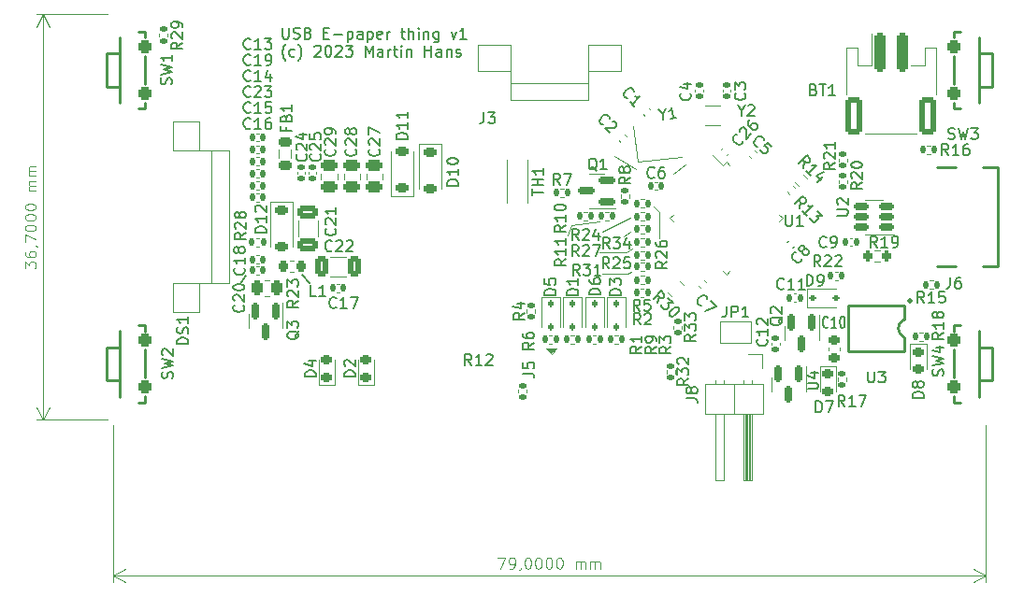
<source format=gbr>
%TF.GenerationSoftware,KiCad,Pcbnew,7.0.9*%
%TF.CreationDate,2023-12-11T11:57:59+01:00*%
%TF.ProjectId,USB E-Paper thing,55534220-452d-4506-9170-657220746869,rev?*%
%TF.SameCoordinates,Original*%
%TF.FileFunction,Legend,Top*%
%TF.FilePolarity,Positive*%
%FSLAX46Y46*%
G04 Gerber Fmt 4.6, Leading zero omitted, Abs format (unit mm)*
G04 Created by KiCad (PCBNEW 7.0.9) date 2023-12-11 11:57:59*
%MOMM*%
%LPD*%
G01*
G04 APERTURE LIST*
G04 Aperture macros list*
%AMRoundRect*
0 Rectangle with rounded corners*
0 $1 Rounding radius*
0 $2 $3 $4 $5 $6 $7 $8 $9 X,Y pos of 4 corners*
0 Add a 4 corners polygon primitive as box body*
4,1,4,$2,$3,$4,$5,$6,$7,$8,$9,$2,$3,0*
0 Add four circle primitives for the rounded corners*
1,1,$1+$1,$2,$3*
1,1,$1+$1,$4,$5*
1,1,$1+$1,$6,$7*
1,1,$1+$1,$8,$9*
0 Add four rect primitives between the rounded corners*
20,1,$1+$1,$2,$3,$4,$5,0*
20,1,$1+$1,$4,$5,$6,$7,0*
20,1,$1+$1,$6,$7,$8,$9,0*
20,1,$1+$1,$8,$9,$2,$3,0*%
%AMRotRect*
0 Rectangle, with rotation*
0 The origin of the aperture is its center*
0 $1 length*
0 $2 width*
0 $3 Rotation angle, in degrees counterclockwise*
0 Add horizontal line*
21,1,$1,$2,0,0,$3*%
G04 Aperture macros list end*
%ADD10C,0.100000*%
%ADD11C,0.150000*%
%ADD12C,0.250000*%
%ADD13C,0.120000*%
%ADD14R,0.600000X1.200000*%
%ADD15R,3.300000X2.400000*%
%ADD16RoundRect,0.135000X0.135000X0.185000X-0.135000X0.185000X-0.135000X-0.185000X0.135000X-0.185000X0*%
%ADD17RoundRect,0.135000X-0.135000X-0.185000X0.135000X-0.185000X0.135000X0.185000X-0.135000X0.185000X0*%
%ADD18C,0.950000*%
%ADD19C,1.600000*%
%ADD20RoundRect,0.300000X-0.300000X-0.300000X0.300000X-0.300000X0.300000X0.300000X-0.300000X0.300000X0*%
%ADD21RoundRect,0.300000X0.300000X0.300000X-0.300000X0.300000X-0.300000X-0.300000X0.300000X-0.300000X0*%
%ADD22RoundRect,0.140000X-0.219203X-0.021213X-0.021213X-0.219203X0.219203X0.021213X0.021213X0.219203X0*%
%ADD23RoundRect,0.140000X-0.140000X-0.170000X0.140000X-0.170000X0.140000X0.170000X-0.140000X0.170000X0*%
%ADD24RoundRect,0.140000X0.140000X0.170000X-0.140000X0.170000X-0.140000X-0.170000X0.140000X-0.170000X0*%
%ADD25C,1.400000*%
%ADD26O,1.400000X1.400000*%
%ADD27RoundRect,0.225000X0.375000X-0.225000X0.375000X0.225000X-0.375000X0.225000X-0.375000X-0.225000X0*%
%ADD28RoundRect,0.140000X0.219203X0.021213X0.021213X0.219203X-0.219203X-0.021213X-0.021213X-0.219203X0*%
%ADD29RoundRect,0.075000X-0.521491X0.415425X0.415425X-0.521491X0.521491X-0.415425X-0.415425X0.521491X0*%
%ADD30RoundRect,0.075000X-0.521491X-0.415425X-0.415425X-0.521491X0.521491X0.415425X0.415425X0.521491X0*%
%ADD31RoundRect,0.140000X-0.170000X0.140000X-0.170000X-0.140000X0.170000X-0.140000X0.170000X0.140000X0*%
%ADD32C,2.000000*%
%ADD33R,1.000000X1.800000*%
%ADD34RoundRect,0.200000X-0.335876X-0.053033X-0.053033X-0.335876X0.335876X0.053033X0.053033X0.335876X0*%
%ADD35RoundRect,0.218750X-0.256250X0.218750X-0.256250X-0.218750X0.256250X-0.218750X0.256250X0.218750X0*%
%ADD36RoundRect,0.150000X0.587500X0.150000X-0.587500X0.150000X-0.587500X-0.150000X0.587500X-0.150000X0*%
%ADD37RoundRect,0.135000X0.226274X0.035355X0.035355X0.226274X-0.226274X-0.035355X-0.035355X-0.226274X0*%
%ADD38RoundRect,0.150000X-0.150000X0.587500X-0.150000X-0.587500X0.150000X-0.587500X0.150000X0.587500X0*%
%ADD39RoundRect,0.112500X-0.112500X0.187500X-0.112500X-0.187500X0.112500X-0.187500X0.112500X0.187500X0*%
%ADD40RoundRect,0.140000X0.170000X-0.140000X0.170000X0.140000X-0.170000X0.140000X-0.170000X-0.140000X0*%
%ADD41RoundRect,0.250000X0.262500X0.450000X-0.262500X0.450000X-0.262500X-0.450000X0.262500X-0.450000X0*%
%ADD42RoundRect,0.135000X-0.185000X0.135000X-0.185000X-0.135000X0.185000X-0.135000X0.185000X0.135000X0*%
%ADD43RoundRect,0.135000X0.185000X-0.135000X0.185000X0.135000X-0.185000X0.135000X-0.185000X-0.135000X0*%
%ADD44R,1.800000X2.000000*%
%ADD45R,0.300000X1.200000*%
%ADD46R,1.000000X1.500000*%
%ADD47RoundRect,0.250000X-0.475000X0.250000X-0.475000X-0.250000X0.475000X-0.250000X0.475000X0.250000X0*%
%ADD48RoundRect,0.140000X0.021213X-0.219203X0.219203X-0.021213X-0.021213X0.219203X-0.219203X0.021213X0*%
%ADD49RoundRect,0.250000X0.650000X-0.325000X0.650000X0.325000X-0.650000X0.325000X-0.650000X-0.325000X0*%
%ADD50RoundRect,0.225000X0.250000X-0.225000X0.250000X0.225000X-0.250000X0.225000X-0.250000X-0.225000X0*%
%ADD51C,0.650000*%
%ADD52R,1.240000X0.600000*%
%ADD53R,1.240000X0.300000*%
%ADD54O,2.300000X1.200000*%
%ADD55O,2.000000X1.200000*%
%ADD56R,1.700000X1.700000*%
%ADD57O,1.700000X1.700000*%
%ADD58RoundRect,0.250000X-0.503814X-0.132583X-0.132583X-0.503814X0.503814X0.132583X0.132583X0.503814X0*%
%ADD59RoundRect,0.218750X-0.218750X-0.256250X0.218750X-0.256250X0.218750X0.256250X-0.218750X0.256250X0*%
%ADD60RoundRect,0.200000X0.200000X0.275000X-0.200000X0.275000X-0.200000X-0.275000X0.200000X-0.275000X0*%
%ADD61RoundRect,0.225000X-0.375000X0.225000X-0.375000X-0.225000X0.375000X-0.225000X0.375000X0.225000X0*%
%ADD62RoundRect,0.150000X0.512500X0.150000X-0.512500X0.150000X-0.512500X-0.150000X0.512500X-0.150000X0*%
%ADD63RoundRect,0.218750X0.256250X-0.218750X0.256250X0.218750X-0.256250X0.218750X-0.256250X-0.218750X0*%
%ADD64RoundRect,0.140000X-0.021213X0.219203X-0.219203X0.021213X0.021213X-0.219203X0.219203X-0.021213X0*%
%ADD65R,2.000000X1.800000*%
%ADD66R,1.200000X0.300000*%
%ADD67RoundRect,0.218750X0.381250X-0.218750X0.381250X0.218750X-0.381250X0.218750X-0.381250X-0.218750X0*%
%ADD68RoundRect,0.250001X-0.499999X-1.449999X0.499999X-1.449999X0.499999X1.449999X-0.499999X1.449999X0*%
%ADD69RoundRect,0.250000X-0.250000X-1.500000X0.250000X-1.500000X0.250000X1.500000X-0.250000X1.500000X0*%
%ADD70RoundRect,0.250000X-0.325000X-0.650000X0.325000X-0.650000X0.325000X0.650000X-0.325000X0.650000X0*%
%ADD71RoundRect,0.112500X-0.187500X-0.112500X0.187500X-0.112500X0.187500X0.112500X-0.187500X0.112500X0*%
%ADD72RotRect,1.400000X1.200000X7.000000*%
G04 APERTURE END LIST*
D10*
X44060000Y17910000D02*
X41480000Y17560000D01*
X46550000Y13180000D02*
X46870000Y13390000D01*
X44250000Y16970000D02*
X46840000Y18260000D01*
D11*
X17100000Y13100000D02*
X17750000Y12350000D01*
D10*
X44280000Y13180000D02*
X46550000Y13180000D01*
X46190000Y16580000D02*
X46830000Y16990000D01*
X44030000Y15150000D02*
X46480000Y15150000D01*
X46480000Y15150000D02*
X46980000Y15510000D01*
X49470000Y18750000D02*
X48940000Y19310000D01*
D11*
X11620000Y12460000D02*
X12035000Y13070000D01*
D10*
X41480000Y17560000D02*
X41110000Y16640000D01*
X45390000Y23875000D02*
X47350000Y22645000D01*
X49470000Y16380000D02*
X49470000Y18750000D01*
X50720000Y22220000D02*
X51850000Y23070000D01*
D11*
X15326779Y35490181D02*
X15326779Y34680658D01*
X15326779Y34680658D02*
X15374398Y34585420D01*
X15374398Y34585420D02*
X15422017Y34537800D01*
X15422017Y34537800D02*
X15517255Y34490181D01*
X15517255Y34490181D02*
X15707731Y34490181D01*
X15707731Y34490181D02*
X15802969Y34537800D01*
X15802969Y34537800D02*
X15850588Y34585420D01*
X15850588Y34585420D02*
X15898207Y34680658D01*
X15898207Y34680658D02*
X15898207Y35490181D01*
X16326779Y34537800D02*
X16469636Y34490181D01*
X16469636Y34490181D02*
X16707731Y34490181D01*
X16707731Y34490181D02*
X16802969Y34537800D01*
X16802969Y34537800D02*
X16850588Y34585420D01*
X16850588Y34585420D02*
X16898207Y34680658D01*
X16898207Y34680658D02*
X16898207Y34775896D01*
X16898207Y34775896D02*
X16850588Y34871134D01*
X16850588Y34871134D02*
X16802969Y34918753D01*
X16802969Y34918753D02*
X16707731Y34966372D01*
X16707731Y34966372D02*
X16517255Y35013991D01*
X16517255Y35013991D02*
X16422017Y35061610D01*
X16422017Y35061610D02*
X16374398Y35109229D01*
X16374398Y35109229D02*
X16326779Y35204467D01*
X16326779Y35204467D02*
X16326779Y35299705D01*
X16326779Y35299705D02*
X16374398Y35394943D01*
X16374398Y35394943D02*
X16422017Y35442562D01*
X16422017Y35442562D02*
X16517255Y35490181D01*
X16517255Y35490181D02*
X16755350Y35490181D01*
X16755350Y35490181D02*
X16898207Y35442562D01*
X17660112Y35013991D02*
X17802969Y34966372D01*
X17802969Y34966372D02*
X17850588Y34918753D01*
X17850588Y34918753D02*
X17898207Y34823515D01*
X17898207Y34823515D02*
X17898207Y34680658D01*
X17898207Y34680658D02*
X17850588Y34585420D01*
X17850588Y34585420D02*
X17802969Y34537800D01*
X17802969Y34537800D02*
X17707731Y34490181D01*
X17707731Y34490181D02*
X17326779Y34490181D01*
X17326779Y34490181D02*
X17326779Y35490181D01*
X17326779Y35490181D02*
X17660112Y35490181D01*
X17660112Y35490181D02*
X17755350Y35442562D01*
X17755350Y35442562D02*
X17802969Y35394943D01*
X17802969Y35394943D02*
X17850588Y35299705D01*
X17850588Y35299705D02*
X17850588Y35204467D01*
X17850588Y35204467D02*
X17802969Y35109229D01*
X17802969Y35109229D02*
X17755350Y35061610D01*
X17755350Y35061610D02*
X17660112Y35013991D01*
X17660112Y35013991D02*
X17326779Y35013991D01*
X19088684Y35013991D02*
X19422017Y35013991D01*
X19564874Y34490181D02*
X19088684Y34490181D01*
X19088684Y34490181D02*
X19088684Y35490181D01*
X19088684Y35490181D02*
X19564874Y35490181D01*
X19993446Y34871134D02*
X20755351Y34871134D01*
X21231541Y35156848D02*
X21231541Y34156848D01*
X21231541Y35109229D02*
X21326779Y35156848D01*
X21326779Y35156848D02*
X21517255Y35156848D01*
X21517255Y35156848D02*
X21612493Y35109229D01*
X21612493Y35109229D02*
X21660112Y35061610D01*
X21660112Y35061610D02*
X21707731Y34966372D01*
X21707731Y34966372D02*
X21707731Y34680658D01*
X21707731Y34680658D02*
X21660112Y34585420D01*
X21660112Y34585420D02*
X21612493Y34537800D01*
X21612493Y34537800D02*
X21517255Y34490181D01*
X21517255Y34490181D02*
X21326779Y34490181D01*
X21326779Y34490181D02*
X21231541Y34537800D01*
X22564874Y34490181D02*
X22564874Y35013991D01*
X22564874Y35013991D02*
X22517255Y35109229D01*
X22517255Y35109229D02*
X22422017Y35156848D01*
X22422017Y35156848D02*
X22231541Y35156848D01*
X22231541Y35156848D02*
X22136303Y35109229D01*
X22564874Y34537800D02*
X22469636Y34490181D01*
X22469636Y34490181D02*
X22231541Y34490181D01*
X22231541Y34490181D02*
X22136303Y34537800D01*
X22136303Y34537800D02*
X22088684Y34633039D01*
X22088684Y34633039D02*
X22088684Y34728277D01*
X22088684Y34728277D02*
X22136303Y34823515D01*
X22136303Y34823515D02*
X22231541Y34871134D01*
X22231541Y34871134D02*
X22469636Y34871134D01*
X22469636Y34871134D02*
X22564874Y34918753D01*
X23041065Y35156848D02*
X23041065Y34156848D01*
X23041065Y35109229D02*
X23136303Y35156848D01*
X23136303Y35156848D02*
X23326779Y35156848D01*
X23326779Y35156848D02*
X23422017Y35109229D01*
X23422017Y35109229D02*
X23469636Y35061610D01*
X23469636Y35061610D02*
X23517255Y34966372D01*
X23517255Y34966372D02*
X23517255Y34680658D01*
X23517255Y34680658D02*
X23469636Y34585420D01*
X23469636Y34585420D02*
X23422017Y34537800D01*
X23422017Y34537800D02*
X23326779Y34490181D01*
X23326779Y34490181D02*
X23136303Y34490181D01*
X23136303Y34490181D02*
X23041065Y34537800D01*
X24326779Y34537800D02*
X24231541Y34490181D01*
X24231541Y34490181D02*
X24041065Y34490181D01*
X24041065Y34490181D02*
X23945827Y34537800D01*
X23945827Y34537800D02*
X23898208Y34633039D01*
X23898208Y34633039D02*
X23898208Y35013991D01*
X23898208Y35013991D02*
X23945827Y35109229D01*
X23945827Y35109229D02*
X24041065Y35156848D01*
X24041065Y35156848D02*
X24231541Y35156848D01*
X24231541Y35156848D02*
X24326779Y35109229D01*
X24326779Y35109229D02*
X24374398Y35013991D01*
X24374398Y35013991D02*
X24374398Y34918753D01*
X24374398Y34918753D02*
X23898208Y34823515D01*
X24802970Y34490181D02*
X24802970Y35156848D01*
X24802970Y34966372D02*
X24850589Y35061610D01*
X24850589Y35061610D02*
X24898208Y35109229D01*
X24898208Y35109229D02*
X24993446Y35156848D01*
X24993446Y35156848D02*
X25088684Y35156848D01*
X26041066Y35156848D02*
X26422018Y35156848D01*
X26183923Y35490181D02*
X26183923Y34633039D01*
X26183923Y34633039D02*
X26231542Y34537800D01*
X26231542Y34537800D02*
X26326780Y34490181D01*
X26326780Y34490181D02*
X26422018Y34490181D01*
X26755352Y34490181D02*
X26755352Y35490181D01*
X27183923Y34490181D02*
X27183923Y35013991D01*
X27183923Y35013991D02*
X27136304Y35109229D01*
X27136304Y35109229D02*
X27041066Y35156848D01*
X27041066Y35156848D02*
X26898209Y35156848D01*
X26898209Y35156848D02*
X26802971Y35109229D01*
X26802971Y35109229D02*
X26755352Y35061610D01*
X27660114Y34490181D02*
X27660114Y35156848D01*
X27660114Y35490181D02*
X27612495Y35442562D01*
X27612495Y35442562D02*
X27660114Y35394943D01*
X27660114Y35394943D02*
X27707733Y35442562D01*
X27707733Y35442562D02*
X27660114Y35490181D01*
X27660114Y35490181D02*
X27660114Y35394943D01*
X28136304Y35156848D02*
X28136304Y34490181D01*
X28136304Y35061610D02*
X28183923Y35109229D01*
X28183923Y35109229D02*
X28279161Y35156848D01*
X28279161Y35156848D02*
X28422018Y35156848D01*
X28422018Y35156848D02*
X28517256Y35109229D01*
X28517256Y35109229D02*
X28564875Y35013991D01*
X28564875Y35013991D02*
X28564875Y34490181D01*
X29469637Y35156848D02*
X29469637Y34347324D01*
X29469637Y34347324D02*
X29422018Y34252086D01*
X29422018Y34252086D02*
X29374399Y34204467D01*
X29374399Y34204467D02*
X29279161Y34156848D01*
X29279161Y34156848D02*
X29136304Y34156848D01*
X29136304Y34156848D02*
X29041066Y34204467D01*
X29469637Y34537800D02*
X29374399Y34490181D01*
X29374399Y34490181D02*
X29183923Y34490181D01*
X29183923Y34490181D02*
X29088685Y34537800D01*
X29088685Y34537800D02*
X29041066Y34585420D01*
X29041066Y34585420D02*
X28993447Y34680658D01*
X28993447Y34680658D02*
X28993447Y34966372D01*
X28993447Y34966372D02*
X29041066Y35061610D01*
X29041066Y35061610D02*
X29088685Y35109229D01*
X29088685Y35109229D02*
X29183923Y35156848D01*
X29183923Y35156848D02*
X29374399Y35156848D01*
X29374399Y35156848D02*
X29469637Y35109229D01*
X30612495Y35156848D02*
X30850590Y34490181D01*
X30850590Y34490181D02*
X31088685Y35156848D01*
X31993447Y34490181D02*
X31422019Y34490181D01*
X31707733Y34490181D02*
X31707733Y35490181D01*
X31707733Y35490181D02*
X31612495Y35347324D01*
X31612495Y35347324D02*
X31517257Y35252086D01*
X31517257Y35252086D02*
X31422019Y35204467D01*
X15612493Y32499229D02*
X15564874Y32546848D01*
X15564874Y32546848D02*
X15469636Y32689705D01*
X15469636Y32689705D02*
X15422017Y32784943D01*
X15422017Y32784943D02*
X15374398Y32927800D01*
X15374398Y32927800D02*
X15326779Y33165896D01*
X15326779Y33165896D02*
X15326779Y33356372D01*
X15326779Y33356372D02*
X15374398Y33594467D01*
X15374398Y33594467D02*
X15422017Y33737324D01*
X15422017Y33737324D02*
X15469636Y33832562D01*
X15469636Y33832562D02*
X15564874Y33975420D01*
X15564874Y33975420D02*
X15612493Y34023039D01*
X16422017Y32927800D02*
X16326779Y32880181D01*
X16326779Y32880181D02*
X16136303Y32880181D01*
X16136303Y32880181D02*
X16041065Y32927800D01*
X16041065Y32927800D02*
X15993446Y32975420D01*
X15993446Y32975420D02*
X15945827Y33070658D01*
X15945827Y33070658D02*
X15945827Y33356372D01*
X15945827Y33356372D02*
X15993446Y33451610D01*
X15993446Y33451610D02*
X16041065Y33499229D01*
X16041065Y33499229D02*
X16136303Y33546848D01*
X16136303Y33546848D02*
X16326779Y33546848D01*
X16326779Y33546848D02*
X16422017Y33499229D01*
X16755351Y32499229D02*
X16802970Y32546848D01*
X16802970Y32546848D02*
X16898208Y32689705D01*
X16898208Y32689705D02*
X16945827Y32784943D01*
X16945827Y32784943D02*
X16993446Y32927800D01*
X16993446Y32927800D02*
X17041065Y33165896D01*
X17041065Y33165896D02*
X17041065Y33356372D01*
X17041065Y33356372D02*
X16993446Y33594467D01*
X16993446Y33594467D02*
X16945827Y33737324D01*
X16945827Y33737324D02*
X16898208Y33832562D01*
X16898208Y33832562D02*
X16802970Y33975420D01*
X16802970Y33975420D02*
X16755351Y34023039D01*
X18231542Y33784943D02*
X18279161Y33832562D01*
X18279161Y33832562D02*
X18374399Y33880181D01*
X18374399Y33880181D02*
X18612494Y33880181D01*
X18612494Y33880181D02*
X18707732Y33832562D01*
X18707732Y33832562D02*
X18755351Y33784943D01*
X18755351Y33784943D02*
X18802970Y33689705D01*
X18802970Y33689705D02*
X18802970Y33594467D01*
X18802970Y33594467D02*
X18755351Y33451610D01*
X18755351Y33451610D02*
X18183923Y32880181D01*
X18183923Y32880181D02*
X18802970Y32880181D01*
X19422018Y33880181D02*
X19517256Y33880181D01*
X19517256Y33880181D02*
X19612494Y33832562D01*
X19612494Y33832562D02*
X19660113Y33784943D01*
X19660113Y33784943D02*
X19707732Y33689705D01*
X19707732Y33689705D02*
X19755351Y33499229D01*
X19755351Y33499229D02*
X19755351Y33261134D01*
X19755351Y33261134D02*
X19707732Y33070658D01*
X19707732Y33070658D02*
X19660113Y32975420D01*
X19660113Y32975420D02*
X19612494Y32927800D01*
X19612494Y32927800D02*
X19517256Y32880181D01*
X19517256Y32880181D02*
X19422018Y32880181D01*
X19422018Y32880181D02*
X19326780Y32927800D01*
X19326780Y32927800D02*
X19279161Y32975420D01*
X19279161Y32975420D02*
X19231542Y33070658D01*
X19231542Y33070658D02*
X19183923Y33261134D01*
X19183923Y33261134D02*
X19183923Y33499229D01*
X19183923Y33499229D02*
X19231542Y33689705D01*
X19231542Y33689705D02*
X19279161Y33784943D01*
X19279161Y33784943D02*
X19326780Y33832562D01*
X19326780Y33832562D02*
X19422018Y33880181D01*
X20136304Y33784943D02*
X20183923Y33832562D01*
X20183923Y33832562D02*
X20279161Y33880181D01*
X20279161Y33880181D02*
X20517256Y33880181D01*
X20517256Y33880181D02*
X20612494Y33832562D01*
X20612494Y33832562D02*
X20660113Y33784943D01*
X20660113Y33784943D02*
X20707732Y33689705D01*
X20707732Y33689705D02*
X20707732Y33594467D01*
X20707732Y33594467D02*
X20660113Y33451610D01*
X20660113Y33451610D02*
X20088685Y32880181D01*
X20088685Y32880181D02*
X20707732Y32880181D01*
X21041066Y33880181D02*
X21660113Y33880181D01*
X21660113Y33880181D02*
X21326780Y33499229D01*
X21326780Y33499229D02*
X21469637Y33499229D01*
X21469637Y33499229D02*
X21564875Y33451610D01*
X21564875Y33451610D02*
X21612494Y33403991D01*
X21612494Y33403991D02*
X21660113Y33308753D01*
X21660113Y33308753D02*
X21660113Y33070658D01*
X21660113Y33070658D02*
X21612494Y32975420D01*
X21612494Y32975420D02*
X21564875Y32927800D01*
X21564875Y32927800D02*
X21469637Y32880181D01*
X21469637Y32880181D02*
X21183923Y32880181D01*
X21183923Y32880181D02*
X21088685Y32927800D01*
X21088685Y32927800D02*
X21041066Y32975420D01*
X22850590Y32880181D02*
X22850590Y33880181D01*
X22850590Y33880181D02*
X23183923Y33165896D01*
X23183923Y33165896D02*
X23517256Y33880181D01*
X23517256Y33880181D02*
X23517256Y32880181D01*
X24422018Y32880181D02*
X24422018Y33403991D01*
X24422018Y33403991D02*
X24374399Y33499229D01*
X24374399Y33499229D02*
X24279161Y33546848D01*
X24279161Y33546848D02*
X24088685Y33546848D01*
X24088685Y33546848D02*
X23993447Y33499229D01*
X24422018Y32927800D02*
X24326780Y32880181D01*
X24326780Y32880181D02*
X24088685Y32880181D01*
X24088685Y32880181D02*
X23993447Y32927800D01*
X23993447Y32927800D02*
X23945828Y33023039D01*
X23945828Y33023039D02*
X23945828Y33118277D01*
X23945828Y33118277D02*
X23993447Y33213515D01*
X23993447Y33213515D02*
X24088685Y33261134D01*
X24088685Y33261134D02*
X24326780Y33261134D01*
X24326780Y33261134D02*
X24422018Y33308753D01*
X24898209Y32880181D02*
X24898209Y33546848D01*
X24898209Y33356372D02*
X24945828Y33451610D01*
X24945828Y33451610D02*
X24993447Y33499229D01*
X24993447Y33499229D02*
X25088685Y33546848D01*
X25088685Y33546848D02*
X25183923Y33546848D01*
X25374400Y33546848D02*
X25755352Y33546848D01*
X25517257Y33880181D02*
X25517257Y33023039D01*
X25517257Y33023039D02*
X25564876Y32927800D01*
X25564876Y32927800D02*
X25660114Y32880181D01*
X25660114Y32880181D02*
X25755352Y32880181D01*
X26088686Y32880181D02*
X26088686Y33546848D01*
X26088686Y33880181D02*
X26041067Y33832562D01*
X26041067Y33832562D02*
X26088686Y33784943D01*
X26088686Y33784943D02*
X26136305Y33832562D01*
X26136305Y33832562D02*
X26088686Y33880181D01*
X26088686Y33880181D02*
X26088686Y33784943D01*
X26564876Y33546848D02*
X26564876Y32880181D01*
X26564876Y33451610D02*
X26612495Y33499229D01*
X26612495Y33499229D02*
X26707733Y33546848D01*
X26707733Y33546848D02*
X26850590Y33546848D01*
X26850590Y33546848D02*
X26945828Y33499229D01*
X26945828Y33499229D02*
X26993447Y33403991D01*
X26993447Y33403991D02*
X26993447Y32880181D01*
X28231543Y32880181D02*
X28231543Y33880181D01*
X28231543Y33403991D02*
X28802971Y33403991D01*
X28802971Y32880181D02*
X28802971Y33880181D01*
X29707733Y32880181D02*
X29707733Y33403991D01*
X29707733Y33403991D02*
X29660114Y33499229D01*
X29660114Y33499229D02*
X29564876Y33546848D01*
X29564876Y33546848D02*
X29374400Y33546848D01*
X29374400Y33546848D02*
X29279162Y33499229D01*
X29707733Y32927800D02*
X29612495Y32880181D01*
X29612495Y32880181D02*
X29374400Y32880181D01*
X29374400Y32880181D02*
X29279162Y32927800D01*
X29279162Y32927800D02*
X29231543Y33023039D01*
X29231543Y33023039D02*
X29231543Y33118277D01*
X29231543Y33118277D02*
X29279162Y33213515D01*
X29279162Y33213515D02*
X29374400Y33261134D01*
X29374400Y33261134D02*
X29612495Y33261134D01*
X29612495Y33261134D02*
X29707733Y33308753D01*
X30183924Y33546848D02*
X30183924Y32880181D01*
X30183924Y33451610D02*
X30231543Y33499229D01*
X30231543Y33499229D02*
X30326781Y33546848D01*
X30326781Y33546848D02*
X30469638Y33546848D01*
X30469638Y33546848D02*
X30564876Y33499229D01*
X30564876Y33499229D02*
X30612495Y33403991D01*
X30612495Y33403991D02*
X30612495Y32880181D01*
X31041067Y32927800D02*
X31136305Y32880181D01*
X31136305Y32880181D02*
X31326781Y32880181D01*
X31326781Y32880181D02*
X31422019Y32927800D01*
X31422019Y32927800D02*
X31469638Y33023039D01*
X31469638Y33023039D02*
X31469638Y33070658D01*
X31469638Y33070658D02*
X31422019Y33165896D01*
X31422019Y33165896D02*
X31326781Y33213515D01*
X31326781Y33213515D02*
X31183924Y33213515D01*
X31183924Y33213515D02*
X31088686Y33261134D01*
X31088686Y33261134D02*
X31041067Y33356372D01*
X31041067Y33356372D02*
X31041067Y33403991D01*
X31041067Y33403991D02*
X31088686Y33499229D01*
X31088686Y33499229D02*
X31183924Y33546848D01*
X31183924Y33546848D02*
X31326781Y33546848D01*
X31326781Y33546848D02*
X31422019Y33499229D01*
D10*
X-7986580Y13683335D02*
X-7986580Y14302382D01*
X-7986580Y14302382D02*
X-7605628Y13969049D01*
X-7605628Y13969049D02*
X-7605628Y14111906D01*
X-7605628Y14111906D02*
X-7558009Y14207144D01*
X-7558009Y14207144D02*
X-7510390Y14254763D01*
X-7510390Y14254763D02*
X-7415152Y14302382D01*
X-7415152Y14302382D02*
X-7177057Y14302382D01*
X-7177057Y14302382D02*
X-7081819Y14254763D01*
X-7081819Y14254763D02*
X-7034199Y14207144D01*
X-7034199Y14207144D02*
X-6986580Y14111906D01*
X-6986580Y14111906D02*
X-6986580Y13826192D01*
X-6986580Y13826192D02*
X-7034199Y13730954D01*
X-7034199Y13730954D02*
X-7081819Y13683335D01*
X-7986580Y15159525D02*
X-7986580Y14969049D01*
X-7986580Y14969049D02*
X-7938961Y14873811D01*
X-7938961Y14873811D02*
X-7891342Y14826192D01*
X-7891342Y14826192D02*
X-7748485Y14730954D01*
X-7748485Y14730954D02*
X-7558009Y14683335D01*
X-7558009Y14683335D02*
X-7177057Y14683335D01*
X-7177057Y14683335D02*
X-7081819Y14730954D01*
X-7081819Y14730954D02*
X-7034199Y14778573D01*
X-7034199Y14778573D02*
X-6986580Y14873811D01*
X-6986580Y14873811D02*
X-6986580Y15064287D01*
X-6986580Y15064287D02*
X-7034199Y15159525D01*
X-7034199Y15159525D02*
X-7081819Y15207144D01*
X-7081819Y15207144D02*
X-7177057Y15254763D01*
X-7177057Y15254763D02*
X-7415152Y15254763D01*
X-7415152Y15254763D02*
X-7510390Y15207144D01*
X-7510390Y15207144D02*
X-7558009Y15159525D01*
X-7558009Y15159525D02*
X-7605628Y15064287D01*
X-7605628Y15064287D02*
X-7605628Y14873811D01*
X-7605628Y14873811D02*
X-7558009Y14778573D01*
X-7558009Y14778573D02*
X-7510390Y14730954D01*
X-7510390Y14730954D02*
X-7415152Y14683335D01*
X-7034199Y15730954D02*
X-6986580Y15730954D01*
X-6986580Y15730954D02*
X-6891342Y15683335D01*
X-6891342Y15683335D02*
X-6843723Y15635716D01*
X-7986580Y16064287D02*
X-7986580Y16730953D01*
X-7986580Y16730953D02*
X-6986580Y16302382D01*
X-7986580Y17302382D02*
X-7986580Y17397620D01*
X-7986580Y17397620D02*
X-7938961Y17492858D01*
X-7938961Y17492858D02*
X-7891342Y17540477D01*
X-7891342Y17540477D02*
X-7796104Y17588096D01*
X-7796104Y17588096D02*
X-7605628Y17635715D01*
X-7605628Y17635715D02*
X-7367533Y17635715D01*
X-7367533Y17635715D02*
X-7177057Y17588096D01*
X-7177057Y17588096D02*
X-7081819Y17540477D01*
X-7081819Y17540477D02*
X-7034199Y17492858D01*
X-7034199Y17492858D02*
X-6986580Y17397620D01*
X-6986580Y17397620D02*
X-6986580Y17302382D01*
X-6986580Y17302382D02*
X-7034199Y17207144D01*
X-7034199Y17207144D02*
X-7081819Y17159525D01*
X-7081819Y17159525D02*
X-7177057Y17111906D01*
X-7177057Y17111906D02*
X-7367533Y17064287D01*
X-7367533Y17064287D02*
X-7605628Y17064287D01*
X-7605628Y17064287D02*
X-7796104Y17111906D01*
X-7796104Y17111906D02*
X-7891342Y17159525D01*
X-7891342Y17159525D02*
X-7938961Y17207144D01*
X-7938961Y17207144D02*
X-7986580Y17302382D01*
X-7986580Y18254763D02*
X-7986580Y18350001D01*
X-7986580Y18350001D02*
X-7938961Y18445239D01*
X-7938961Y18445239D02*
X-7891342Y18492858D01*
X-7891342Y18492858D02*
X-7796104Y18540477D01*
X-7796104Y18540477D02*
X-7605628Y18588096D01*
X-7605628Y18588096D02*
X-7367533Y18588096D01*
X-7367533Y18588096D02*
X-7177057Y18540477D01*
X-7177057Y18540477D02*
X-7081819Y18492858D01*
X-7081819Y18492858D02*
X-7034199Y18445239D01*
X-7034199Y18445239D02*
X-6986580Y18350001D01*
X-6986580Y18350001D02*
X-6986580Y18254763D01*
X-6986580Y18254763D02*
X-7034199Y18159525D01*
X-7034199Y18159525D02*
X-7081819Y18111906D01*
X-7081819Y18111906D02*
X-7177057Y18064287D01*
X-7177057Y18064287D02*
X-7367533Y18016668D01*
X-7367533Y18016668D02*
X-7605628Y18016668D01*
X-7605628Y18016668D02*
X-7796104Y18064287D01*
X-7796104Y18064287D02*
X-7891342Y18111906D01*
X-7891342Y18111906D02*
X-7938961Y18159525D01*
X-7938961Y18159525D02*
X-7986580Y18254763D01*
X-7986580Y19207144D02*
X-7986580Y19302382D01*
X-7986580Y19302382D02*
X-7938961Y19397620D01*
X-7938961Y19397620D02*
X-7891342Y19445239D01*
X-7891342Y19445239D02*
X-7796104Y19492858D01*
X-7796104Y19492858D02*
X-7605628Y19540477D01*
X-7605628Y19540477D02*
X-7367533Y19540477D01*
X-7367533Y19540477D02*
X-7177057Y19492858D01*
X-7177057Y19492858D02*
X-7081819Y19445239D01*
X-7081819Y19445239D02*
X-7034199Y19397620D01*
X-7034199Y19397620D02*
X-6986580Y19302382D01*
X-6986580Y19302382D02*
X-6986580Y19207144D01*
X-6986580Y19207144D02*
X-7034199Y19111906D01*
X-7034199Y19111906D02*
X-7081819Y19064287D01*
X-7081819Y19064287D02*
X-7177057Y19016668D01*
X-7177057Y19016668D02*
X-7367533Y18969049D01*
X-7367533Y18969049D02*
X-7605628Y18969049D01*
X-7605628Y18969049D02*
X-7796104Y19016668D01*
X-7796104Y19016668D02*
X-7891342Y19064287D01*
X-7891342Y19064287D02*
X-7938961Y19111906D01*
X-7938961Y19111906D02*
X-7986580Y19207144D01*
X-6986580Y20730954D02*
X-7653247Y20730954D01*
X-7558009Y20730954D02*
X-7605628Y20778573D01*
X-7605628Y20778573D02*
X-7653247Y20873811D01*
X-7653247Y20873811D02*
X-7653247Y21016668D01*
X-7653247Y21016668D02*
X-7605628Y21111906D01*
X-7605628Y21111906D02*
X-7510390Y21159525D01*
X-7510390Y21159525D02*
X-6986580Y21159525D01*
X-7510390Y21159525D02*
X-7605628Y21207144D01*
X-7605628Y21207144D02*
X-7653247Y21302382D01*
X-7653247Y21302382D02*
X-7653247Y21445239D01*
X-7653247Y21445239D02*
X-7605628Y21540478D01*
X-7605628Y21540478D02*
X-7510390Y21588097D01*
X-7510390Y21588097D02*
X-6986580Y21588097D01*
X-6986580Y22064287D02*
X-7653247Y22064287D01*
X-7558009Y22064287D02*
X-7605628Y22111906D01*
X-7605628Y22111906D02*
X-7653247Y22207144D01*
X-7653247Y22207144D02*
X-7653247Y22350001D01*
X-7653247Y22350001D02*
X-7605628Y22445239D01*
X-7605628Y22445239D02*
X-7510390Y22492858D01*
X-7510390Y22492858D02*
X-6986580Y22492858D01*
X-7510390Y22492858D02*
X-7605628Y22540477D01*
X-7605628Y22540477D02*
X-7653247Y22635715D01*
X-7653247Y22635715D02*
X-7653247Y22778572D01*
X-7653247Y22778572D02*
X-7605628Y22873811D01*
X-7605628Y22873811D02*
X-7510390Y22921430D01*
X-7510390Y22921430D02*
X-6986580Y22921430D01*
X-500000Y36700000D02*
X-6930419Y36700000D01*
X-500000Y0D02*
X-6930419Y0D01*
X-6343999Y36700000D02*
X-6343999Y0D01*
X-6343999Y36700000D02*
X-6343999Y0D01*
X-6343999Y36700000D02*
X-5757578Y35573496D01*
X-6343999Y36700000D02*
X-6930420Y35573496D01*
X-6343999Y0D02*
X-6930420Y1126504D01*
X-6343999Y0D02*
X-5757578Y1126504D01*
X34833334Y-12527418D02*
X35500000Y-12527418D01*
X35500000Y-12527418D02*
X35071429Y-13527418D01*
X35928572Y-13527418D02*
X36119048Y-13527418D01*
X36119048Y-13527418D02*
X36214286Y-13479799D01*
X36214286Y-13479799D02*
X36261905Y-13432179D01*
X36261905Y-13432179D02*
X36357143Y-13289322D01*
X36357143Y-13289322D02*
X36404762Y-13098846D01*
X36404762Y-13098846D02*
X36404762Y-12717894D01*
X36404762Y-12717894D02*
X36357143Y-12622656D01*
X36357143Y-12622656D02*
X36309524Y-12575037D01*
X36309524Y-12575037D02*
X36214286Y-12527418D01*
X36214286Y-12527418D02*
X36023810Y-12527418D01*
X36023810Y-12527418D02*
X35928572Y-12575037D01*
X35928572Y-12575037D02*
X35880953Y-12622656D01*
X35880953Y-12622656D02*
X35833334Y-12717894D01*
X35833334Y-12717894D02*
X35833334Y-12955989D01*
X35833334Y-12955989D02*
X35880953Y-13051227D01*
X35880953Y-13051227D02*
X35928572Y-13098846D01*
X35928572Y-13098846D02*
X36023810Y-13146465D01*
X36023810Y-13146465D02*
X36214286Y-13146465D01*
X36214286Y-13146465D02*
X36309524Y-13098846D01*
X36309524Y-13098846D02*
X36357143Y-13051227D01*
X36357143Y-13051227D02*
X36404762Y-12955989D01*
X36880953Y-13479799D02*
X36880953Y-13527418D01*
X36880953Y-13527418D02*
X36833334Y-13622656D01*
X36833334Y-13622656D02*
X36785715Y-13670275D01*
X37500000Y-12527418D02*
X37595238Y-12527418D01*
X37595238Y-12527418D02*
X37690476Y-12575037D01*
X37690476Y-12575037D02*
X37738095Y-12622656D01*
X37738095Y-12622656D02*
X37785714Y-12717894D01*
X37785714Y-12717894D02*
X37833333Y-12908370D01*
X37833333Y-12908370D02*
X37833333Y-13146465D01*
X37833333Y-13146465D02*
X37785714Y-13336941D01*
X37785714Y-13336941D02*
X37738095Y-13432179D01*
X37738095Y-13432179D02*
X37690476Y-13479799D01*
X37690476Y-13479799D02*
X37595238Y-13527418D01*
X37595238Y-13527418D02*
X37500000Y-13527418D01*
X37500000Y-13527418D02*
X37404762Y-13479799D01*
X37404762Y-13479799D02*
X37357143Y-13432179D01*
X37357143Y-13432179D02*
X37309524Y-13336941D01*
X37309524Y-13336941D02*
X37261905Y-13146465D01*
X37261905Y-13146465D02*
X37261905Y-12908370D01*
X37261905Y-12908370D02*
X37309524Y-12717894D01*
X37309524Y-12717894D02*
X37357143Y-12622656D01*
X37357143Y-12622656D02*
X37404762Y-12575037D01*
X37404762Y-12575037D02*
X37500000Y-12527418D01*
X38452381Y-12527418D02*
X38547619Y-12527418D01*
X38547619Y-12527418D02*
X38642857Y-12575037D01*
X38642857Y-12575037D02*
X38690476Y-12622656D01*
X38690476Y-12622656D02*
X38738095Y-12717894D01*
X38738095Y-12717894D02*
X38785714Y-12908370D01*
X38785714Y-12908370D02*
X38785714Y-13146465D01*
X38785714Y-13146465D02*
X38738095Y-13336941D01*
X38738095Y-13336941D02*
X38690476Y-13432179D01*
X38690476Y-13432179D02*
X38642857Y-13479799D01*
X38642857Y-13479799D02*
X38547619Y-13527418D01*
X38547619Y-13527418D02*
X38452381Y-13527418D01*
X38452381Y-13527418D02*
X38357143Y-13479799D01*
X38357143Y-13479799D02*
X38309524Y-13432179D01*
X38309524Y-13432179D02*
X38261905Y-13336941D01*
X38261905Y-13336941D02*
X38214286Y-13146465D01*
X38214286Y-13146465D02*
X38214286Y-12908370D01*
X38214286Y-12908370D02*
X38261905Y-12717894D01*
X38261905Y-12717894D02*
X38309524Y-12622656D01*
X38309524Y-12622656D02*
X38357143Y-12575037D01*
X38357143Y-12575037D02*
X38452381Y-12527418D01*
X39404762Y-12527418D02*
X39500000Y-12527418D01*
X39500000Y-12527418D02*
X39595238Y-12575037D01*
X39595238Y-12575037D02*
X39642857Y-12622656D01*
X39642857Y-12622656D02*
X39690476Y-12717894D01*
X39690476Y-12717894D02*
X39738095Y-12908370D01*
X39738095Y-12908370D02*
X39738095Y-13146465D01*
X39738095Y-13146465D02*
X39690476Y-13336941D01*
X39690476Y-13336941D02*
X39642857Y-13432179D01*
X39642857Y-13432179D02*
X39595238Y-13479799D01*
X39595238Y-13479799D02*
X39500000Y-13527418D01*
X39500000Y-13527418D02*
X39404762Y-13527418D01*
X39404762Y-13527418D02*
X39309524Y-13479799D01*
X39309524Y-13479799D02*
X39261905Y-13432179D01*
X39261905Y-13432179D02*
X39214286Y-13336941D01*
X39214286Y-13336941D02*
X39166667Y-13146465D01*
X39166667Y-13146465D02*
X39166667Y-12908370D01*
X39166667Y-12908370D02*
X39214286Y-12717894D01*
X39214286Y-12717894D02*
X39261905Y-12622656D01*
X39261905Y-12622656D02*
X39309524Y-12575037D01*
X39309524Y-12575037D02*
X39404762Y-12527418D01*
X40357143Y-12527418D02*
X40452381Y-12527418D01*
X40452381Y-12527418D02*
X40547619Y-12575037D01*
X40547619Y-12575037D02*
X40595238Y-12622656D01*
X40595238Y-12622656D02*
X40642857Y-12717894D01*
X40642857Y-12717894D02*
X40690476Y-12908370D01*
X40690476Y-12908370D02*
X40690476Y-13146465D01*
X40690476Y-13146465D02*
X40642857Y-13336941D01*
X40642857Y-13336941D02*
X40595238Y-13432179D01*
X40595238Y-13432179D02*
X40547619Y-13479799D01*
X40547619Y-13479799D02*
X40452381Y-13527418D01*
X40452381Y-13527418D02*
X40357143Y-13527418D01*
X40357143Y-13527418D02*
X40261905Y-13479799D01*
X40261905Y-13479799D02*
X40214286Y-13432179D01*
X40214286Y-13432179D02*
X40166667Y-13336941D01*
X40166667Y-13336941D02*
X40119048Y-13146465D01*
X40119048Y-13146465D02*
X40119048Y-12908370D01*
X40119048Y-12908370D02*
X40166667Y-12717894D01*
X40166667Y-12717894D02*
X40214286Y-12622656D01*
X40214286Y-12622656D02*
X40261905Y-12575037D01*
X40261905Y-12575037D02*
X40357143Y-12527418D01*
X41880953Y-13527418D02*
X41880953Y-12860751D01*
X41880953Y-12955989D02*
X41928572Y-12908370D01*
X41928572Y-12908370D02*
X42023810Y-12860751D01*
X42023810Y-12860751D02*
X42166667Y-12860751D01*
X42166667Y-12860751D02*
X42261905Y-12908370D01*
X42261905Y-12908370D02*
X42309524Y-13003608D01*
X42309524Y-13003608D02*
X42309524Y-13527418D01*
X42309524Y-13003608D02*
X42357143Y-12908370D01*
X42357143Y-12908370D02*
X42452381Y-12860751D01*
X42452381Y-12860751D02*
X42595238Y-12860751D01*
X42595238Y-12860751D02*
X42690477Y-12908370D01*
X42690477Y-12908370D02*
X42738096Y-13003608D01*
X42738096Y-13003608D02*
X42738096Y-13527418D01*
X43214286Y-13527418D02*
X43214286Y-12860751D01*
X43214286Y-12955989D02*
X43261905Y-12908370D01*
X43261905Y-12908370D02*
X43357143Y-12860751D01*
X43357143Y-12860751D02*
X43500000Y-12860751D01*
X43500000Y-12860751D02*
X43595238Y-12908370D01*
X43595238Y-12908370D02*
X43642857Y-13003608D01*
X43642857Y-13003608D02*
X43642857Y-13527418D01*
X43642857Y-13003608D02*
X43690476Y-12908370D01*
X43690476Y-12908370D02*
X43785714Y-12860751D01*
X43785714Y-12860751D02*
X43928571Y-12860751D01*
X43928571Y-12860751D02*
X44023810Y-12908370D01*
X44023810Y-12908370D02*
X44071429Y-13003608D01*
X44071429Y-13003608D02*
X44071429Y-13527418D01*
X0Y-500000D02*
X0Y-14756419D01*
X79000000Y-500000D02*
X79000000Y-14756419D01*
X0Y-14169999D02*
X79000000Y-14169999D01*
X0Y-14169999D02*
X79000000Y-14169999D01*
X0Y-14169999D02*
X1126504Y-13583578D01*
X0Y-14169999D02*
X1126504Y-14756420D01*
X79000000Y-14169999D02*
X77873496Y-14756420D01*
X79000000Y-14169999D02*
X77873496Y-13583578D01*
D11*
X68338095Y4345181D02*
X68338095Y3535658D01*
X68338095Y3535658D02*
X68385714Y3440420D01*
X68385714Y3440420D02*
X68433333Y3392800D01*
X68433333Y3392800D02*
X68528571Y3345181D01*
X68528571Y3345181D02*
X68719047Y3345181D01*
X68719047Y3345181D02*
X68814285Y3392800D01*
X68814285Y3392800D02*
X68861904Y3440420D01*
X68861904Y3440420D02*
X68909523Y3535658D01*
X68909523Y3535658D02*
X68909523Y4345181D01*
X69290476Y4345181D02*
X69909523Y4345181D01*
X69909523Y4345181D02*
X69576190Y3964229D01*
X69576190Y3964229D02*
X69719047Y3964229D01*
X69719047Y3964229D02*
X69814285Y3916610D01*
X69814285Y3916610D02*
X69861904Y3868991D01*
X69861904Y3868991D02*
X69909523Y3773753D01*
X69909523Y3773753D02*
X69909523Y3535658D01*
X69909523Y3535658D02*
X69861904Y3440420D01*
X69861904Y3440420D02*
X69814285Y3392800D01*
X69814285Y3392800D02*
X69719047Y3345181D01*
X69719047Y3345181D02*
X69433333Y3345181D01*
X69433333Y3345181D02*
X69338095Y3392800D01*
X69338095Y3392800D02*
X69290476Y3440420D01*
X42137142Y16255181D02*
X41803809Y16731372D01*
X41565714Y16255181D02*
X41565714Y17255181D01*
X41565714Y17255181D02*
X41946666Y17255181D01*
X41946666Y17255181D02*
X42041904Y17207562D01*
X42041904Y17207562D02*
X42089523Y17159943D01*
X42089523Y17159943D02*
X42137142Y17064705D01*
X42137142Y17064705D02*
X42137142Y16921848D01*
X42137142Y16921848D02*
X42089523Y16826610D01*
X42089523Y16826610D02*
X42041904Y16778991D01*
X42041904Y16778991D02*
X41946666Y16731372D01*
X41946666Y16731372D02*
X41565714Y16731372D01*
X42518095Y17159943D02*
X42565714Y17207562D01*
X42565714Y17207562D02*
X42660952Y17255181D01*
X42660952Y17255181D02*
X42899047Y17255181D01*
X42899047Y17255181D02*
X42994285Y17207562D01*
X42994285Y17207562D02*
X43041904Y17159943D01*
X43041904Y17159943D02*
X43089523Y17064705D01*
X43089523Y17064705D02*
X43089523Y16969467D01*
X43089523Y16969467D02*
X43041904Y16826610D01*
X43041904Y16826610D02*
X42470476Y16255181D01*
X42470476Y16255181D02*
X43089523Y16255181D01*
X43946666Y16921848D02*
X43946666Y16255181D01*
X43708571Y17302800D02*
X43470476Y16588515D01*
X43470476Y16588515D02*
X44089523Y16588515D01*
X50134819Y14287143D02*
X49658628Y13953810D01*
X50134819Y13715715D02*
X49134819Y13715715D01*
X49134819Y13715715D02*
X49134819Y14096667D01*
X49134819Y14096667D02*
X49182438Y14191905D01*
X49182438Y14191905D02*
X49230057Y14239524D01*
X49230057Y14239524D02*
X49325295Y14287143D01*
X49325295Y14287143D02*
X49468152Y14287143D01*
X49468152Y14287143D02*
X49563390Y14239524D01*
X49563390Y14239524D02*
X49611009Y14191905D01*
X49611009Y14191905D02*
X49658628Y14096667D01*
X49658628Y14096667D02*
X49658628Y13715715D01*
X49230057Y14668096D02*
X49182438Y14715715D01*
X49182438Y14715715D02*
X49134819Y14810953D01*
X49134819Y14810953D02*
X49134819Y15049048D01*
X49134819Y15049048D02*
X49182438Y15144286D01*
X49182438Y15144286D02*
X49230057Y15191905D01*
X49230057Y15191905D02*
X49325295Y15239524D01*
X49325295Y15239524D02*
X49420533Y15239524D01*
X49420533Y15239524D02*
X49563390Y15191905D01*
X49563390Y15191905D02*
X50134819Y14620477D01*
X50134819Y14620477D02*
X50134819Y15239524D01*
X49134819Y16096667D02*
X49134819Y15906191D01*
X49134819Y15906191D02*
X49182438Y15810953D01*
X49182438Y15810953D02*
X49230057Y15763334D01*
X49230057Y15763334D02*
X49372914Y15668096D01*
X49372914Y15668096D02*
X49563390Y15620477D01*
X49563390Y15620477D02*
X49944342Y15620477D01*
X49944342Y15620477D02*
X50039580Y15668096D01*
X50039580Y15668096D02*
X50087200Y15715715D01*
X50087200Y15715715D02*
X50134819Y15810953D01*
X50134819Y15810953D02*
X50134819Y16001429D01*
X50134819Y16001429D02*
X50087200Y16096667D01*
X50087200Y16096667D02*
X50039580Y16144286D01*
X50039580Y16144286D02*
X49944342Y16191905D01*
X49944342Y16191905D02*
X49706247Y16191905D01*
X49706247Y16191905D02*
X49611009Y16144286D01*
X49611009Y16144286D02*
X49563390Y16096667D01*
X49563390Y16096667D02*
X49515771Y16001429D01*
X49515771Y16001429D02*
X49515771Y15810953D01*
X49515771Y15810953D02*
X49563390Y15715715D01*
X49563390Y15715715D02*
X49611009Y15668096D01*
X49611009Y15668096D02*
X49706247Y15620477D01*
X40994819Y14527143D02*
X40518628Y14193810D01*
X40994819Y13955715D02*
X39994819Y13955715D01*
X39994819Y13955715D02*
X39994819Y14336667D01*
X39994819Y14336667D02*
X40042438Y14431905D01*
X40042438Y14431905D02*
X40090057Y14479524D01*
X40090057Y14479524D02*
X40185295Y14527143D01*
X40185295Y14527143D02*
X40328152Y14527143D01*
X40328152Y14527143D02*
X40423390Y14479524D01*
X40423390Y14479524D02*
X40471009Y14431905D01*
X40471009Y14431905D02*
X40518628Y14336667D01*
X40518628Y14336667D02*
X40518628Y13955715D01*
X40994819Y15479524D02*
X40994819Y14908096D01*
X40994819Y15193810D02*
X39994819Y15193810D01*
X39994819Y15193810D02*
X40137676Y15098572D01*
X40137676Y15098572D02*
X40232914Y15003334D01*
X40232914Y15003334D02*
X40280533Y14908096D01*
X40994819Y16431905D02*
X40994819Y15860477D01*
X40994819Y16146191D02*
X39994819Y16146191D01*
X39994819Y16146191D02*
X40137676Y16050953D01*
X40137676Y16050953D02*
X40232914Y15955715D01*
X40232914Y15955715D02*
X40280533Y15860477D01*
X75616667Y25442800D02*
X75759524Y25395181D01*
X75759524Y25395181D02*
X75997619Y25395181D01*
X75997619Y25395181D02*
X76092857Y25442800D01*
X76092857Y25442800D02*
X76140476Y25490420D01*
X76140476Y25490420D02*
X76188095Y25585658D01*
X76188095Y25585658D02*
X76188095Y25680896D01*
X76188095Y25680896D02*
X76140476Y25776134D01*
X76140476Y25776134D02*
X76092857Y25823753D01*
X76092857Y25823753D02*
X75997619Y25871372D01*
X75997619Y25871372D02*
X75807143Y25918991D01*
X75807143Y25918991D02*
X75711905Y25966610D01*
X75711905Y25966610D02*
X75664286Y26014229D01*
X75664286Y26014229D02*
X75616667Y26109467D01*
X75616667Y26109467D02*
X75616667Y26204705D01*
X75616667Y26204705D02*
X75664286Y26299943D01*
X75664286Y26299943D02*
X75711905Y26347562D01*
X75711905Y26347562D02*
X75807143Y26395181D01*
X75807143Y26395181D02*
X76045238Y26395181D01*
X76045238Y26395181D02*
X76188095Y26347562D01*
X76521429Y26395181D02*
X76759524Y25395181D01*
X76759524Y25395181D02*
X76950000Y26109467D01*
X76950000Y26109467D02*
X77140476Y25395181D01*
X77140476Y25395181D02*
X77378572Y26395181D01*
X77664286Y26395181D02*
X78283333Y26395181D01*
X78283333Y26395181D02*
X77950000Y26014229D01*
X77950000Y26014229D02*
X78092857Y26014229D01*
X78092857Y26014229D02*
X78188095Y25966610D01*
X78188095Y25966610D02*
X78235714Y25918991D01*
X78235714Y25918991D02*
X78283333Y25823753D01*
X78283333Y25823753D02*
X78283333Y25585658D01*
X78283333Y25585658D02*
X78235714Y25490420D01*
X78235714Y25490420D02*
X78188095Y25442800D01*
X78188095Y25442800D02*
X78092857Y25395181D01*
X78092857Y25395181D02*
X77807143Y25395181D01*
X77807143Y25395181D02*
X77711905Y25442800D01*
X77711905Y25442800D02*
X77664286Y25490420D01*
X50484819Y6583334D02*
X50008628Y6250001D01*
X50484819Y6011906D02*
X49484819Y6011906D01*
X49484819Y6011906D02*
X49484819Y6392858D01*
X49484819Y6392858D02*
X49532438Y6488096D01*
X49532438Y6488096D02*
X49580057Y6535715D01*
X49580057Y6535715D02*
X49675295Y6583334D01*
X49675295Y6583334D02*
X49818152Y6583334D01*
X49818152Y6583334D02*
X49913390Y6535715D01*
X49913390Y6535715D02*
X49961009Y6488096D01*
X49961009Y6488096D02*
X50008628Y6392858D01*
X50008628Y6392858D02*
X50008628Y6011906D01*
X49484819Y6916668D02*
X49484819Y7535715D01*
X49484819Y7535715D02*
X49865771Y7202382D01*
X49865771Y7202382D02*
X49865771Y7345239D01*
X49865771Y7345239D02*
X49913390Y7440477D01*
X49913390Y7440477D02*
X49961009Y7488096D01*
X49961009Y7488096D02*
X50056247Y7535715D01*
X50056247Y7535715D02*
X50294342Y7535715D01*
X50294342Y7535715D02*
X50389580Y7488096D01*
X50389580Y7488096D02*
X50437200Y7440477D01*
X50437200Y7440477D02*
X50484819Y7345239D01*
X50484819Y7345239D02*
X50484819Y7059525D01*
X50484819Y7059525D02*
X50437200Y6964287D01*
X50437200Y6964287D02*
X50389580Y6916668D01*
X73417142Y10575181D02*
X73083809Y11051372D01*
X72845714Y10575181D02*
X72845714Y11575181D01*
X72845714Y11575181D02*
X73226666Y11575181D01*
X73226666Y11575181D02*
X73321904Y11527562D01*
X73321904Y11527562D02*
X73369523Y11479943D01*
X73369523Y11479943D02*
X73417142Y11384705D01*
X73417142Y11384705D02*
X73417142Y11241848D01*
X73417142Y11241848D02*
X73369523Y11146610D01*
X73369523Y11146610D02*
X73321904Y11098991D01*
X73321904Y11098991D02*
X73226666Y11051372D01*
X73226666Y11051372D02*
X72845714Y11051372D01*
X74369523Y10575181D02*
X73798095Y10575181D01*
X74083809Y10575181D02*
X74083809Y11575181D01*
X74083809Y11575181D02*
X73988571Y11432324D01*
X73988571Y11432324D02*
X73893333Y11337086D01*
X73893333Y11337086D02*
X73798095Y11289467D01*
X75274285Y11575181D02*
X74798095Y11575181D01*
X74798095Y11575181D02*
X74750476Y11098991D01*
X74750476Y11098991D02*
X74798095Y11146610D01*
X74798095Y11146610D02*
X74893333Y11194229D01*
X74893333Y11194229D02*
X75131428Y11194229D01*
X75131428Y11194229D02*
X75226666Y11146610D01*
X75226666Y11146610D02*
X75274285Y11098991D01*
X75274285Y11098991D02*
X75321904Y11003753D01*
X75321904Y11003753D02*
X75321904Y10765658D01*
X75321904Y10765658D02*
X75274285Y10670420D01*
X75274285Y10670420D02*
X75226666Y10622800D01*
X75226666Y10622800D02*
X75131428Y10575181D01*
X75131428Y10575181D02*
X74893333Y10575181D01*
X74893333Y10575181D02*
X74798095Y10622800D01*
X74798095Y10622800D02*
X74750476Y10670420D01*
X58348131Y24743833D02*
X58280787Y24743833D01*
X58280787Y24743833D02*
X58146100Y24811177D01*
X58146100Y24811177D02*
X58078757Y24878520D01*
X58078757Y24878520D02*
X58011413Y25013207D01*
X58011413Y25013207D02*
X58011413Y25147894D01*
X58011413Y25147894D02*
X58045085Y25248909D01*
X58045085Y25248909D02*
X58146100Y25417268D01*
X58146100Y25417268D02*
X58247115Y25518283D01*
X58247115Y25518283D02*
X58415474Y25619299D01*
X58415474Y25619299D02*
X58516489Y25652970D01*
X58516489Y25652970D02*
X58651176Y25652970D01*
X58651176Y25652970D02*
X58785863Y25585627D01*
X58785863Y25585627D02*
X58853207Y25518283D01*
X58853207Y25518283D02*
X58920550Y25383596D01*
X58920550Y25383596D02*
X58920550Y25316253D01*
X59627657Y24743833D02*
X59290940Y25080551D01*
X59290940Y25080551D02*
X58920550Y24777505D01*
X58920550Y24777505D02*
X58987894Y24777505D01*
X58987894Y24777505D02*
X59088909Y24743833D01*
X59088909Y24743833D02*
X59257268Y24575474D01*
X59257268Y24575474D02*
X59290940Y24474459D01*
X59290940Y24474459D02*
X59290940Y24407116D01*
X59290940Y24407116D02*
X59257268Y24306100D01*
X59257268Y24306100D02*
X59088909Y24137742D01*
X59088909Y24137742D02*
X58987894Y24104070D01*
X58987894Y24104070D02*
X58920550Y24104070D01*
X58920550Y24104070D02*
X58819535Y24137742D01*
X58819535Y24137742D02*
X58651176Y24306100D01*
X58651176Y24306100D02*
X58617505Y24407116D01*
X58617505Y24407116D02*
X58617505Y24474459D01*
X12427142Y26410420D02*
X12379523Y26362800D01*
X12379523Y26362800D02*
X12236666Y26315181D01*
X12236666Y26315181D02*
X12141428Y26315181D01*
X12141428Y26315181D02*
X11998571Y26362800D01*
X11998571Y26362800D02*
X11903333Y26458039D01*
X11903333Y26458039D02*
X11855714Y26553277D01*
X11855714Y26553277D02*
X11808095Y26743753D01*
X11808095Y26743753D02*
X11808095Y26886610D01*
X11808095Y26886610D02*
X11855714Y27077086D01*
X11855714Y27077086D02*
X11903333Y27172324D01*
X11903333Y27172324D02*
X11998571Y27267562D01*
X11998571Y27267562D02*
X12141428Y27315181D01*
X12141428Y27315181D02*
X12236666Y27315181D01*
X12236666Y27315181D02*
X12379523Y27267562D01*
X12379523Y27267562D02*
X12427142Y27219943D01*
X13379523Y26315181D02*
X12808095Y26315181D01*
X13093809Y26315181D02*
X13093809Y27315181D01*
X13093809Y27315181D02*
X12998571Y27172324D01*
X12998571Y27172324D02*
X12903333Y27077086D01*
X12903333Y27077086D02*
X12808095Y27029467D01*
X14236666Y27315181D02*
X14046190Y27315181D01*
X14046190Y27315181D02*
X13950952Y27267562D01*
X13950952Y27267562D02*
X13903333Y27219943D01*
X13903333Y27219943D02*
X13808095Y27077086D01*
X13808095Y27077086D02*
X13760476Y26886610D01*
X13760476Y26886610D02*
X13760476Y26505658D01*
X13760476Y26505658D02*
X13808095Y26410420D01*
X13808095Y26410420D02*
X13855714Y26362800D01*
X13855714Y26362800D02*
X13950952Y26315181D01*
X13950952Y26315181D02*
X14141428Y26315181D01*
X14141428Y26315181D02*
X14236666Y26362800D01*
X14236666Y26362800D02*
X14284285Y26410420D01*
X14284285Y26410420D02*
X14331904Y26505658D01*
X14331904Y26505658D02*
X14331904Y26743753D01*
X14331904Y26743753D02*
X14284285Y26838991D01*
X14284285Y26838991D02*
X14236666Y26886610D01*
X14236666Y26886610D02*
X14141428Y26934229D01*
X14141428Y26934229D02*
X13950952Y26934229D01*
X13950952Y26934229D02*
X13855714Y26886610D01*
X13855714Y26886610D02*
X13808095Y26838991D01*
X13808095Y26838991D02*
X13760476Y26743753D01*
X48983333Y21960420D02*
X48935714Y21912800D01*
X48935714Y21912800D02*
X48792857Y21865181D01*
X48792857Y21865181D02*
X48697619Y21865181D01*
X48697619Y21865181D02*
X48554762Y21912800D01*
X48554762Y21912800D02*
X48459524Y22008039D01*
X48459524Y22008039D02*
X48411905Y22103277D01*
X48411905Y22103277D02*
X48364286Y22293753D01*
X48364286Y22293753D02*
X48364286Y22436610D01*
X48364286Y22436610D02*
X48411905Y22627086D01*
X48411905Y22627086D02*
X48459524Y22722324D01*
X48459524Y22722324D02*
X48554762Y22817562D01*
X48554762Y22817562D02*
X48697619Y22865181D01*
X48697619Y22865181D02*
X48792857Y22865181D01*
X48792857Y22865181D02*
X48935714Y22817562D01*
X48935714Y22817562D02*
X48983333Y22769943D01*
X49840476Y22865181D02*
X49650000Y22865181D01*
X49650000Y22865181D02*
X49554762Y22817562D01*
X49554762Y22817562D02*
X49507143Y22769943D01*
X49507143Y22769943D02*
X49411905Y22627086D01*
X49411905Y22627086D02*
X49364286Y22436610D01*
X49364286Y22436610D02*
X49364286Y22055658D01*
X49364286Y22055658D02*
X49411905Y21960420D01*
X49411905Y21960420D02*
X49459524Y21912800D01*
X49459524Y21912800D02*
X49554762Y21865181D01*
X49554762Y21865181D02*
X49745238Y21865181D01*
X49745238Y21865181D02*
X49840476Y21912800D01*
X49840476Y21912800D02*
X49888095Y21960420D01*
X49888095Y21960420D02*
X49935714Y22055658D01*
X49935714Y22055658D02*
X49935714Y22293753D01*
X49935714Y22293753D02*
X49888095Y22388991D01*
X49888095Y22388991D02*
X49840476Y22436610D01*
X49840476Y22436610D02*
X49745238Y22484229D01*
X49745238Y22484229D02*
X49554762Y22484229D01*
X49554762Y22484229D02*
X49459524Y22436610D01*
X49459524Y22436610D02*
X49411905Y22388991D01*
X49411905Y22388991D02*
X49364286Y22293753D01*
X37950819Y20304287D02*
X37950819Y20875715D01*
X38950819Y20590001D02*
X37950819Y20590001D01*
X38950819Y21209049D02*
X37950819Y21209049D01*
X38427009Y21209049D02*
X38427009Y21780477D01*
X38950819Y21780477D02*
X37950819Y21780477D01*
X38950819Y22780477D02*
X38950819Y22209049D01*
X38950819Y22494763D02*
X37950819Y22494763D01*
X37950819Y22494763D02*
X38093676Y22399525D01*
X38093676Y22399525D02*
X38188914Y22304287D01*
X38188914Y22304287D02*
X38236533Y22209049D01*
X26629819Y25405715D02*
X25629819Y25405715D01*
X25629819Y25405715D02*
X25629819Y25643810D01*
X25629819Y25643810D02*
X25677438Y25786667D01*
X25677438Y25786667D02*
X25772676Y25881905D01*
X25772676Y25881905D02*
X25867914Y25929524D01*
X25867914Y25929524D02*
X26058390Y25977143D01*
X26058390Y25977143D02*
X26201247Y25977143D01*
X26201247Y25977143D02*
X26391723Y25929524D01*
X26391723Y25929524D02*
X26486961Y25881905D01*
X26486961Y25881905D02*
X26582200Y25786667D01*
X26582200Y25786667D02*
X26629819Y25643810D01*
X26629819Y25643810D02*
X26629819Y25405715D01*
X26629819Y26929524D02*
X26629819Y26358096D01*
X26629819Y26643810D02*
X25629819Y26643810D01*
X25629819Y26643810D02*
X25772676Y26548572D01*
X25772676Y26548572D02*
X25867914Y26453334D01*
X25867914Y26453334D02*
X25915533Y26358096D01*
X26629819Y27881905D02*
X26629819Y27310477D01*
X26629819Y27596191D02*
X25629819Y27596191D01*
X25629819Y27596191D02*
X25772676Y27500953D01*
X25772676Y27500953D02*
X25867914Y27405715D01*
X25867914Y27405715D02*
X25915533Y27310477D01*
X44377298Y26704178D02*
X44309954Y26704178D01*
X44309954Y26704178D02*
X44175267Y26771522D01*
X44175267Y26771522D02*
X44107924Y26838865D01*
X44107924Y26838865D02*
X44040580Y26973552D01*
X44040580Y26973552D02*
X44040580Y27108239D01*
X44040580Y27108239D02*
X44074252Y27209254D01*
X44074252Y27209254D02*
X44175267Y27377613D01*
X44175267Y27377613D02*
X44276282Y27478628D01*
X44276282Y27478628D02*
X44444641Y27579644D01*
X44444641Y27579644D02*
X44545656Y27613315D01*
X44545656Y27613315D02*
X44680343Y27613315D01*
X44680343Y27613315D02*
X44815030Y27545972D01*
X44815030Y27545972D02*
X44882374Y27478628D01*
X44882374Y27478628D02*
X44949717Y27343941D01*
X44949717Y27343941D02*
X44949717Y27276598D01*
X45219091Y27007224D02*
X45286435Y27007224D01*
X45286435Y27007224D02*
X45387450Y26973552D01*
X45387450Y26973552D02*
X45555809Y26805193D01*
X45555809Y26805193D02*
X45589481Y26704178D01*
X45589481Y26704178D02*
X45589481Y26636835D01*
X45589481Y26636835D02*
X45555809Y26535819D01*
X45555809Y26535819D02*
X45488465Y26468476D01*
X45488465Y26468476D02*
X45353778Y26401132D01*
X45353778Y26401132D02*
X44545656Y26401132D01*
X44545656Y26401132D02*
X44983389Y25963400D01*
X60888095Y18525181D02*
X60888095Y17715658D01*
X60888095Y17715658D02*
X60935714Y17620420D01*
X60935714Y17620420D02*
X60983333Y17572800D01*
X60983333Y17572800D02*
X61078571Y17525181D01*
X61078571Y17525181D02*
X61269047Y17525181D01*
X61269047Y17525181D02*
X61364285Y17572800D01*
X61364285Y17572800D02*
X61411904Y17620420D01*
X61411904Y17620420D02*
X61459523Y17715658D01*
X61459523Y17715658D02*
X61459523Y18525181D01*
X62459523Y17525181D02*
X61888095Y17525181D01*
X62173809Y17525181D02*
X62173809Y18525181D01*
X62173809Y18525181D02*
X62078571Y18382324D01*
X62078571Y18382324D02*
X61983333Y18287086D01*
X61983333Y18287086D02*
X61888095Y18239467D01*
X18719580Y24047143D02*
X18767200Y23999524D01*
X18767200Y23999524D02*
X18814819Y23856667D01*
X18814819Y23856667D02*
X18814819Y23761429D01*
X18814819Y23761429D02*
X18767200Y23618572D01*
X18767200Y23618572D02*
X18671961Y23523334D01*
X18671961Y23523334D02*
X18576723Y23475715D01*
X18576723Y23475715D02*
X18386247Y23428096D01*
X18386247Y23428096D02*
X18243390Y23428096D01*
X18243390Y23428096D02*
X18052914Y23475715D01*
X18052914Y23475715D02*
X17957676Y23523334D01*
X17957676Y23523334D02*
X17862438Y23618572D01*
X17862438Y23618572D02*
X17814819Y23761429D01*
X17814819Y23761429D02*
X17814819Y23856667D01*
X17814819Y23856667D02*
X17862438Y23999524D01*
X17862438Y23999524D02*
X17910057Y24047143D01*
X17910057Y24428096D02*
X17862438Y24475715D01*
X17862438Y24475715D02*
X17814819Y24570953D01*
X17814819Y24570953D02*
X17814819Y24809048D01*
X17814819Y24809048D02*
X17862438Y24904286D01*
X17862438Y24904286D02*
X17910057Y24951905D01*
X17910057Y24951905D02*
X18005295Y24999524D01*
X18005295Y24999524D02*
X18100533Y24999524D01*
X18100533Y24999524D02*
X18243390Y24951905D01*
X18243390Y24951905D02*
X18814819Y24380477D01*
X18814819Y24380477D02*
X18814819Y24999524D01*
X17814819Y25904286D02*
X17814819Y25428096D01*
X17814819Y25428096D02*
X18291009Y25380477D01*
X18291009Y25380477D02*
X18243390Y25428096D01*
X18243390Y25428096D02*
X18195771Y25523334D01*
X18195771Y25523334D02*
X18195771Y25761429D01*
X18195771Y25761429D02*
X18243390Y25856667D01*
X18243390Y25856667D02*
X18291009Y25904286D01*
X18291009Y25904286D02*
X18386247Y25951905D01*
X18386247Y25951905D02*
X18624342Y25951905D01*
X18624342Y25951905D02*
X18719580Y25904286D01*
X18719580Y25904286D02*
X18767200Y25856667D01*
X18767200Y25856667D02*
X18814819Y25761429D01*
X18814819Y25761429D02*
X18814819Y25523334D01*
X18814819Y25523334D02*
X18767200Y25428096D01*
X18767200Y25428096D02*
X18719580Y25380477D01*
X37114819Y4176667D02*
X37829104Y4176667D01*
X37829104Y4176667D02*
X37971961Y4129048D01*
X37971961Y4129048D02*
X38067200Y4033810D01*
X38067200Y4033810D02*
X38114819Y3890953D01*
X38114819Y3890953D02*
X38114819Y3795715D01*
X37114819Y5129048D02*
X37114819Y4652858D01*
X37114819Y4652858D02*
X37591009Y4605239D01*
X37591009Y4605239D02*
X37543390Y4652858D01*
X37543390Y4652858D02*
X37495771Y4748096D01*
X37495771Y4748096D02*
X37495771Y4986191D01*
X37495771Y4986191D02*
X37543390Y5081429D01*
X37543390Y5081429D02*
X37591009Y5129048D01*
X37591009Y5129048D02*
X37686247Y5176667D01*
X37686247Y5176667D02*
X37924342Y5176667D01*
X37924342Y5176667D02*
X38019580Y5129048D01*
X38019580Y5129048D02*
X38067200Y5081429D01*
X38067200Y5081429D02*
X38114819Y4986191D01*
X38114819Y4986191D02*
X38114819Y4748096D01*
X38114819Y4748096D02*
X38067200Y4652858D01*
X38067200Y4652858D02*
X38019580Y4605239D01*
X56863809Y27971372D02*
X56863809Y27495181D01*
X56530476Y28495181D02*
X56863809Y27971372D01*
X56863809Y27971372D02*
X57197142Y28495181D01*
X57482857Y28399943D02*
X57530476Y28447562D01*
X57530476Y28447562D02*
X57625714Y28495181D01*
X57625714Y28495181D02*
X57863809Y28495181D01*
X57863809Y28495181D02*
X57959047Y28447562D01*
X57959047Y28447562D02*
X58006666Y28399943D01*
X58006666Y28399943D02*
X58054285Y28304705D01*
X58054285Y28304705D02*
X58054285Y28209467D01*
X58054285Y28209467D02*
X58006666Y28066610D01*
X58006666Y28066610D02*
X57435238Y27495181D01*
X57435238Y27495181D02*
X58054285Y27495181D01*
X53227887Y10313589D02*
X53160543Y10313589D01*
X53160543Y10313589D02*
X53025856Y10380933D01*
X53025856Y10380933D02*
X52958513Y10448276D01*
X52958513Y10448276D02*
X52891169Y10582963D01*
X52891169Y10582963D02*
X52891169Y10717650D01*
X52891169Y10717650D02*
X52924841Y10818665D01*
X52924841Y10818665D02*
X53025856Y10987024D01*
X53025856Y10987024D02*
X53126871Y11088039D01*
X53126871Y11088039D02*
X53295230Y11189055D01*
X53295230Y11189055D02*
X53396245Y11222726D01*
X53396245Y11222726D02*
X53530932Y11222726D01*
X53530932Y11222726D02*
X53665619Y11155383D01*
X53665619Y11155383D02*
X53732963Y11088039D01*
X53732963Y11088039D02*
X53800306Y10953352D01*
X53800306Y10953352D02*
X53800306Y10886009D01*
X54103352Y10717650D02*
X54574757Y10246246D01*
X54574757Y10246246D02*
X53564604Y9842185D01*
X62504988Y22804127D02*
X62606003Y23376546D01*
X62100927Y23208188D02*
X62808034Y23915294D01*
X62808034Y23915294D02*
X63077408Y23645920D01*
X63077408Y23645920D02*
X63111080Y23544905D01*
X63111080Y23544905D02*
X63111080Y23477562D01*
X63111080Y23477562D02*
X63077408Y23376546D01*
X63077408Y23376546D02*
X62976393Y23275531D01*
X62976393Y23275531D02*
X62875377Y23241859D01*
X62875377Y23241859D02*
X62808034Y23241859D01*
X62808034Y23241859D02*
X62707019Y23275531D01*
X62707019Y23275531D02*
X62437645Y23544905D01*
X63178423Y22130692D02*
X62774362Y22534753D01*
X62976393Y22332722D02*
X63683499Y23039829D01*
X63683499Y23039829D02*
X63515141Y23006157D01*
X63515141Y23006157D02*
X63380454Y23006157D01*
X63380454Y23006157D02*
X63279438Y23039829D01*
X64255919Y21996004D02*
X63784515Y21524600D01*
X64356935Y22433737D02*
X63683500Y22097020D01*
X63683500Y22097020D02*
X64121232Y21659287D01*
X73374819Y1941906D02*
X72374819Y1941906D01*
X72374819Y1941906D02*
X72374819Y2180001D01*
X72374819Y2180001D02*
X72422438Y2322858D01*
X72422438Y2322858D02*
X72517676Y2418096D01*
X72517676Y2418096D02*
X72612914Y2465715D01*
X72612914Y2465715D02*
X72803390Y2513334D01*
X72803390Y2513334D02*
X72946247Y2513334D01*
X72946247Y2513334D02*
X73136723Y2465715D01*
X73136723Y2465715D02*
X73231961Y2418096D01*
X73231961Y2418096D02*
X73327200Y2322858D01*
X73327200Y2322858D02*
X73374819Y2180001D01*
X73374819Y2180001D02*
X73374819Y1941906D01*
X72803390Y3084763D02*
X72755771Y2989525D01*
X72755771Y2989525D02*
X72708152Y2941906D01*
X72708152Y2941906D02*
X72612914Y2894287D01*
X72612914Y2894287D02*
X72565295Y2894287D01*
X72565295Y2894287D02*
X72470057Y2941906D01*
X72470057Y2941906D02*
X72422438Y2989525D01*
X72422438Y2989525D02*
X72374819Y3084763D01*
X72374819Y3084763D02*
X72374819Y3275239D01*
X72374819Y3275239D02*
X72422438Y3370477D01*
X72422438Y3370477D02*
X72470057Y3418096D01*
X72470057Y3418096D02*
X72565295Y3465715D01*
X72565295Y3465715D02*
X72612914Y3465715D01*
X72612914Y3465715D02*
X72708152Y3418096D01*
X72708152Y3418096D02*
X72755771Y3370477D01*
X72755771Y3370477D02*
X72803390Y3275239D01*
X72803390Y3275239D02*
X72803390Y3084763D01*
X72803390Y3084763D02*
X72851009Y2989525D01*
X72851009Y2989525D02*
X72898628Y2941906D01*
X72898628Y2941906D02*
X72993866Y2894287D01*
X72993866Y2894287D02*
X73184342Y2894287D01*
X73184342Y2894287D02*
X73279580Y2941906D01*
X73279580Y2941906D02*
X73327200Y2989525D01*
X73327200Y2989525D02*
X73374819Y3084763D01*
X73374819Y3084763D02*
X73374819Y3275239D01*
X73374819Y3275239D02*
X73327200Y3370477D01*
X73327200Y3370477D02*
X73279580Y3418096D01*
X73279580Y3418096D02*
X73184342Y3465715D01*
X73184342Y3465715D02*
X72993866Y3465715D01*
X72993866Y3465715D02*
X72898628Y3418096D01*
X72898628Y3418096D02*
X72851009Y3370477D01*
X72851009Y3370477D02*
X72803390Y3275239D01*
X43784761Y22549943D02*
X43689523Y22597562D01*
X43689523Y22597562D02*
X43594285Y22692800D01*
X43594285Y22692800D02*
X43451428Y22835658D01*
X43451428Y22835658D02*
X43356190Y22883277D01*
X43356190Y22883277D02*
X43260952Y22883277D01*
X43308571Y22645181D02*
X43213333Y22692800D01*
X43213333Y22692800D02*
X43118095Y22788039D01*
X43118095Y22788039D02*
X43070476Y22978515D01*
X43070476Y22978515D02*
X43070476Y23311848D01*
X43070476Y23311848D02*
X43118095Y23502324D01*
X43118095Y23502324D02*
X43213333Y23597562D01*
X43213333Y23597562D02*
X43308571Y23645181D01*
X43308571Y23645181D02*
X43499047Y23645181D01*
X43499047Y23645181D02*
X43594285Y23597562D01*
X43594285Y23597562D02*
X43689523Y23502324D01*
X43689523Y23502324D02*
X43737142Y23311848D01*
X43737142Y23311848D02*
X43737142Y22978515D01*
X43737142Y22978515D02*
X43689523Y22788039D01*
X43689523Y22788039D02*
X43594285Y22692800D01*
X43594285Y22692800D02*
X43499047Y22645181D01*
X43499047Y22645181D02*
X43308571Y22645181D01*
X44689523Y22645181D02*
X44118095Y22645181D01*
X44403809Y22645181D02*
X44403809Y23645181D01*
X44403809Y23645181D02*
X44308571Y23502324D01*
X44308571Y23502324D02*
X44213333Y23407086D01*
X44213333Y23407086D02*
X44118095Y23359467D01*
X75137200Y3956668D02*
X75184819Y4099525D01*
X75184819Y4099525D02*
X75184819Y4337620D01*
X75184819Y4337620D02*
X75137200Y4432858D01*
X75137200Y4432858D02*
X75089580Y4480477D01*
X75089580Y4480477D02*
X74994342Y4528096D01*
X74994342Y4528096D02*
X74899104Y4528096D01*
X74899104Y4528096D02*
X74803866Y4480477D01*
X74803866Y4480477D02*
X74756247Y4432858D01*
X74756247Y4432858D02*
X74708628Y4337620D01*
X74708628Y4337620D02*
X74661009Y4147144D01*
X74661009Y4147144D02*
X74613390Y4051906D01*
X74613390Y4051906D02*
X74565771Y4004287D01*
X74565771Y4004287D02*
X74470533Y3956668D01*
X74470533Y3956668D02*
X74375295Y3956668D01*
X74375295Y3956668D02*
X74280057Y4004287D01*
X74280057Y4004287D02*
X74232438Y4051906D01*
X74232438Y4051906D02*
X74184819Y4147144D01*
X74184819Y4147144D02*
X74184819Y4385239D01*
X74184819Y4385239D02*
X74232438Y4528096D01*
X74184819Y4861430D02*
X75184819Y5099525D01*
X75184819Y5099525D02*
X74470533Y5290001D01*
X74470533Y5290001D02*
X75184819Y5480477D01*
X75184819Y5480477D02*
X74184819Y5718572D01*
X74518152Y6528096D02*
X75184819Y6528096D01*
X74137200Y6290001D02*
X74851485Y6051906D01*
X74851485Y6051906D02*
X74851485Y6670953D01*
X62133825Y19112964D02*
X62234840Y19685383D01*
X61729764Y19517025D02*
X62436871Y20224131D01*
X62436871Y20224131D02*
X62706245Y19954757D01*
X62706245Y19954757D02*
X62739917Y19853742D01*
X62739917Y19853742D02*
X62739917Y19786399D01*
X62739917Y19786399D02*
X62706245Y19685383D01*
X62706245Y19685383D02*
X62605230Y19584368D01*
X62605230Y19584368D02*
X62504214Y19550696D01*
X62504214Y19550696D02*
X62436871Y19550696D01*
X62436871Y19550696D02*
X62335856Y19584368D01*
X62335856Y19584368D02*
X62066482Y19853742D01*
X62807260Y18439529D02*
X62403199Y18843590D01*
X62605230Y18641559D02*
X63312336Y19348666D01*
X63312336Y19348666D02*
X63143978Y19314994D01*
X63143978Y19314994D02*
X63009291Y19314994D01*
X63009291Y19314994D02*
X62908275Y19348666D01*
X63750069Y18910933D02*
X64187802Y18473200D01*
X64187802Y18473200D02*
X63682726Y18439528D01*
X63682726Y18439528D02*
X63783741Y18338513D01*
X63783741Y18338513D02*
X63817413Y18237498D01*
X63817413Y18237498D02*
X63817413Y18170154D01*
X63817413Y18170154D02*
X63783741Y18069139D01*
X63783741Y18069139D02*
X63615382Y17900780D01*
X63615382Y17900780D02*
X63514367Y17867109D01*
X63514367Y17867109D02*
X63447024Y17867109D01*
X63447024Y17867109D02*
X63346008Y17900780D01*
X63346008Y17900780D02*
X63143978Y18102811D01*
X63143978Y18102811D02*
X63110306Y18203826D01*
X63110306Y18203826D02*
X63110306Y18271170D01*
X62881688Y2758096D02*
X63650735Y2758096D01*
X63650735Y2758096D02*
X63741211Y2805715D01*
X63741211Y2805715D02*
X63786450Y2853334D01*
X63786450Y2853334D02*
X63831688Y2948572D01*
X63831688Y2948572D02*
X63831688Y3139048D01*
X63831688Y3139048D02*
X63786450Y3234286D01*
X63786450Y3234286D02*
X63741211Y3281905D01*
X63741211Y3281905D02*
X63650735Y3329524D01*
X63650735Y3329524D02*
X62881688Y3329524D01*
X63198354Y4234286D02*
X63831688Y4234286D01*
X62836450Y3996191D02*
X63515021Y3758096D01*
X63515021Y3758096D02*
X63515021Y4377143D01*
X44104819Y11301906D02*
X43104819Y11301906D01*
X43104819Y11301906D02*
X43104819Y11540001D01*
X43104819Y11540001D02*
X43152438Y11682858D01*
X43152438Y11682858D02*
X43247676Y11778096D01*
X43247676Y11778096D02*
X43342914Y11825715D01*
X43342914Y11825715D02*
X43533390Y11873334D01*
X43533390Y11873334D02*
X43676247Y11873334D01*
X43676247Y11873334D02*
X43866723Y11825715D01*
X43866723Y11825715D02*
X43961961Y11778096D01*
X43961961Y11778096D02*
X44057200Y11682858D01*
X44057200Y11682858D02*
X44104819Y11540001D01*
X44104819Y11540001D02*
X44104819Y11301906D01*
X43104819Y12730477D02*
X43104819Y12540001D01*
X43104819Y12540001D02*
X43152438Y12444763D01*
X43152438Y12444763D02*
X43200057Y12397144D01*
X43200057Y12397144D02*
X43342914Y12301906D01*
X43342914Y12301906D02*
X43533390Y12254287D01*
X43533390Y12254287D02*
X43914342Y12254287D01*
X43914342Y12254287D02*
X44009580Y12301906D01*
X44009580Y12301906D02*
X44057200Y12349525D01*
X44057200Y12349525D02*
X44104819Y12444763D01*
X44104819Y12444763D02*
X44104819Y12635239D01*
X44104819Y12635239D02*
X44057200Y12730477D01*
X44057200Y12730477D02*
X44009580Y12778096D01*
X44009580Y12778096D02*
X43914342Y12825715D01*
X43914342Y12825715D02*
X43676247Y12825715D01*
X43676247Y12825715D02*
X43581009Y12778096D01*
X43581009Y12778096D02*
X43533390Y12730477D01*
X43533390Y12730477D02*
X43485771Y12635239D01*
X43485771Y12635239D02*
X43485771Y12444763D01*
X43485771Y12444763D02*
X43533390Y12349525D01*
X43533390Y12349525D02*
X43581009Y12301906D01*
X43581009Y12301906D02*
X43676247Y12254287D01*
X59159580Y7267143D02*
X59207200Y7219524D01*
X59207200Y7219524D02*
X59254819Y7076667D01*
X59254819Y7076667D02*
X59254819Y6981429D01*
X59254819Y6981429D02*
X59207200Y6838572D01*
X59207200Y6838572D02*
X59111961Y6743334D01*
X59111961Y6743334D02*
X59016723Y6695715D01*
X59016723Y6695715D02*
X58826247Y6648096D01*
X58826247Y6648096D02*
X58683390Y6648096D01*
X58683390Y6648096D02*
X58492914Y6695715D01*
X58492914Y6695715D02*
X58397676Y6743334D01*
X58397676Y6743334D02*
X58302438Y6838572D01*
X58302438Y6838572D02*
X58254819Y6981429D01*
X58254819Y6981429D02*
X58254819Y7076667D01*
X58254819Y7076667D02*
X58302438Y7219524D01*
X58302438Y7219524D02*
X58350057Y7267143D01*
X59254819Y8219524D02*
X59254819Y7648096D01*
X59254819Y7933810D02*
X58254819Y7933810D01*
X58254819Y7933810D02*
X58397676Y7838572D01*
X58397676Y7838572D02*
X58492914Y7743334D01*
X58492914Y7743334D02*
X58540533Y7648096D01*
X58350057Y8600477D02*
X58302438Y8648096D01*
X58302438Y8648096D02*
X58254819Y8743334D01*
X58254819Y8743334D02*
X58254819Y8981429D01*
X58254819Y8981429D02*
X58302438Y9076667D01*
X58302438Y9076667D02*
X58350057Y9124286D01*
X58350057Y9124286D02*
X58445295Y9171905D01*
X58445295Y9171905D02*
X58540533Y9171905D01*
X58540533Y9171905D02*
X58683390Y9124286D01*
X58683390Y9124286D02*
X59254819Y8552858D01*
X59254819Y8552858D02*
X59254819Y9171905D01*
X42137142Y14795181D02*
X41803809Y15271372D01*
X41565714Y14795181D02*
X41565714Y15795181D01*
X41565714Y15795181D02*
X41946666Y15795181D01*
X41946666Y15795181D02*
X42041904Y15747562D01*
X42041904Y15747562D02*
X42089523Y15699943D01*
X42089523Y15699943D02*
X42137142Y15604705D01*
X42137142Y15604705D02*
X42137142Y15461848D01*
X42137142Y15461848D02*
X42089523Y15366610D01*
X42089523Y15366610D02*
X42041904Y15318991D01*
X42041904Y15318991D02*
X41946666Y15271372D01*
X41946666Y15271372D02*
X41565714Y15271372D01*
X42518095Y15699943D02*
X42565714Y15747562D01*
X42565714Y15747562D02*
X42660952Y15795181D01*
X42660952Y15795181D02*
X42899047Y15795181D01*
X42899047Y15795181D02*
X42994285Y15747562D01*
X42994285Y15747562D02*
X43041904Y15699943D01*
X43041904Y15699943D02*
X43089523Y15604705D01*
X43089523Y15604705D02*
X43089523Y15509467D01*
X43089523Y15509467D02*
X43041904Y15366610D01*
X43041904Y15366610D02*
X42470476Y14795181D01*
X42470476Y14795181D02*
X43089523Y14795181D01*
X43422857Y15795181D02*
X44089523Y15795181D01*
X44089523Y15795181D02*
X43660952Y14795181D01*
X47693333Y9845181D02*
X47360000Y10321372D01*
X47121905Y9845181D02*
X47121905Y10845181D01*
X47121905Y10845181D02*
X47502857Y10845181D01*
X47502857Y10845181D02*
X47598095Y10797562D01*
X47598095Y10797562D02*
X47645714Y10749943D01*
X47645714Y10749943D02*
X47693333Y10654705D01*
X47693333Y10654705D02*
X47693333Y10511848D01*
X47693333Y10511848D02*
X47645714Y10416610D01*
X47645714Y10416610D02*
X47598095Y10368991D01*
X47598095Y10368991D02*
X47502857Y10321372D01*
X47502857Y10321372D02*
X47121905Y10321372D01*
X48598095Y10845181D02*
X48121905Y10845181D01*
X48121905Y10845181D02*
X48074286Y10368991D01*
X48074286Y10368991D02*
X48121905Y10416610D01*
X48121905Y10416610D02*
X48217143Y10464229D01*
X48217143Y10464229D02*
X48455238Y10464229D01*
X48455238Y10464229D02*
X48550476Y10416610D01*
X48550476Y10416610D02*
X48598095Y10368991D01*
X48598095Y10368991D02*
X48645714Y10273753D01*
X48645714Y10273753D02*
X48645714Y10035658D01*
X48645714Y10035658D02*
X48598095Y9940420D01*
X48598095Y9940420D02*
X48550476Y9892800D01*
X48550476Y9892800D02*
X48455238Y9845181D01*
X48455238Y9845181D02*
X48217143Y9845181D01*
X48217143Y9845181D02*
X48121905Y9892800D01*
X48121905Y9892800D02*
X48074286Y9940420D01*
X52220169Y29553334D02*
X52267789Y29505715D01*
X52267789Y29505715D02*
X52315408Y29362858D01*
X52315408Y29362858D02*
X52315408Y29267620D01*
X52315408Y29267620D02*
X52267789Y29124763D01*
X52267789Y29124763D02*
X52172550Y29029525D01*
X52172550Y29029525D02*
X52077312Y28981906D01*
X52077312Y28981906D02*
X51886836Y28934287D01*
X51886836Y28934287D02*
X51743979Y28934287D01*
X51743979Y28934287D02*
X51553503Y28981906D01*
X51553503Y28981906D02*
X51458265Y29029525D01*
X51458265Y29029525D02*
X51363027Y29124763D01*
X51363027Y29124763D02*
X51315408Y29267620D01*
X51315408Y29267620D02*
X51315408Y29362858D01*
X51315408Y29362858D02*
X51363027Y29505715D01*
X51363027Y29505715D02*
X51410646Y29553334D01*
X51648741Y30410477D02*
X52315408Y30410477D01*
X51267789Y30172382D02*
X51982074Y29934287D01*
X51982074Y29934287D02*
X51982074Y30553334D01*
X16754819Y10757143D02*
X16278628Y10423810D01*
X16754819Y10185715D02*
X15754819Y10185715D01*
X15754819Y10185715D02*
X15754819Y10566667D01*
X15754819Y10566667D02*
X15802438Y10661905D01*
X15802438Y10661905D02*
X15850057Y10709524D01*
X15850057Y10709524D02*
X15945295Y10757143D01*
X15945295Y10757143D02*
X16088152Y10757143D01*
X16088152Y10757143D02*
X16183390Y10709524D01*
X16183390Y10709524D02*
X16231009Y10661905D01*
X16231009Y10661905D02*
X16278628Y10566667D01*
X16278628Y10566667D02*
X16278628Y10185715D01*
X15850057Y11138096D02*
X15802438Y11185715D01*
X15802438Y11185715D02*
X15754819Y11280953D01*
X15754819Y11280953D02*
X15754819Y11519048D01*
X15754819Y11519048D02*
X15802438Y11614286D01*
X15802438Y11614286D02*
X15850057Y11661905D01*
X15850057Y11661905D02*
X15945295Y11709524D01*
X15945295Y11709524D02*
X16040533Y11709524D01*
X16040533Y11709524D02*
X16183390Y11661905D01*
X16183390Y11661905D02*
X16754819Y11090477D01*
X16754819Y11090477D02*
X16754819Y11709524D01*
X15754819Y12042858D02*
X15754819Y12661905D01*
X15754819Y12661905D02*
X16135771Y12328572D01*
X16135771Y12328572D02*
X16135771Y12471429D01*
X16135771Y12471429D02*
X16183390Y12566667D01*
X16183390Y12566667D02*
X16231009Y12614286D01*
X16231009Y12614286D02*
X16326247Y12661905D01*
X16326247Y12661905D02*
X16564342Y12661905D01*
X16564342Y12661905D02*
X16659580Y12614286D01*
X16659580Y12614286D02*
X16707200Y12566667D01*
X16707200Y12566667D02*
X16754819Y12471429D01*
X16754819Y12471429D02*
X16754819Y12185715D01*
X16754819Y12185715D02*
X16707200Y12090477D01*
X16707200Y12090477D02*
X16659580Y12042858D01*
X66237142Y1195181D02*
X65903809Y1671372D01*
X65665714Y1195181D02*
X65665714Y2195181D01*
X65665714Y2195181D02*
X66046666Y2195181D01*
X66046666Y2195181D02*
X66141904Y2147562D01*
X66141904Y2147562D02*
X66189523Y2099943D01*
X66189523Y2099943D02*
X66237142Y2004705D01*
X66237142Y2004705D02*
X66237142Y1861848D01*
X66237142Y1861848D02*
X66189523Y1766610D01*
X66189523Y1766610D02*
X66141904Y1718991D01*
X66141904Y1718991D02*
X66046666Y1671372D01*
X66046666Y1671372D02*
X65665714Y1671372D01*
X67189523Y1195181D02*
X66618095Y1195181D01*
X66903809Y1195181D02*
X66903809Y2195181D01*
X66903809Y2195181D02*
X66808571Y2052324D01*
X66808571Y2052324D02*
X66713333Y1957086D01*
X66713333Y1957086D02*
X66618095Y1909467D01*
X67522857Y2195181D02*
X68189523Y2195181D01*
X68189523Y2195181D02*
X67760952Y1195181D01*
X6274819Y34137143D02*
X5798628Y33803810D01*
X6274819Y33565715D02*
X5274819Y33565715D01*
X5274819Y33565715D02*
X5274819Y33946667D01*
X5274819Y33946667D02*
X5322438Y34041905D01*
X5322438Y34041905D02*
X5370057Y34089524D01*
X5370057Y34089524D02*
X5465295Y34137143D01*
X5465295Y34137143D02*
X5608152Y34137143D01*
X5608152Y34137143D02*
X5703390Y34089524D01*
X5703390Y34089524D02*
X5751009Y34041905D01*
X5751009Y34041905D02*
X5798628Y33946667D01*
X5798628Y33946667D02*
X5798628Y33565715D01*
X5370057Y34518096D02*
X5322438Y34565715D01*
X5322438Y34565715D02*
X5274819Y34660953D01*
X5274819Y34660953D02*
X5274819Y34899048D01*
X5274819Y34899048D02*
X5322438Y34994286D01*
X5322438Y34994286D02*
X5370057Y35041905D01*
X5370057Y35041905D02*
X5465295Y35089524D01*
X5465295Y35089524D02*
X5560533Y35089524D01*
X5560533Y35089524D02*
X5703390Y35041905D01*
X5703390Y35041905D02*
X6274819Y34470477D01*
X6274819Y34470477D02*
X6274819Y35089524D01*
X6274819Y35565715D02*
X6274819Y35756191D01*
X6274819Y35756191D02*
X6227200Y35851429D01*
X6227200Y35851429D02*
X6179580Y35899048D01*
X6179580Y35899048D02*
X6036723Y35994286D01*
X6036723Y35994286D02*
X5846247Y36041905D01*
X5846247Y36041905D02*
X5465295Y36041905D01*
X5465295Y36041905D02*
X5370057Y35994286D01*
X5370057Y35994286D02*
X5322438Y35946667D01*
X5322438Y35946667D02*
X5274819Y35851429D01*
X5274819Y35851429D02*
X5274819Y35660953D01*
X5274819Y35660953D02*
X5322438Y35565715D01*
X5322438Y35565715D02*
X5370057Y35518096D01*
X5370057Y35518096D02*
X5465295Y35470477D01*
X5465295Y35470477D02*
X5703390Y35470477D01*
X5703390Y35470477D02*
X5798628Y35518096D01*
X5798628Y35518096D02*
X5846247Y35565715D01*
X5846247Y35565715D02*
X5893866Y35660953D01*
X5893866Y35660953D02*
X5893866Y35851429D01*
X5893866Y35851429D02*
X5846247Y35946667D01*
X5846247Y35946667D02*
X5798628Y35994286D01*
X5798628Y35994286D02*
X5703390Y36041905D01*
X33566666Y27845181D02*
X33566666Y27130896D01*
X33566666Y27130896D02*
X33519047Y26988039D01*
X33519047Y26988039D02*
X33423809Y26892800D01*
X33423809Y26892800D02*
X33280952Y26845181D01*
X33280952Y26845181D02*
X33185714Y26845181D01*
X33947619Y27845181D02*
X34566666Y27845181D01*
X34566666Y27845181D02*
X34233333Y27464229D01*
X34233333Y27464229D02*
X34376190Y27464229D01*
X34376190Y27464229D02*
X34471428Y27416610D01*
X34471428Y27416610D02*
X34519047Y27368991D01*
X34519047Y27368991D02*
X34566666Y27273753D01*
X34566666Y27273753D02*
X34566666Y27035658D01*
X34566666Y27035658D02*
X34519047Y26940420D01*
X34519047Y26940420D02*
X34471428Y26892800D01*
X34471428Y26892800D02*
X34376190Y26845181D01*
X34376190Y26845181D02*
X34090476Y26845181D01*
X34090476Y26845181D02*
X33995238Y26892800D01*
X33995238Y26892800D02*
X33947619Y26940420D01*
X38074819Y6943334D02*
X37598628Y6610001D01*
X38074819Y6371906D02*
X37074819Y6371906D01*
X37074819Y6371906D02*
X37074819Y6752858D01*
X37074819Y6752858D02*
X37122438Y6848096D01*
X37122438Y6848096D02*
X37170057Y6895715D01*
X37170057Y6895715D02*
X37265295Y6943334D01*
X37265295Y6943334D02*
X37408152Y6943334D01*
X37408152Y6943334D02*
X37503390Y6895715D01*
X37503390Y6895715D02*
X37551009Y6848096D01*
X37551009Y6848096D02*
X37598628Y6752858D01*
X37598628Y6752858D02*
X37598628Y6371906D01*
X37074819Y7800477D02*
X37074819Y7610001D01*
X37074819Y7610001D02*
X37122438Y7514763D01*
X37122438Y7514763D02*
X37170057Y7467144D01*
X37170057Y7467144D02*
X37312914Y7371906D01*
X37312914Y7371906D02*
X37503390Y7324287D01*
X37503390Y7324287D02*
X37884342Y7324287D01*
X37884342Y7324287D02*
X37979580Y7371906D01*
X37979580Y7371906D02*
X38027200Y7419525D01*
X38027200Y7419525D02*
X38074819Y7514763D01*
X38074819Y7514763D02*
X38074819Y7705239D01*
X38074819Y7705239D02*
X38027200Y7800477D01*
X38027200Y7800477D02*
X37979580Y7848096D01*
X37979580Y7848096D02*
X37884342Y7895715D01*
X37884342Y7895715D02*
X37646247Y7895715D01*
X37646247Y7895715D02*
X37551009Y7848096D01*
X37551009Y7848096D02*
X37503390Y7800477D01*
X37503390Y7800477D02*
X37455771Y7705239D01*
X37455771Y7705239D02*
X37455771Y7514763D01*
X37455771Y7514763D02*
X37503390Y7419525D01*
X37503390Y7419525D02*
X37551009Y7371906D01*
X37551009Y7371906D02*
X37646247Y7324287D01*
X17459580Y24037143D02*
X17507200Y23989524D01*
X17507200Y23989524D02*
X17554819Y23846667D01*
X17554819Y23846667D02*
X17554819Y23751429D01*
X17554819Y23751429D02*
X17507200Y23608572D01*
X17507200Y23608572D02*
X17411961Y23513334D01*
X17411961Y23513334D02*
X17316723Y23465715D01*
X17316723Y23465715D02*
X17126247Y23418096D01*
X17126247Y23418096D02*
X16983390Y23418096D01*
X16983390Y23418096D02*
X16792914Y23465715D01*
X16792914Y23465715D02*
X16697676Y23513334D01*
X16697676Y23513334D02*
X16602438Y23608572D01*
X16602438Y23608572D02*
X16554819Y23751429D01*
X16554819Y23751429D02*
X16554819Y23846667D01*
X16554819Y23846667D02*
X16602438Y23989524D01*
X16602438Y23989524D02*
X16650057Y24037143D01*
X16650057Y24418096D02*
X16602438Y24465715D01*
X16602438Y24465715D02*
X16554819Y24560953D01*
X16554819Y24560953D02*
X16554819Y24799048D01*
X16554819Y24799048D02*
X16602438Y24894286D01*
X16602438Y24894286D02*
X16650057Y24941905D01*
X16650057Y24941905D02*
X16745295Y24989524D01*
X16745295Y24989524D02*
X16840533Y24989524D01*
X16840533Y24989524D02*
X16983390Y24941905D01*
X16983390Y24941905D02*
X17554819Y24370477D01*
X17554819Y24370477D02*
X17554819Y24989524D01*
X16888152Y25846667D02*
X17554819Y25846667D01*
X16507200Y25608572D02*
X17221485Y25370477D01*
X17221485Y25370477D02*
X17221485Y25989524D01*
X57180169Y29563334D02*
X57227789Y29515715D01*
X57227789Y29515715D02*
X57275408Y29372858D01*
X57275408Y29372858D02*
X57275408Y29277620D01*
X57275408Y29277620D02*
X57227789Y29134763D01*
X57227789Y29134763D02*
X57132550Y29039525D01*
X57132550Y29039525D02*
X57037312Y28991906D01*
X57037312Y28991906D02*
X56846836Y28944287D01*
X56846836Y28944287D02*
X56703979Y28944287D01*
X56703979Y28944287D02*
X56513503Y28991906D01*
X56513503Y28991906D02*
X56418265Y29039525D01*
X56418265Y29039525D02*
X56323027Y29134763D01*
X56323027Y29134763D02*
X56275408Y29277620D01*
X56275408Y29277620D02*
X56275408Y29372858D01*
X56275408Y29372858D02*
X56323027Y29515715D01*
X56323027Y29515715D02*
X56370646Y29563334D01*
X56275408Y29896668D02*
X56275408Y30515715D01*
X56275408Y30515715D02*
X56656360Y30182382D01*
X56656360Y30182382D02*
X56656360Y30325239D01*
X56656360Y30325239D02*
X56703979Y30420477D01*
X56703979Y30420477D02*
X56751598Y30468096D01*
X56751598Y30468096D02*
X56846836Y30515715D01*
X56846836Y30515715D02*
X57084931Y30515715D01*
X57084931Y30515715D02*
X57180169Y30468096D01*
X57180169Y30468096D02*
X57227789Y30420477D01*
X57227789Y30420477D02*
X57275408Y30325239D01*
X57275408Y30325239D02*
X57275408Y30039525D01*
X57275408Y30039525D02*
X57227789Y29944287D01*
X57227789Y29944287D02*
X57180169Y29896668D01*
X12004819Y16907143D02*
X11528628Y16573810D01*
X12004819Y16335715D02*
X11004819Y16335715D01*
X11004819Y16335715D02*
X11004819Y16716667D01*
X11004819Y16716667D02*
X11052438Y16811905D01*
X11052438Y16811905D02*
X11100057Y16859524D01*
X11100057Y16859524D02*
X11195295Y16907143D01*
X11195295Y16907143D02*
X11338152Y16907143D01*
X11338152Y16907143D02*
X11433390Y16859524D01*
X11433390Y16859524D02*
X11481009Y16811905D01*
X11481009Y16811905D02*
X11528628Y16716667D01*
X11528628Y16716667D02*
X11528628Y16335715D01*
X11100057Y17288096D02*
X11052438Y17335715D01*
X11052438Y17335715D02*
X11004819Y17430953D01*
X11004819Y17430953D02*
X11004819Y17669048D01*
X11004819Y17669048D02*
X11052438Y17764286D01*
X11052438Y17764286D02*
X11100057Y17811905D01*
X11100057Y17811905D02*
X11195295Y17859524D01*
X11195295Y17859524D02*
X11290533Y17859524D01*
X11290533Y17859524D02*
X11433390Y17811905D01*
X11433390Y17811905D02*
X12004819Y17240477D01*
X12004819Y17240477D02*
X12004819Y17859524D01*
X11433390Y18430953D02*
X11385771Y18335715D01*
X11385771Y18335715D02*
X11338152Y18288096D01*
X11338152Y18288096D02*
X11242914Y18240477D01*
X11242914Y18240477D02*
X11195295Y18240477D01*
X11195295Y18240477D02*
X11100057Y18288096D01*
X11100057Y18288096D02*
X11052438Y18335715D01*
X11052438Y18335715D02*
X11004819Y18430953D01*
X11004819Y18430953D02*
X11004819Y18621429D01*
X11004819Y18621429D02*
X11052438Y18716667D01*
X11052438Y18716667D02*
X11100057Y18764286D01*
X11100057Y18764286D02*
X11195295Y18811905D01*
X11195295Y18811905D02*
X11242914Y18811905D01*
X11242914Y18811905D02*
X11338152Y18764286D01*
X11338152Y18764286D02*
X11385771Y18716667D01*
X11385771Y18716667D02*
X11433390Y18621429D01*
X11433390Y18621429D02*
X11433390Y18430953D01*
X11433390Y18430953D02*
X11481009Y18335715D01*
X11481009Y18335715D02*
X11528628Y18288096D01*
X11528628Y18288096D02*
X11623866Y18240477D01*
X11623866Y18240477D02*
X11814342Y18240477D01*
X11814342Y18240477D02*
X11909580Y18288096D01*
X11909580Y18288096D02*
X11957200Y18335715D01*
X11957200Y18335715D02*
X12004819Y18430953D01*
X12004819Y18430953D02*
X12004819Y18621429D01*
X12004819Y18621429D02*
X11957200Y18716667D01*
X11957200Y18716667D02*
X11909580Y18764286D01*
X11909580Y18764286D02*
X11814342Y18811905D01*
X11814342Y18811905D02*
X11623866Y18811905D01*
X11623866Y18811905D02*
X11528628Y18764286D01*
X11528628Y18764286D02*
X11481009Y18716667D01*
X11481009Y18716667D02*
X11433390Y18621429D01*
X60727142Y11880420D02*
X60679523Y11832800D01*
X60679523Y11832800D02*
X60536666Y11785181D01*
X60536666Y11785181D02*
X60441428Y11785181D01*
X60441428Y11785181D02*
X60298571Y11832800D01*
X60298571Y11832800D02*
X60203333Y11928039D01*
X60203333Y11928039D02*
X60155714Y12023277D01*
X60155714Y12023277D02*
X60108095Y12213753D01*
X60108095Y12213753D02*
X60108095Y12356610D01*
X60108095Y12356610D02*
X60155714Y12547086D01*
X60155714Y12547086D02*
X60203333Y12642324D01*
X60203333Y12642324D02*
X60298571Y12737562D01*
X60298571Y12737562D02*
X60441428Y12785181D01*
X60441428Y12785181D02*
X60536666Y12785181D01*
X60536666Y12785181D02*
X60679523Y12737562D01*
X60679523Y12737562D02*
X60727142Y12689943D01*
X61679523Y11785181D02*
X61108095Y11785181D01*
X61393809Y11785181D02*
X61393809Y12785181D01*
X61393809Y12785181D02*
X61298571Y12642324D01*
X61298571Y12642324D02*
X61203333Y12547086D01*
X61203333Y12547086D02*
X61108095Y12499467D01*
X62631904Y11785181D02*
X62060476Y11785181D01*
X62346190Y11785181D02*
X62346190Y12785181D01*
X62346190Y12785181D02*
X62250952Y12642324D01*
X62250952Y12642324D02*
X62155714Y12547086D01*
X62155714Y12547086D02*
X62060476Y12499467D01*
X5257200Y30366668D02*
X5304819Y30509525D01*
X5304819Y30509525D02*
X5304819Y30747620D01*
X5304819Y30747620D02*
X5257200Y30842858D01*
X5257200Y30842858D02*
X5209580Y30890477D01*
X5209580Y30890477D02*
X5114342Y30938096D01*
X5114342Y30938096D02*
X5019104Y30938096D01*
X5019104Y30938096D02*
X4923866Y30890477D01*
X4923866Y30890477D02*
X4876247Y30842858D01*
X4876247Y30842858D02*
X4828628Y30747620D01*
X4828628Y30747620D02*
X4781009Y30557144D01*
X4781009Y30557144D02*
X4733390Y30461906D01*
X4733390Y30461906D02*
X4685771Y30414287D01*
X4685771Y30414287D02*
X4590533Y30366668D01*
X4590533Y30366668D02*
X4495295Y30366668D01*
X4495295Y30366668D02*
X4400057Y30414287D01*
X4400057Y30414287D02*
X4352438Y30461906D01*
X4352438Y30461906D02*
X4304819Y30557144D01*
X4304819Y30557144D02*
X4304819Y30795239D01*
X4304819Y30795239D02*
X4352438Y30938096D01*
X4304819Y31271430D02*
X5304819Y31509525D01*
X5304819Y31509525D02*
X4590533Y31700001D01*
X4590533Y31700001D02*
X5304819Y31890477D01*
X5304819Y31890477D02*
X4304819Y32128572D01*
X5304819Y33033334D02*
X5304819Y32461906D01*
X5304819Y32747620D02*
X4304819Y32747620D01*
X4304819Y32747620D02*
X4447676Y32652382D01*
X4447676Y32652382D02*
X4542914Y32557144D01*
X4542914Y32557144D02*
X4590533Y32461906D01*
X11779580Y10357143D02*
X11827200Y10309524D01*
X11827200Y10309524D02*
X11874819Y10166667D01*
X11874819Y10166667D02*
X11874819Y10071429D01*
X11874819Y10071429D02*
X11827200Y9928572D01*
X11827200Y9928572D02*
X11731961Y9833334D01*
X11731961Y9833334D02*
X11636723Y9785715D01*
X11636723Y9785715D02*
X11446247Y9738096D01*
X11446247Y9738096D02*
X11303390Y9738096D01*
X11303390Y9738096D02*
X11112914Y9785715D01*
X11112914Y9785715D02*
X11017676Y9833334D01*
X11017676Y9833334D02*
X10922438Y9928572D01*
X10922438Y9928572D02*
X10874819Y10071429D01*
X10874819Y10071429D02*
X10874819Y10166667D01*
X10874819Y10166667D02*
X10922438Y10309524D01*
X10922438Y10309524D02*
X10970057Y10357143D01*
X10970057Y10738096D02*
X10922438Y10785715D01*
X10922438Y10785715D02*
X10874819Y10880953D01*
X10874819Y10880953D02*
X10874819Y11119048D01*
X10874819Y11119048D02*
X10922438Y11214286D01*
X10922438Y11214286D02*
X10970057Y11261905D01*
X10970057Y11261905D02*
X11065295Y11309524D01*
X11065295Y11309524D02*
X11160533Y11309524D01*
X11160533Y11309524D02*
X11303390Y11261905D01*
X11303390Y11261905D02*
X11874819Y10690477D01*
X11874819Y10690477D02*
X11874819Y11309524D01*
X10874819Y11928572D02*
X10874819Y12023810D01*
X10874819Y12023810D02*
X10922438Y12119048D01*
X10922438Y12119048D02*
X10970057Y12166667D01*
X10970057Y12166667D02*
X11065295Y12214286D01*
X11065295Y12214286D02*
X11255771Y12261905D01*
X11255771Y12261905D02*
X11493866Y12261905D01*
X11493866Y12261905D02*
X11684342Y12214286D01*
X11684342Y12214286D02*
X11779580Y12166667D01*
X11779580Y12166667D02*
X11827200Y12119048D01*
X11827200Y12119048D02*
X11874819Y12023810D01*
X11874819Y12023810D02*
X11874819Y11928572D01*
X11874819Y11928572D02*
X11827200Y11833334D01*
X11827200Y11833334D02*
X11779580Y11785715D01*
X11779580Y11785715D02*
X11684342Y11738096D01*
X11684342Y11738096D02*
X11493866Y11690477D01*
X11493866Y11690477D02*
X11255771Y11690477D01*
X11255771Y11690477D02*
X11065295Y11738096D01*
X11065295Y11738096D02*
X10970057Y11785715D01*
X10970057Y11785715D02*
X10922438Y11833334D01*
X10922438Y11833334D02*
X10874819Y11928572D01*
X75617142Y23945181D02*
X75283809Y24421372D01*
X75045714Y23945181D02*
X75045714Y24945181D01*
X75045714Y24945181D02*
X75426666Y24945181D01*
X75426666Y24945181D02*
X75521904Y24897562D01*
X75521904Y24897562D02*
X75569523Y24849943D01*
X75569523Y24849943D02*
X75617142Y24754705D01*
X75617142Y24754705D02*
X75617142Y24611848D01*
X75617142Y24611848D02*
X75569523Y24516610D01*
X75569523Y24516610D02*
X75521904Y24468991D01*
X75521904Y24468991D02*
X75426666Y24421372D01*
X75426666Y24421372D02*
X75045714Y24421372D01*
X76569523Y23945181D02*
X75998095Y23945181D01*
X76283809Y23945181D02*
X76283809Y24945181D01*
X76283809Y24945181D02*
X76188571Y24802324D01*
X76188571Y24802324D02*
X76093333Y24707086D01*
X76093333Y24707086D02*
X75998095Y24659467D01*
X77426666Y24945181D02*
X77236190Y24945181D01*
X77236190Y24945181D02*
X77140952Y24897562D01*
X77140952Y24897562D02*
X77093333Y24849943D01*
X77093333Y24849943D02*
X76998095Y24707086D01*
X76998095Y24707086D02*
X76950476Y24516610D01*
X76950476Y24516610D02*
X76950476Y24135658D01*
X76950476Y24135658D02*
X76998095Y24040420D01*
X76998095Y24040420D02*
X77045714Y23992800D01*
X77045714Y23992800D02*
X77140952Y23945181D01*
X77140952Y23945181D02*
X77331428Y23945181D01*
X77331428Y23945181D02*
X77426666Y23992800D01*
X77426666Y23992800D02*
X77474285Y24040420D01*
X77474285Y24040420D02*
X77521904Y24135658D01*
X77521904Y24135658D02*
X77521904Y24373753D01*
X77521904Y24373753D02*
X77474285Y24468991D01*
X77474285Y24468991D02*
X77426666Y24516610D01*
X77426666Y24516610D02*
X77331428Y24564229D01*
X77331428Y24564229D02*
X77140952Y24564229D01*
X77140952Y24564229D02*
X77045714Y24516610D01*
X77045714Y24516610D02*
X76998095Y24468991D01*
X76998095Y24468991D02*
X76950476Y24373753D01*
X55516666Y10275181D02*
X55516666Y9560896D01*
X55516666Y9560896D02*
X55469047Y9418039D01*
X55469047Y9418039D02*
X55373809Y9322800D01*
X55373809Y9322800D02*
X55230952Y9275181D01*
X55230952Y9275181D02*
X55135714Y9275181D01*
X55992857Y9275181D02*
X55992857Y10275181D01*
X55992857Y10275181D02*
X56373809Y10275181D01*
X56373809Y10275181D02*
X56469047Y10227562D01*
X56469047Y10227562D02*
X56516666Y10179943D01*
X56516666Y10179943D02*
X56564285Y10084705D01*
X56564285Y10084705D02*
X56564285Y9941848D01*
X56564285Y9941848D02*
X56516666Y9846610D01*
X56516666Y9846610D02*
X56469047Y9798991D01*
X56469047Y9798991D02*
X56373809Y9751372D01*
X56373809Y9751372D02*
X55992857Y9751372D01*
X57516666Y9275181D02*
X56945238Y9275181D01*
X57230952Y9275181D02*
X57230952Y10275181D01*
X57230952Y10275181D02*
X57135714Y10132324D01*
X57135714Y10132324D02*
X57040476Y10037086D01*
X57040476Y10037086D02*
X56945238Y9989467D01*
X32437142Y4915181D02*
X32103809Y5391372D01*
X31865714Y4915181D02*
X31865714Y5915181D01*
X31865714Y5915181D02*
X32246666Y5915181D01*
X32246666Y5915181D02*
X32341904Y5867562D01*
X32341904Y5867562D02*
X32389523Y5819943D01*
X32389523Y5819943D02*
X32437142Y5724705D01*
X32437142Y5724705D02*
X32437142Y5581848D01*
X32437142Y5581848D02*
X32389523Y5486610D01*
X32389523Y5486610D02*
X32341904Y5438991D01*
X32341904Y5438991D02*
X32246666Y5391372D01*
X32246666Y5391372D02*
X31865714Y5391372D01*
X33389523Y4915181D02*
X32818095Y4915181D01*
X33103809Y4915181D02*
X33103809Y5915181D01*
X33103809Y5915181D02*
X33008571Y5772324D01*
X33008571Y5772324D02*
X32913333Y5677086D01*
X32913333Y5677086D02*
X32818095Y5629467D01*
X33770476Y5819943D02*
X33818095Y5867562D01*
X33818095Y5867562D02*
X33913333Y5915181D01*
X33913333Y5915181D02*
X34151428Y5915181D01*
X34151428Y5915181D02*
X34246666Y5867562D01*
X34246666Y5867562D02*
X34294285Y5819943D01*
X34294285Y5819943D02*
X34341904Y5724705D01*
X34341904Y5724705D02*
X34341904Y5629467D01*
X34341904Y5629467D02*
X34294285Y5486610D01*
X34294285Y5486610D02*
X33722857Y4915181D01*
X33722857Y4915181D02*
X34341904Y4915181D01*
X20059580Y24487143D02*
X20107200Y24439524D01*
X20107200Y24439524D02*
X20154819Y24296667D01*
X20154819Y24296667D02*
X20154819Y24201429D01*
X20154819Y24201429D02*
X20107200Y24058572D01*
X20107200Y24058572D02*
X20011961Y23963334D01*
X20011961Y23963334D02*
X19916723Y23915715D01*
X19916723Y23915715D02*
X19726247Y23868096D01*
X19726247Y23868096D02*
X19583390Y23868096D01*
X19583390Y23868096D02*
X19392914Y23915715D01*
X19392914Y23915715D02*
X19297676Y23963334D01*
X19297676Y23963334D02*
X19202438Y24058572D01*
X19202438Y24058572D02*
X19154819Y24201429D01*
X19154819Y24201429D02*
X19154819Y24296667D01*
X19154819Y24296667D02*
X19202438Y24439524D01*
X19202438Y24439524D02*
X19250057Y24487143D01*
X19250057Y24868096D02*
X19202438Y24915715D01*
X19202438Y24915715D02*
X19154819Y25010953D01*
X19154819Y25010953D02*
X19154819Y25249048D01*
X19154819Y25249048D02*
X19202438Y25344286D01*
X19202438Y25344286D02*
X19250057Y25391905D01*
X19250057Y25391905D02*
X19345295Y25439524D01*
X19345295Y25439524D02*
X19440533Y25439524D01*
X19440533Y25439524D02*
X19583390Y25391905D01*
X19583390Y25391905D02*
X20154819Y24820477D01*
X20154819Y24820477D02*
X20154819Y25439524D01*
X20154819Y25915715D02*
X20154819Y26106191D01*
X20154819Y26106191D02*
X20107200Y26201429D01*
X20107200Y26201429D02*
X20059580Y26249048D01*
X20059580Y26249048D02*
X19916723Y26344286D01*
X19916723Y26344286D02*
X19726247Y26391905D01*
X19726247Y26391905D02*
X19345295Y26391905D01*
X19345295Y26391905D02*
X19250057Y26344286D01*
X19250057Y26344286D02*
X19202438Y26296667D01*
X19202438Y26296667D02*
X19154819Y26201429D01*
X19154819Y26201429D02*
X19154819Y26010953D01*
X19154819Y26010953D02*
X19202438Y25915715D01*
X19202438Y25915715D02*
X19250057Y25868096D01*
X19250057Y25868096D02*
X19345295Y25820477D01*
X19345295Y25820477D02*
X19583390Y25820477D01*
X19583390Y25820477D02*
X19678628Y25868096D01*
X19678628Y25868096D02*
X19726247Y25915715D01*
X19726247Y25915715D02*
X19773866Y26010953D01*
X19773866Y26010953D02*
X19773866Y26201429D01*
X19773866Y26201429D02*
X19726247Y26296667D01*
X19726247Y26296667D02*
X19678628Y26344286D01*
X19678628Y26344286D02*
X19583390Y26391905D01*
X57019693Y25251171D02*
X57019693Y25183827D01*
X57019693Y25183827D02*
X56952349Y25049140D01*
X56952349Y25049140D02*
X56885006Y24981797D01*
X56885006Y24981797D02*
X56750319Y24914453D01*
X56750319Y24914453D02*
X56615632Y24914453D01*
X56615632Y24914453D02*
X56514617Y24948125D01*
X56514617Y24948125D02*
X56346258Y25049140D01*
X56346258Y25049140D02*
X56245243Y25150155D01*
X56245243Y25150155D02*
X56144227Y25318514D01*
X56144227Y25318514D02*
X56110556Y25419529D01*
X56110556Y25419529D02*
X56110556Y25554216D01*
X56110556Y25554216D02*
X56177899Y25688903D01*
X56177899Y25688903D02*
X56245243Y25756247D01*
X56245243Y25756247D02*
X56379930Y25823590D01*
X56379930Y25823590D02*
X56447273Y25823590D01*
X56716647Y26092964D02*
X56716647Y26160308D01*
X56716647Y26160308D02*
X56750319Y26261323D01*
X56750319Y26261323D02*
X56918678Y26429682D01*
X56918678Y26429682D02*
X57019693Y26463354D01*
X57019693Y26463354D02*
X57087036Y26463354D01*
X57087036Y26463354D02*
X57188052Y26429682D01*
X57188052Y26429682D02*
X57255395Y26362338D01*
X57255395Y26362338D02*
X57322739Y26227651D01*
X57322739Y26227651D02*
X57322739Y25419529D01*
X57322739Y25419529D02*
X57760471Y25857262D01*
X57659456Y27170461D02*
X57524769Y27035774D01*
X57524769Y27035774D02*
X57491098Y26934758D01*
X57491098Y26934758D02*
X57491098Y26867415D01*
X57491098Y26867415D02*
X57524769Y26699056D01*
X57524769Y26699056D02*
X57625785Y26530697D01*
X57625785Y26530697D02*
X57895159Y26261323D01*
X57895159Y26261323D02*
X57996174Y26227652D01*
X57996174Y26227652D02*
X58063517Y26227652D01*
X58063517Y26227652D02*
X58164533Y26261323D01*
X58164533Y26261323D02*
X58299220Y26396010D01*
X58299220Y26396010D02*
X58332891Y26497026D01*
X58332891Y26497026D02*
X58332891Y26564369D01*
X58332891Y26564369D02*
X58299220Y26665384D01*
X58299220Y26665384D02*
X58130861Y26833743D01*
X58130861Y26833743D02*
X58029846Y26867415D01*
X58029846Y26867415D02*
X57962502Y26867415D01*
X57962502Y26867415D02*
X57861487Y26833743D01*
X57861487Y26833743D02*
X57726800Y26699056D01*
X57726800Y26699056D02*
X57693128Y26598041D01*
X57693128Y26598041D02*
X57693128Y26530697D01*
X57693128Y26530697D02*
X57726800Y26429682D01*
X12427142Y27854420D02*
X12379523Y27806800D01*
X12379523Y27806800D02*
X12236666Y27759181D01*
X12236666Y27759181D02*
X12141428Y27759181D01*
X12141428Y27759181D02*
X11998571Y27806800D01*
X11998571Y27806800D02*
X11903333Y27902039D01*
X11903333Y27902039D02*
X11855714Y27997277D01*
X11855714Y27997277D02*
X11808095Y28187753D01*
X11808095Y28187753D02*
X11808095Y28330610D01*
X11808095Y28330610D02*
X11855714Y28521086D01*
X11855714Y28521086D02*
X11903333Y28616324D01*
X11903333Y28616324D02*
X11998571Y28711562D01*
X11998571Y28711562D02*
X12141428Y28759181D01*
X12141428Y28759181D02*
X12236666Y28759181D01*
X12236666Y28759181D02*
X12379523Y28711562D01*
X12379523Y28711562D02*
X12427142Y28663943D01*
X13379523Y27759181D02*
X12808095Y27759181D01*
X13093809Y27759181D02*
X13093809Y28759181D01*
X13093809Y28759181D02*
X12998571Y28616324D01*
X12998571Y28616324D02*
X12903333Y28521086D01*
X12903333Y28521086D02*
X12808095Y28473467D01*
X14284285Y28759181D02*
X13808095Y28759181D01*
X13808095Y28759181D02*
X13760476Y28282991D01*
X13760476Y28282991D02*
X13808095Y28330610D01*
X13808095Y28330610D02*
X13903333Y28378229D01*
X13903333Y28378229D02*
X14141428Y28378229D01*
X14141428Y28378229D02*
X14236666Y28330610D01*
X14236666Y28330610D02*
X14284285Y28282991D01*
X14284285Y28282991D02*
X14331904Y28187753D01*
X14331904Y28187753D02*
X14331904Y27949658D01*
X14331904Y27949658D02*
X14284285Y27854420D01*
X14284285Y27854420D02*
X14236666Y27806800D01*
X14236666Y27806800D02*
X14141428Y27759181D01*
X14141428Y27759181D02*
X13903333Y27759181D01*
X13903333Y27759181D02*
X13808095Y27806800D01*
X13808095Y27806800D02*
X13760476Y27854420D01*
X44897142Y13685181D02*
X44563809Y14161372D01*
X44325714Y13685181D02*
X44325714Y14685181D01*
X44325714Y14685181D02*
X44706666Y14685181D01*
X44706666Y14685181D02*
X44801904Y14637562D01*
X44801904Y14637562D02*
X44849523Y14589943D01*
X44849523Y14589943D02*
X44897142Y14494705D01*
X44897142Y14494705D02*
X44897142Y14351848D01*
X44897142Y14351848D02*
X44849523Y14256610D01*
X44849523Y14256610D02*
X44801904Y14208991D01*
X44801904Y14208991D02*
X44706666Y14161372D01*
X44706666Y14161372D02*
X44325714Y14161372D01*
X45278095Y14589943D02*
X45325714Y14637562D01*
X45325714Y14637562D02*
X45420952Y14685181D01*
X45420952Y14685181D02*
X45659047Y14685181D01*
X45659047Y14685181D02*
X45754285Y14637562D01*
X45754285Y14637562D02*
X45801904Y14589943D01*
X45801904Y14589943D02*
X45849523Y14494705D01*
X45849523Y14494705D02*
X45849523Y14399467D01*
X45849523Y14399467D02*
X45801904Y14256610D01*
X45801904Y14256610D02*
X45230476Y13685181D01*
X45230476Y13685181D02*
X45849523Y13685181D01*
X46754285Y14685181D02*
X46278095Y14685181D01*
X46278095Y14685181D02*
X46230476Y14208991D01*
X46230476Y14208991D02*
X46278095Y14256610D01*
X46278095Y14256610D02*
X46373333Y14304229D01*
X46373333Y14304229D02*
X46611428Y14304229D01*
X46611428Y14304229D02*
X46706666Y14256610D01*
X46706666Y14256610D02*
X46754285Y14208991D01*
X46754285Y14208991D02*
X46801904Y14113753D01*
X46801904Y14113753D02*
X46801904Y13875658D01*
X46801904Y13875658D02*
X46754285Y13780420D01*
X46754285Y13780420D02*
X46706666Y13732800D01*
X46706666Y13732800D02*
X46611428Y13685181D01*
X46611428Y13685181D02*
X46373333Y13685181D01*
X46373333Y13685181D02*
X46278095Y13732800D01*
X46278095Y13732800D02*
X46230476Y13780420D01*
X5357200Y3716668D02*
X5404819Y3859525D01*
X5404819Y3859525D02*
X5404819Y4097620D01*
X5404819Y4097620D02*
X5357200Y4192858D01*
X5357200Y4192858D02*
X5309580Y4240477D01*
X5309580Y4240477D02*
X5214342Y4288096D01*
X5214342Y4288096D02*
X5119104Y4288096D01*
X5119104Y4288096D02*
X5023866Y4240477D01*
X5023866Y4240477D02*
X4976247Y4192858D01*
X4976247Y4192858D02*
X4928628Y4097620D01*
X4928628Y4097620D02*
X4881009Y3907144D01*
X4881009Y3907144D02*
X4833390Y3811906D01*
X4833390Y3811906D02*
X4785771Y3764287D01*
X4785771Y3764287D02*
X4690533Y3716668D01*
X4690533Y3716668D02*
X4595295Y3716668D01*
X4595295Y3716668D02*
X4500057Y3764287D01*
X4500057Y3764287D02*
X4452438Y3811906D01*
X4452438Y3811906D02*
X4404819Y3907144D01*
X4404819Y3907144D02*
X4404819Y4145239D01*
X4404819Y4145239D02*
X4452438Y4288096D01*
X4404819Y4621430D02*
X5404819Y4859525D01*
X5404819Y4859525D02*
X4690533Y5050001D01*
X4690533Y5050001D02*
X5404819Y5240477D01*
X5404819Y5240477D02*
X4404819Y5478572D01*
X4500057Y5811906D02*
X4452438Y5859525D01*
X4452438Y5859525D02*
X4404819Y5954763D01*
X4404819Y5954763D02*
X4404819Y6192858D01*
X4404819Y6192858D02*
X4452438Y6288096D01*
X4452438Y6288096D02*
X4500057Y6335715D01*
X4500057Y6335715D02*
X4595295Y6383334D01*
X4595295Y6383334D02*
X4690533Y6383334D01*
X4690533Y6383334D02*
X4833390Y6335715D01*
X4833390Y6335715D02*
X5404819Y5764287D01*
X5404819Y5764287D02*
X5404819Y6383334D01*
X67804819Y21457143D02*
X67328628Y21123810D01*
X67804819Y20885715D02*
X66804819Y20885715D01*
X66804819Y20885715D02*
X66804819Y21266667D01*
X66804819Y21266667D02*
X66852438Y21361905D01*
X66852438Y21361905D02*
X66900057Y21409524D01*
X66900057Y21409524D02*
X66995295Y21457143D01*
X66995295Y21457143D02*
X67138152Y21457143D01*
X67138152Y21457143D02*
X67233390Y21409524D01*
X67233390Y21409524D02*
X67281009Y21361905D01*
X67281009Y21361905D02*
X67328628Y21266667D01*
X67328628Y21266667D02*
X67328628Y20885715D01*
X66900057Y21838096D02*
X66852438Y21885715D01*
X66852438Y21885715D02*
X66804819Y21980953D01*
X66804819Y21980953D02*
X66804819Y22219048D01*
X66804819Y22219048D02*
X66852438Y22314286D01*
X66852438Y22314286D02*
X66900057Y22361905D01*
X66900057Y22361905D02*
X66995295Y22409524D01*
X66995295Y22409524D02*
X67090533Y22409524D01*
X67090533Y22409524D02*
X67233390Y22361905D01*
X67233390Y22361905D02*
X67804819Y21790477D01*
X67804819Y21790477D02*
X67804819Y22409524D01*
X66804819Y23028572D02*
X66804819Y23123810D01*
X66804819Y23123810D02*
X66852438Y23219048D01*
X66852438Y23219048D02*
X66900057Y23266667D01*
X66900057Y23266667D02*
X66995295Y23314286D01*
X66995295Y23314286D02*
X67185771Y23361905D01*
X67185771Y23361905D02*
X67423866Y23361905D01*
X67423866Y23361905D02*
X67614342Y23314286D01*
X67614342Y23314286D02*
X67709580Y23266667D01*
X67709580Y23266667D02*
X67757200Y23219048D01*
X67757200Y23219048D02*
X67804819Y23123810D01*
X67804819Y23123810D02*
X67804819Y23028572D01*
X67804819Y23028572D02*
X67757200Y22933334D01*
X67757200Y22933334D02*
X67709580Y22885715D01*
X67709580Y22885715D02*
X67614342Y22838096D01*
X67614342Y22838096D02*
X67423866Y22790477D01*
X67423866Y22790477D02*
X67185771Y22790477D01*
X67185771Y22790477D02*
X66995295Y22838096D01*
X66995295Y22838096D02*
X66900057Y22885715D01*
X66900057Y22885715D02*
X66852438Y22933334D01*
X66852438Y22933334D02*
X66804819Y23028572D01*
X40944819Y17587143D02*
X40468628Y17253810D01*
X40944819Y17015715D02*
X39944819Y17015715D01*
X39944819Y17015715D02*
X39944819Y17396667D01*
X39944819Y17396667D02*
X39992438Y17491905D01*
X39992438Y17491905D02*
X40040057Y17539524D01*
X40040057Y17539524D02*
X40135295Y17587143D01*
X40135295Y17587143D02*
X40278152Y17587143D01*
X40278152Y17587143D02*
X40373390Y17539524D01*
X40373390Y17539524D02*
X40421009Y17491905D01*
X40421009Y17491905D02*
X40468628Y17396667D01*
X40468628Y17396667D02*
X40468628Y17015715D01*
X40944819Y18539524D02*
X40944819Y17968096D01*
X40944819Y18253810D02*
X39944819Y18253810D01*
X39944819Y18253810D02*
X40087676Y18158572D01*
X40087676Y18158572D02*
X40182914Y18063334D01*
X40182914Y18063334D02*
X40230533Y17968096D01*
X39944819Y19158572D02*
X39944819Y19253810D01*
X39944819Y19253810D02*
X39992438Y19349048D01*
X39992438Y19349048D02*
X40040057Y19396667D01*
X40040057Y19396667D02*
X40135295Y19444286D01*
X40135295Y19444286D02*
X40325771Y19491905D01*
X40325771Y19491905D02*
X40563866Y19491905D01*
X40563866Y19491905D02*
X40754342Y19444286D01*
X40754342Y19444286D02*
X40849580Y19396667D01*
X40849580Y19396667D02*
X40897200Y19349048D01*
X40897200Y19349048D02*
X40944819Y19253810D01*
X40944819Y19253810D02*
X40944819Y19158572D01*
X40944819Y19158572D02*
X40897200Y19063334D01*
X40897200Y19063334D02*
X40849580Y19015715D01*
X40849580Y19015715D02*
X40754342Y18968096D01*
X40754342Y18968096D02*
X40563866Y18920477D01*
X40563866Y18920477D02*
X40325771Y18920477D01*
X40325771Y18920477D02*
X40135295Y18968096D01*
X40135295Y18968096D02*
X40040057Y19015715D01*
X40040057Y19015715D02*
X39992438Y19063334D01*
X39992438Y19063334D02*
X39944819Y19158572D01*
X64037142Y13865181D02*
X63703809Y14341372D01*
X63465714Y13865181D02*
X63465714Y14865181D01*
X63465714Y14865181D02*
X63846666Y14865181D01*
X63846666Y14865181D02*
X63941904Y14817562D01*
X63941904Y14817562D02*
X63989523Y14769943D01*
X63989523Y14769943D02*
X64037142Y14674705D01*
X64037142Y14674705D02*
X64037142Y14531848D01*
X64037142Y14531848D02*
X63989523Y14436610D01*
X63989523Y14436610D02*
X63941904Y14388991D01*
X63941904Y14388991D02*
X63846666Y14341372D01*
X63846666Y14341372D02*
X63465714Y14341372D01*
X64418095Y14769943D02*
X64465714Y14817562D01*
X64465714Y14817562D02*
X64560952Y14865181D01*
X64560952Y14865181D02*
X64799047Y14865181D01*
X64799047Y14865181D02*
X64894285Y14817562D01*
X64894285Y14817562D02*
X64941904Y14769943D01*
X64941904Y14769943D02*
X64989523Y14674705D01*
X64989523Y14674705D02*
X64989523Y14579467D01*
X64989523Y14579467D02*
X64941904Y14436610D01*
X64941904Y14436610D02*
X64370476Y13865181D01*
X64370476Y13865181D02*
X64989523Y13865181D01*
X65370476Y14769943D02*
X65418095Y14817562D01*
X65418095Y14817562D02*
X65513333Y14865181D01*
X65513333Y14865181D02*
X65751428Y14865181D01*
X65751428Y14865181D02*
X65846666Y14817562D01*
X65846666Y14817562D02*
X65894285Y14769943D01*
X65894285Y14769943D02*
X65941904Y14674705D01*
X65941904Y14674705D02*
X65941904Y14579467D01*
X65941904Y14579467D02*
X65894285Y14436610D01*
X65894285Y14436610D02*
X65322857Y13865181D01*
X65322857Y13865181D02*
X65941904Y13865181D01*
X40463333Y21275181D02*
X40130000Y21751372D01*
X39891905Y21275181D02*
X39891905Y22275181D01*
X39891905Y22275181D02*
X40272857Y22275181D01*
X40272857Y22275181D02*
X40368095Y22227562D01*
X40368095Y22227562D02*
X40415714Y22179943D01*
X40415714Y22179943D02*
X40463333Y22084705D01*
X40463333Y22084705D02*
X40463333Y21941848D01*
X40463333Y21941848D02*
X40415714Y21846610D01*
X40415714Y21846610D02*
X40368095Y21798991D01*
X40368095Y21798991D02*
X40272857Y21751372D01*
X40272857Y21751372D02*
X39891905Y21751372D01*
X40796667Y22275181D02*
X41463333Y22275181D01*
X41463333Y22275181D02*
X41034762Y21275181D01*
X20089580Y17287143D02*
X20137200Y17239524D01*
X20137200Y17239524D02*
X20184819Y17096667D01*
X20184819Y17096667D02*
X20184819Y17001429D01*
X20184819Y17001429D02*
X20137200Y16858572D01*
X20137200Y16858572D02*
X20041961Y16763334D01*
X20041961Y16763334D02*
X19946723Y16715715D01*
X19946723Y16715715D02*
X19756247Y16668096D01*
X19756247Y16668096D02*
X19613390Y16668096D01*
X19613390Y16668096D02*
X19422914Y16715715D01*
X19422914Y16715715D02*
X19327676Y16763334D01*
X19327676Y16763334D02*
X19232438Y16858572D01*
X19232438Y16858572D02*
X19184819Y17001429D01*
X19184819Y17001429D02*
X19184819Y17096667D01*
X19184819Y17096667D02*
X19232438Y17239524D01*
X19232438Y17239524D02*
X19280057Y17287143D01*
X19280057Y17668096D02*
X19232438Y17715715D01*
X19232438Y17715715D02*
X19184819Y17810953D01*
X19184819Y17810953D02*
X19184819Y18049048D01*
X19184819Y18049048D02*
X19232438Y18144286D01*
X19232438Y18144286D02*
X19280057Y18191905D01*
X19280057Y18191905D02*
X19375295Y18239524D01*
X19375295Y18239524D02*
X19470533Y18239524D01*
X19470533Y18239524D02*
X19613390Y18191905D01*
X19613390Y18191905D02*
X20184819Y17620477D01*
X20184819Y17620477D02*
X20184819Y18239524D01*
X20184819Y19191905D02*
X20184819Y18620477D01*
X20184819Y18906191D02*
X19184819Y18906191D01*
X19184819Y18906191D02*
X19327676Y18810953D01*
X19327676Y18810953D02*
X19422914Y18715715D01*
X19422914Y18715715D02*
X19470533Y18620477D01*
X52094819Y3687143D02*
X51618628Y3353810D01*
X52094819Y3115715D02*
X51094819Y3115715D01*
X51094819Y3115715D02*
X51094819Y3496667D01*
X51094819Y3496667D02*
X51142438Y3591905D01*
X51142438Y3591905D02*
X51190057Y3639524D01*
X51190057Y3639524D02*
X51285295Y3687143D01*
X51285295Y3687143D02*
X51428152Y3687143D01*
X51428152Y3687143D02*
X51523390Y3639524D01*
X51523390Y3639524D02*
X51571009Y3591905D01*
X51571009Y3591905D02*
X51618628Y3496667D01*
X51618628Y3496667D02*
X51618628Y3115715D01*
X51094819Y4020477D02*
X51094819Y4639524D01*
X51094819Y4639524D02*
X51475771Y4306191D01*
X51475771Y4306191D02*
X51475771Y4449048D01*
X51475771Y4449048D02*
X51523390Y4544286D01*
X51523390Y4544286D02*
X51571009Y4591905D01*
X51571009Y4591905D02*
X51666247Y4639524D01*
X51666247Y4639524D02*
X51904342Y4639524D01*
X51904342Y4639524D02*
X51999580Y4591905D01*
X51999580Y4591905D02*
X52047200Y4544286D01*
X52047200Y4544286D02*
X52094819Y4449048D01*
X52094819Y4449048D02*
X52094819Y4163334D01*
X52094819Y4163334D02*
X52047200Y4068096D01*
X52047200Y4068096D02*
X51999580Y4020477D01*
X51190057Y5020477D02*
X51142438Y5068096D01*
X51142438Y5068096D02*
X51094819Y5163334D01*
X51094819Y5163334D02*
X51094819Y5401429D01*
X51094819Y5401429D02*
X51142438Y5496667D01*
X51142438Y5496667D02*
X51190057Y5544286D01*
X51190057Y5544286D02*
X51285295Y5591905D01*
X51285295Y5591905D02*
X51380533Y5591905D01*
X51380533Y5591905D02*
X51523390Y5544286D01*
X51523390Y5544286D02*
X52094819Y4972858D01*
X52094819Y4972858D02*
X52094819Y5591905D01*
X52754819Y7697143D02*
X52278628Y7363810D01*
X52754819Y7125715D02*
X51754819Y7125715D01*
X51754819Y7125715D02*
X51754819Y7506667D01*
X51754819Y7506667D02*
X51802438Y7601905D01*
X51802438Y7601905D02*
X51850057Y7649524D01*
X51850057Y7649524D02*
X51945295Y7697143D01*
X51945295Y7697143D02*
X52088152Y7697143D01*
X52088152Y7697143D02*
X52183390Y7649524D01*
X52183390Y7649524D02*
X52231009Y7601905D01*
X52231009Y7601905D02*
X52278628Y7506667D01*
X52278628Y7506667D02*
X52278628Y7125715D01*
X51754819Y8030477D02*
X51754819Y8649524D01*
X51754819Y8649524D02*
X52135771Y8316191D01*
X52135771Y8316191D02*
X52135771Y8459048D01*
X52135771Y8459048D02*
X52183390Y8554286D01*
X52183390Y8554286D02*
X52231009Y8601905D01*
X52231009Y8601905D02*
X52326247Y8649524D01*
X52326247Y8649524D02*
X52564342Y8649524D01*
X52564342Y8649524D02*
X52659580Y8601905D01*
X52659580Y8601905D02*
X52707200Y8554286D01*
X52707200Y8554286D02*
X52754819Y8459048D01*
X52754819Y8459048D02*
X52754819Y8173334D01*
X52754819Y8173334D02*
X52707200Y8078096D01*
X52707200Y8078096D02*
X52659580Y8030477D01*
X51754819Y8982858D02*
X51754819Y9601905D01*
X51754819Y9601905D02*
X52135771Y9268572D01*
X52135771Y9268572D02*
X52135771Y9411429D01*
X52135771Y9411429D02*
X52183390Y9506667D01*
X52183390Y9506667D02*
X52231009Y9554286D01*
X52231009Y9554286D02*
X52326247Y9601905D01*
X52326247Y9601905D02*
X52564342Y9601905D01*
X52564342Y9601905D02*
X52659580Y9554286D01*
X52659580Y9554286D02*
X52707200Y9506667D01*
X52707200Y9506667D02*
X52754819Y9411429D01*
X52754819Y9411429D02*
X52754819Y9125715D01*
X52754819Y9125715D02*
X52707200Y9030477D01*
X52707200Y9030477D02*
X52659580Y8982858D01*
X63621905Y645181D02*
X63621905Y1645181D01*
X63621905Y1645181D02*
X63860000Y1645181D01*
X63860000Y1645181D02*
X64002857Y1597562D01*
X64002857Y1597562D02*
X64098095Y1502324D01*
X64098095Y1502324D02*
X64145714Y1407086D01*
X64145714Y1407086D02*
X64193333Y1216610D01*
X64193333Y1216610D02*
X64193333Y1073753D01*
X64193333Y1073753D02*
X64145714Y883277D01*
X64145714Y883277D02*
X64098095Y788039D01*
X64098095Y788039D02*
X64002857Y692800D01*
X64002857Y692800D02*
X63860000Y645181D01*
X63860000Y645181D02*
X63621905Y645181D01*
X64526667Y1645181D02*
X65193333Y1645181D01*
X65193333Y1645181D02*
X64764762Y645181D01*
X64725714Y8410420D02*
X64687618Y8362800D01*
X64687618Y8362800D02*
X64573333Y8315181D01*
X64573333Y8315181D02*
X64497142Y8315181D01*
X64497142Y8315181D02*
X64382856Y8362800D01*
X64382856Y8362800D02*
X64306666Y8458039D01*
X64306666Y8458039D02*
X64268571Y8553277D01*
X64268571Y8553277D02*
X64230475Y8743753D01*
X64230475Y8743753D02*
X64230475Y8886610D01*
X64230475Y8886610D02*
X64268571Y9077086D01*
X64268571Y9077086D02*
X64306666Y9172324D01*
X64306666Y9172324D02*
X64382856Y9267562D01*
X64382856Y9267562D02*
X64497142Y9315181D01*
X64497142Y9315181D02*
X64573333Y9315181D01*
X64573333Y9315181D02*
X64687618Y9267562D01*
X64687618Y9267562D02*
X64725714Y9219943D01*
X65487618Y8315181D02*
X65030475Y8315181D01*
X65259047Y8315181D02*
X65259047Y9315181D01*
X65259047Y9315181D02*
X65182856Y9172324D01*
X65182856Y9172324D02*
X65106666Y9077086D01*
X65106666Y9077086D02*
X65030475Y9029467D01*
X65982857Y9315181D02*
X66059047Y9315181D01*
X66059047Y9315181D02*
X66135238Y9267562D01*
X66135238Y9267562D02*
X66173333Y9219943D01*
X66173333Y9219943D02*
X66211428Y9124705D01*
X66211428Y9124705D02*
X66249523Y8934229D01*
X66249523Y8934229D02*
X66249523Y8696134D01*
X66249523Y8696134D02*
X66211428Y8505658D01*
X66211428Y8505658D02*
X66173333Y8410420D01*
X66173333Y8410420D02*
X66135238Y8362800D01*
X66135238Y8362800D02*
X66059047Y8315181D01*
X66059047Y8315181D02*
X65982857Y8315181D01*
X65982857Y8315181D02*
X65906666Y8362800D01*
X65906666Y8362800D02*
X65868571Y8410420D01*
X65868571Y8410420D02*
X65830476Y8505658D01*
X65830476Y8505658D02*
X65792380Y8696134D01*
X65792380Y8696134D02*
X65792380Y8934229D01*
X65792380Y8934229D02*
X65830476Y9124705D01*
X65830476Y9124705D02*
X65868571Y9219943D01*
X65868571Y9219943D02*
X65906666Y9267562D01*
X65906666Y9267562D02*
X65982857Y9315181D01*
X75781666Y12865181D02*
X75781666Y12150896D01*
X75781666Y12150896D02*
X75734047Y12008039D01*
X75734047Y12008039D02*
X75638809Y11912800D01*
X75638809Y11912800D02*
X75495952Y11865181D01*
X75495952Y11865181D02*
X75400714Y11865181D01*
X76686428Y12865181D02*
X76495952Y12865181D01*
X76495952Y12865181D02*
X76400714Y12817562D01*
X76400714Y12817562D02*
X76353095Y12769943D01*
X76353095Y12769943D02*
X76257857Y12627086D01*
X76257857Y12627086D02*
X76210238Y12436610D01*
X76210238Y12436610D02*
X76210238Y12055658D01*
X76210238Y12055658D02*
X76257857Y11960420D01*
X76257857Y11960420D02*
X76305476Y11912800D01*
X76305476Y11912800D02*
X76400714Y11865181D01*
X76400714Y11865181D02*
X76591190Y11865181D01*
X76591190Y11865181D02*
X76686428Y11912800D01*
X76686428Y11912800D02*
X76734047Y11960420D01*
X76734047Y11960420D02*
X76781666Y12055658D01*
X76781666Y12055658D02*
X76781666Y12293753D01*
X76781666Y12293753D02*
X76734047Y12388991D01*
X76734047Y12388991D02*
X76686428Y12436610D01*
X76686428Y12436610D02*
X76591190Y12484229D01*
X76591190Y12484229D02*
X76400714Y12484229D01*
X76400714Y12484229D02*
X76305476Y12436610D01*
X76305476Y12436610D02*
X76257857Y12388991D01*
X76257857Y12388991D02*
X76210238Y12293753D01*
X47844819Y6603334D02*
X47368628Y6270001D01*
X47844819Y6031906D02*
X46844819Y6031906D01*
X46844819Y6031906D02*
X46844819Y6412858D01*
X46844819Y6412858D02*
X46892438Y6508096D01*
X46892438Y6508096D02*
X46940057Y6555715D01*
X46940057Y6555715D02*
X47035295Y6603334D01*
X47035295Y6603334D02*
X47178152Y6603334D01*
X47178152Y6603334D02*
X47273390Y6555715D01*
X47273390Y6555715D02*
X47321009Y6508096D01*
X47321009Y6508096D02*
X47368628Y6412858D01*
X47368628Y6412858D02*
X47368628Y6031906D01*
X47844819Y7555715D02*
X47844819Y6984287D01*
X47844819Y7270001D02*
X46844819Y7270001D01*
X46844819Y7270001D02*
X46987676Y7174763D01*
X46987676Y7174763D02*
X47082914Y7079525D01*
X47082914Y7079525D02*
X47130533Y6984287D01*
X21929580Y24487143D02*
X21977200Y24439524D01*
X21977200Y24439524D02*
X22024819Y24296667D01*
X22024819Y24296667D02*
X22024819Y24201429D01*
X22024819Y24201429D02*
X21977200Y24058572D01*
X21977200Y24058572D02*
X21881961Y23963334D01*
X21881961Y23963334D02*
X21786723Y23915715D01*
X21786723Y23915715D02*
X21596247Y23868096D01*
X21596247Y23868096D02*
X21453390Y23868096D01*
X21453390Y23868096D02*
X21262914Y23915715D01*
X21262914Y23915715D02*
X21167676Y23963334D01*
X21167676Y23963334D02*
X21072438Y24058572D01*
X21072438Y24058572D02*
X21024819Y24201429D01*
X21024819Y24201429D02*
X21024819Y24296667D01*
X21024819Y24296667D02*
X21072438Y24439524D01*
X21072438Y24439524D02*
X21120057Y24487143D01*
X21120057Y24868096D02*
X21072438Y24915715D01*
X21072438Y24915715D02*
X21024819Y25010953D01*
X21024819Y25010953D02*
X21024819Y25249048D01*
X21024819Y25249048D02*
X21072438Y25344286D01*
X21072438Y25344286D02*
X21120057Y25391905D01*
X21120057Y25391905D02*
X21215295Y25439524D01*
X21215295Y25439524D02*
X21310533Y25439524D01*
X21310533Y25439524D02*
X21453390Y25391905D01*
X21453390Y25391905D02*
X22024819Y24820477D01*
X22024819Y24820477D02*
X22024819Y25439524D01*
X21453390Y26010953D02*
X21405771Y25915715D01*
X21405771Y25915715D02*
X21358152Y25868096D01*
X21358152Y25868096D02*
X21262914Y25820477D01*
X21262914Y25820477D02*
X21215295Y25820477D01*
X21215295Y25820477D02*
X21120057Y25868096D01*
X21120057Y25868096D02*
X21072438Y25915715D01*
X21072438Y25915715D02*
X21024819Y26010953D01*
X21024819Y26010953D02*
X21024819Y26201429D01*
X21024819Y26201429D02*
X21072438Y26296667D01*
X21072438Y26296667D02*
X21120057Y26344286D01*
X21120057Y26344286D02*
X21215295Y26391905D01*
X21215295Y26391905D02*
X21262914Y26391905D01*
X21262914Y26391905D02*
X21358152Y26344286D01*
X21358152Y26344286D02*
X21405771Y26296667D01*
X21405771Y26296667D02*
X21453390Y26201429D01*
X21453390Y26201429D02*
X21453390Y26010953D01*
X21453390Y26010953D02*
X21501009Y25915715D01*
X21501009Y25915715D02*
X21548628Y25868096D01*
X21548628Y25868096D02*
X21643866Y25820477D01*
X21643866Y25820477D02*
X21834342Y25820477D01*
X21834342Y25820477D02*
X21929580Y25868096D01*
X21929580Y25868096D02*
X21977200Y25915715D01*
X21977200Y25915715D02*
X22024819Y26010953D01*
X22024819Y26010953D02*
X22024819Y26201429D01*
X22024819Y26201429D02*
X21977200Y26296667D01*
X21977200Y26296667D02*
X21929580Y26344286D01*
X21929580Y26344286D02*
X21834342Y26391905D01*
X21834342Y26391905D02*
X21643866Y26391905D01*
X21643866Y26391905D02*
X21548628Y26344286D01*
X21548628Y26344286D02*
X21501009Y26296667D01*
X21501009Y26296667D02*
X21453390Y26201429D01*
X12427142Y33630420D02*
X12379523Y33582800D01*
X12379523Y33582800D02*
X12236666Y33535181D01*
X12236666Y33535181D02*
X12141428Y33535181D01*
X12141428Y33535181D02*
X11998571Y33582800D01*
X11998571Y33582800D02*
X11903333Y33678039D01*
X11903333Y33678039D02*
X11855714Y33773277D01*
X11855714Y33773277D02*
X11808095Y33963753D01*
X11808095Y33963753D02*
X11808095Y34106610D01*
X11808095Y34106610D02*
X11855714Y34297086D01*
X11855714Y34297086D02*
X11903333Y34392324D01*
X11903333Y34392324D02*
X11998571Y34487562D01*
X11998571Y34487562D02*
X12141428Y34535181D01*
X12141428Y34535181D02*
X12236666Y34535181D01*
X12236666Y34535181D02*
X12379523Y34487562D01*
X12379523Y34487562D02*
X12427142Y34439943D01*
X13379523Y33535181D02*
X12808095Y33535181D01*
X13093809Y33535181D02*
X13093809Y34535181D01*
X13093809Y34535181D02*
X12998571Y34392324D01*
X12998571Y34392324D02*
X12903333Y34297086D01*
X12903333Y34297086D02*
X12808095Y34249467D01*
X13712857Y34535181D02*
X14331904Y34535181D01*
X14331904Y34535181D02*
X13998571Y34154229D01*
X13998571Y34154229D02*
X14141428Y34154229D01*
X14141428Y34154229D02*
X14236666Y34106610D01*
X14236666Y34106610D02*
X14284285Y34058991D01*
X14284285Y34058991D02*
X14331904Y33963753D01*
X14331904Y33963753D02*
X14331904Y33725658D01*
X14331904Y33725658D02*
X14284285Y33630420D01*
X14284285Y33630420D02*
X14236666Y33582800D01*
X14236666Y33582800D02*
X14141428Y33535181D01*
X14141428Y33535181D02*
X13855714Y33535181D01*
X13855714Y33535181D02*
X13760476Y33582800D01*
X13760476Y33582800D02*
X13712857Y33630420D01*
X47743333Y8605181D02*
X47410000Y9081372D01*
X47171905Y8605181D02*
X47171905Y9605181D01*
X47171905Y9605181D02*
X47552857Y9605181D01*
X47552857Y9605181D02*
X47648095Y9557562D01*
X47648095Y9557562D02*
X47695714Y9509943D01*
X47695714Y9509943D02*
X47743333Y9414705D01*
X47743333Y9414705D02*
X47743333Y9271848D01*
X47743333Y9271848D02*
X47695714Y9176610D01*
X47695714Y9176610D02*
X47648095Y9128991D01*
X47648095Y9128991D02*
X47552857Y9081372D01*
X47552857Y9081372D02*
X47171905Y9081372D01*
X48124286Y9509943D02*
X48171905Y9557562D01*
X48171905Y9557562D02*
X48267143Y9605181D01*
X48267143Y9605181D02*
X48505238Y9605181D01*
X48505238Y9605181D02*
X48600476Y9557562D01*
X48600476Y9557562D02*
X48648095Y9509943D01*
X48648095Y9509943D02*
X48695714Y9414705D01*
X48695714Y9414705D02*
X48695714Y9319467D01*
X48695714Y9319467D02*
X48648095Y9176610D01*
X48648095Y9176610D02*
X48076667Y8605181D01*
X48076667Y8605181D02*
X48695714Y8605181D01*
X16850057Y8004762D02*
X16802438Y7909524D01*
X16802438Y7909524D02*
X16707200Y7814286D01*
X16707200Y7814286D02*
X16564342Y7671429D01*
X16564342Y7671429D02*
X16516723Y7576191D01*
X16516723Y7576191D02*
X16516723Y7480953D01*
X16754819Y7528572D02*
X16707200Y7433334D01*
X16707200Y7433334D02*
X16611961Y7338096D01*
X16611961Y7338096D02*
X16421485Y7290477D01*
X16421485Y7290477D02*
X16088152Y7290477D01*
X16088152Y7290477D02*
X15897676Y7338096D01*
X15897676Y7338096D02*
X15802438Y7433334D01*
X15802438Y7433334D02*
X15754819Y7528572D01*
X15754819Y7528572D02*
X15754819Y7719048D01*
X15754819Y7719048D02*
X15802438Y7814286D01*
X15802438Y7814286D02*
X15897676Y7909524D01*
X15897676Y7909524D02*
X16088152Y7957143D01*
X16088152Y7957143D02*
X16421485Y7957143D01*
X16421485Y7957143D02*
X16611961Y7909524D01*
X16611961Y7909524D02*
X16707200Y7814286D01*
X16707200Y7814286D02*
X16754819Y7719048D01*
X16754819Y7719048D02*
X16754819Y7528572D01*
X15754819Y8290477D02*
X15754819Y8909524D01*
X15754819Y8909524D02*
X16135771Y8576191D01*
X16135771Y8576191D02*
X16135771Y8719048D01*
X16135771Y8719048D02*
X16183390Y8814286D01*
X16183390Y8814286D02*
X16231009Y8861905D01*
X16231009Y8861905D02*
X16326247Y8909524D01*
X16326247Y8909524D02*
X16564342Y8909524D01*
X16564342Y8909524D02*
X16659580Y8861905D01*
X16659580Y8861905D02*
X16707200Y8814286D01*
X16707200Y8814286D02*
X16754819Y8719048D01*
X16754819Y8719048D02*
X16754819Y8433334D01*
X16754819Y8433334D02*
X16707200Y8338096D01*
X16707200Y8338096D02*
X16659580Y8290477D01*
X42104819Y11261906D02*
X41104819Y11261906D01*
X41104819Y11261906D02*
X41104819Y11500001D01*
X41104819Y11500001D02*
X41152438Y11642858D01*
X41152438Y11642858D02*
X41247676Y11738096D01*
X41247676Y11738096D02*
X41342914Y11785715D01*
X41342914Y11785715D02*
X41533390Y11833334D01*
X41533390Y11833334D02*
X41676247Y11833334D01*
X41676247Y11833334D02*
X41866723Y11785715D01*
X41866723Y11785715D02*
X41961961Y11738096D01*
X41961961Y11738096D02*
X42057200Y11642858D01*
X42057200Y11642858D02*
X42104819Y11500001D01*
X42104819Y11500001D02*
X42104819Y11261906D01*
X42104819Y12785715D02*
X42104819Y12214287D01*
X42104819Y12500001D02*
X41104819Y12500001D01*
X41104819Y12500001D02*
X41247676Y12404763D01*
X41247676Y12404763D02*
X41342914Y12309525D01*
X41342914Y12309525D02*
X41390533Y12214287D01*
X65324819Y23237143D02*
X64848628Y22903810D01*
X65324819Y22665715D02*
X64324819Y22665715D01*
X64324819Y22665715D02*
X64324819Y23046667D01*
X64324819Y23046667D02*
X64372438Y23141905D01*
X64372438Y23141905D02*
X64420057Y23189524D01*
X64420057Y23189524D02*
X64515295Y23237143D01*
X64515295Y23237143D02*
X64658152Y23237143D01*
X64658152Y23237143D02*
X64753390Y23189524D01*
X64753390Y23189524D02*
X64801009Y23141905D01*
X64801009Y23141905D02*
X64848628Y23046667D01*
X64848628Y23046667D02*
X64848628Y22665715D01*
X64420057Y23618096D02*
X64372438Y23665715D01*
X64372438Y23665715D02*
X64324819Y23760953D01*
X64324819Y23760953D02*
X64324819Y23999048D01*
X64324819Y23999048D02*
X64372438Y24094286D01*
X64372438Y24094286D02*
X64420057Y24141905D01*
X64420057Y24141905D02*
X64515295Y24189524D01*
X64515295Y24189524D02*
X64610533Y24189524D01*
X64610533Y24189524D02*
X64753390Y24141905D01*
X64753390Y24141905D02*
X65324819Y23570477D01*
X65324819Y23570477D02*
X65324819Y24189524D01*
X65324819Y25141905D02*
X65324819Y24570477D01*
X65324819Y24856191D02*
X64324819Y24856191D01*
X64324819Y24856191D02*
X64467676Y24760953D01*
X64467676Y24760953D02*
X64562914Y24665715D01*
X64562914Y24665715D02*
X64610533Y24570477D01*
X75184819Y7857143D02*
X74708628Y7523810D01*
X75184819Y7285715D02*
X74184819Y7285715D01*
X74184819Y7285715D02*
X74184819Y7666667D01*
X74184819Y7666667D02*
X74232438Y7761905D01*
X74232438Y7761905D02*
X74280057Y7809524D01*
X74280057Y7809524D02*
X74375295Y7857143D01*
X74375295Y7857143D02*
X74518152Y7857143D01*
X74518152Y7857143D02*
X74613390Y7809524D01*
X74613390Y7809524D02*
X74661009Y7761905D01*
X74661009Y7761905D02*
X74708628Y7666667D01*
X74708628Y7666667D02*
X74708628Y7285715D01*
X75184819Y8809524D02*
X75184819Y8238096D01*
X75184819Y8523810D02*
X74184819Y8523810D01*
X74184819Y8523810D02*
X74327676Y8428572D01*
X74327676Y8428572D02*
X74422914Y8333334D01*
X74422914Y8333334D02*
X74470533Y8238096D01*
X74613390Y9380953D02*
X74565771Y9285715D01*
X74565771Y9285715D02*
X74518152Y9238096D01*
X74518152Y9238096D02*
X74422914Y9190477D01*
X74422914Y9190477D02*
X74375295Y9190477D01*
X74375295Y9190477D02*
X74280057Y9238096D01*
X74280057Y9238096D02*
X74232438Y9285715D01*
X74232438Y9285715D02*
X74184819Y9380953D01*
X74184819Y9380953D02*
X74184819Y9571429D01*
X74184819Y9571429D02*
X74232438Y9666667D01*
X74232438Y9666667D02*
X74280057Y9714286D01*
X74280057Y9714286D02*
X74375295Y9761905D01*
X74375295Y9761905D02*
X74422914Y9761905D01*
X74422914Y9761905D02*
X74518152Y9714286D01*
X74518152Y9714286D02*
X74565771Y9666667D01*
X74565771Y9666667D02*
X74613390Y9571429D01*
X74613390Y9571429D02*
X74613390Y9380953D01*
X74613390Y9380953D02*
X74661009Y9285715D01*
X74661009Y9285715D02*
X74708628Y9238096D01*
X74708628Y9238096D02*
X74803866Y9190477D01*
X74803866Y9190477D02*
X74994342Y9190477D01*
X74994342Y9190477D02*
X75089580Y9238096D01*
X75089580Y9238096D02*
X75137200Y9285715D01*
X75137200Y9285715D02*
X75184819Y9380953D01*
X75184819Y9380953D02*
X75184819Y9571429D01*
X75184819Y9571429D02*
X75137200Y9666667D01*
X75137200Y9666667D02*
X75089580Y9714286D01*
X75089580Y9714286D02*
X74994342Y9761905D01*
X74994342Y9761905D02*
X74803866Y9761905D01*
X74803866Y9761905D02*
X74708628Y9714286D01*
X74708628Y9714286D02*
X74661009Y9666667D01*
X74661009Y9666667D02*
X74613390Y9571429D01*
X12427142Y30742420D02*
X12379523Y30694800D01*
X12379523Y30694800D02*
X12236666Y30647181D01*
X12236666Y30647181D02*
X12141428Y30647181D01*
X12141428Y30647181D02*
X11998571Y30694800D01*
X11998571Y30694800D02*
X11903333Y30790039D01*
X11903333Y30790039D02*
X11855714Y30885277D01*
X11855714Y30885277D02*
X11808095Y31075753D01*
X11808095Y31075753D02*
X11808095Y31218610D01*
X11808095Y31218610D02*
X11855714Y31409086D01*
X11855714Y31409086D02*
X11903333Y31504324D01*
X11903333Y31504324D02*
X11998571Y31599562D01*
X11998571Y31599562D02*
X12141428Y31647181D01*
X12141428Y31647181D02*
X12236666Y31647181D01*
X12236666Y31647181D02*
X12379523Y31599562D01*
X12379523Y31599562D02*
X12427142Y31551943D01*
X13379523Y30647181D02*
X12808095Y30647181D01*
X13093809Y30647181D02*
X13093809Y31647181D01*
X13093809Y31647181D02*
X12998571Y31504324D01*
X12998571Y31504324D02*
X12903333Y31409086D01*
X12903333Y31409086D02*
X12808095Y31361467D01*
X14236666Y31313848D02*
X14236666Y30647181D01*
X13998571Y31694800D02*
X13760476Y30980515D01*
X13760476Y30980515D02*
X14379523Y30980515D01*
X51894819Y1926667D02*
X52609104Y1926667D01*
X52609104Y1926667D02*
X52751961Y1879048D01*
X52751961Y1879048D02*
X52847200Y1783810D01*
X52847200Y1783810D02*
X52894819Y1640953D01*
X52894819Y1640953D02*
X52894819Y1545715D01*
X52323390Y2545715D02*
X52275771Y2450477D01*
X52275771Y2450477D02*
X52228152Y2402858D01*
X52228152Y2402858D02*
X52132914Y2355239D01*
X52132914Y2355239D02*
X52085295Y2355239D01*
X52085295Y2355239D02*
X51990057Y2402858D01*
X51990057Y2402858D02*
X51942438Y2450477D01*
X51942438Y2450477D02*
X51894819Y2545715D01*
X51894819Y2545715D02*
X51894819Y2736191D01*
X51894819Y2736191D02*
X51942438Y2831429D01*
X51942438Y2831429D02*
X51990057Y2879048D01*
X51990057Y2879048D02*
X52085295Y2926667D01*
X52085295Y2926667D02*
X52132914Y2926667D01*
X52132914Y2926667D02*
X52228152Y2879048D01*
X52228152Y2879048D02*
X52275771Y2831429D01*
X52275771Y2831429D02*
X52323390Y2736191D01*
X52323390Y2736191D02*
X52323390Y2545715D01*
X52323390Y2545715D02*
X52371009Y2450477D01*
X52371009Y2450477D02*
X52418628Y2402858D01*
X52418628Y2402858D02*
X52513866Y2355239D01*
X52513866Y2355239D02*
X52704342Y2355239D01*
X52704342Y2355239D02*
X52799580Y2402858D01*
X52799580Y2402858D02*
X52847200Y2450477D01*
X52847200Y2450477D02*
X52894819Y2545715D01*
X52894819Y2545715D02*
X52894819Y2736191D01*
X52894819Y2736191D02*
X52847200Y2831429D01*
X52847200Y2831429D02*
X52799580Y2879048D01*
X52799580Y2879048D02*
X52704342Y2926667D01*
X52704342Y2926667D02*
X52513866Y2926667D01*
X52513866Y2926667D02*
X52418628Y2879048D01*
X52418628Y2879048D02*
X52371009Y2831429D01*
X52371009Y2831429D02*
X52323390Y2736191D01*
X49303825Y10532964D02*
X49404840Y11105383D01*
X48899764Y10937025D02*
X49606871Y11644131D01*
X49606871Y11644131D02*
X49876245Y11374757D01*
X49876245Y11374757D02*
X49909917Y11273742D01*
X49909917Y11273742D02*
X49909917Y11206399D01*
X49909917Y11206399D02*
X49876245Y11105383D01*
X49876245Y11105383D02*
X49775230Y11004368D01*
X49775230Y11004368D02*
X49674214Y10970696D01*
X49674214Y10970696D02*
X49606871Y10970696D01*
X49606871Y10970696D02*
X49505856Y11004368D01*
X49505856Y11004368D02*
X49236482Y11273742D01*
X50246634Y11004368D02*
X50684367Y10566635D01*
X50684367Y10566635D02*
X50179291Y10532964D01*
X50179291Y10532964D02*
X50280306Y10431948D01*
X50280306Y10431948D02*
X50313978Y10330933D01*
X50313978Y10330933D02*
X50313978Y10263590D01*
X50313978Y10263590D02*
X50280306Y10162574D01*
X50280306Y10162574D02*
X50111947Y9994216D01*
X50111947Y9994216D02*
X50010932Y9960544D01*
X50010932Y9960544D02*
X49943588Y9960544D01*
X49943588Y9960544D02*
X49842573Y9994216D01*
X49842573Y9994216D02*
X49640543Y10196246D01*
X49640543Y10196246D02*
X49606871Y10297261D01*
X49606871Y10297261D02*
X49606871Y10364605D01*
X51122100Y10128902D02*
X51189443Y10061559D01*
X51189443Y10061559D02*
X51223115Y9960544D01*
X51223115Y9960544D02*
X51223115Y9893200D01*
X51223115Y9893200D02*
X51189443Y9792185D01*
X51189443Y9792185D02*
X51088428Y9623826D01*
X51088428Y9623826D02*
X50920069Y9455467D01*
X50920069Y9455467D02*
X50751711Y9354452D01*
X50751711Y9354452D02*
X50650695Y9320780D01*
X50650695Y9320780D02*
X50583352Y9320780D01*
X50583352Y9320780D02*
X50482337Y9354452D01*
X50482337Y9354452D02*
X50414993Y9421796D01*
X50414993Y9421796D02*
X50381321Y9522811D01*
X50381321Y9522811D02*
X50381321Y9590154D01*
X50381321Y9590154D02*
X50414993Y9691170D01*
X50414993Y9691170D02*
X50516008Y9859528D01*
X50516008Y9859528D02*
X50684367Y10027887D01*
X50684367Y10027887D02*
X50852726Y10128902D01*
X50852726Y10128902D02*
X50953741Y10162574D01*
X50953741Y10162574D02*
X51021085Y10162574D01*
X51021085Y10162574D02*
X51122100Y10128902D01*
X18383333Y11195181D02*
X17907143Y11195181D01*
X17907143Y11195181D02*
X17907143Y12195181D01*
X19240476Y11195181D02*
X18669048Y11195181D01*
X18954762Y11195181D02*
X18954762Y12195181D01*
X18954762Y12195181D02*
X18859524Y12052324D01*
X18859524Y12052324D02*
X18764286Y11957086D01*
X18764286Y11957086D02*
X18669048Y11909467D01*
X40064819Y11261906D02*
X39064819Y11261906D01*
X39064819Y11261906D02*
X39064819Y11500001D01*
X39064819Y11500001D02*
X39112438Y11642858D01*
X39112438Y11642858D02*
X39207676Y11738096D01*
X39207676Y11738096D02*
X39302914Y11785715D01*
X39302914Y11785715D02*
X39493390Y11833334D01*
X39493390Y11833334D02*
X39636247Y11833334D01*
X39636247Y11833334D02*
X39826723Y11785715D01*
X39826723Y11785715D02*
X39921961Y11738096D01*
X39921961Y11738096D02*
X40017200Y11642858D01*
X40017200Y11642858D02*
X40064819Y11500001D01*
X40064819Y11500001D02*
X40064819Y11261906D01*
X39064819Y12738096D02*
X39064819Y12261906D01*
X39064819Y12261906D02*
X39541009Y12214287D01*
X39541009Y12214287D02*
X39493390Y12261906D01*
X39493390Y12261906D02*
X39445771Y12357144D01*
X39445771Y12357144D02*
X39445771Y12595239D01*
X39445771Y12595239D02*
X39493390Y12690477D01*
X39493390Y12690477D02*
X39541009Y12738096D01*
X39541009Y12738096D02*
X39636247Y12785715D01*
X39636247Y12785715D02*
X39874342Y12785715D01*
X39874342Y12785715D02*
X39969580Y12738096D01*
X39969580Y12738096D02*
X40017200Y12690477D01*
X40017200Y12690477D02*
X40064819Y12595239D01*
X40064819Y12595239D02*
X40064819Y12357144D01*
X40064819Y12357144D02*
X40017200Y12261906D01*
X40017200Y12261906D02*
X39969580Y12214287D01*
X69157142Y15595181D02*
X68823809Y16071372D01*
X68585714Y15595181D02*
X68585714Y16595181D01*
X68585714Y16595181D02*
X68966666Y16595181D01*
X68966666Y16595181D02*
X69061904Y16547562D01*
X69061904Y16547562D02*
X69109523Y16499943D01*
X69109523Y16499943D02*
X69157142Y16404705D01*
X69157142Y16404705D02*
X69157142Y16261848D01*
X69157142Y16261848D02*
X69109523Y16166610D01*
X69109523Y16166610D02*
X69061904Y16118991D01*
X69061904Y16118991D02*
X68966666Y16071372D01*
X68966666Y16071372D02*
X68585714Y16071372D01*
X70109523Y15595181D02*
X69538095Y15595181D01*
X69823809Y15595181D02*
X69823809Y16595181D01*
X69823809Y16595181D02*
X69728571Y16452324D01*
X69728571Y16452324D02*
X69633333Y16357086D01*
X69633333Y16357086D02*
X69538095Y16309467D01*
X70585714Y15595181D02*
X70776190Y15595181D01*
X70776190Y15595181D02*
X70871428Y15642800D01*
X70871428Y15642800D02*
X70919047Y15690420D01*
X70919047Y15690420D02*
X71014285Y15833277D01*
X71014285Y15833277D02*
X71061904Y16023753D01*
X71061904Y16023753D02*
X71061904Y16404705D01*
X71061904Y16404705D02*
X71014285Y16499943D01*
X71014285Y16499943D02*
X70966666Y16547562D01*
X70966666Y16547562D02*
X70871428Y16595181D01*
X70871428Y16595181D02*
X70680952Y16595181D01*
X70680952Y16595181D02*
X70585714Y16547562D01*
X70585714Y16547562D02*
X70538095Y16499943D01*
X70538095Y16499943D02*
X70490476Y16404705D01*
X70490476Y16404705D02*
X70490476Y16166610D01*
X70490476Y16166610D02*
X70538095Y16071372D01*
X70538095Y16071372D02*
X70585714Y16023753D01*
X70585714Y16023753D02*
X70680952Y15976134D01*
X70680952Y15976134D02*
X70871428Y15976134D01*
X70871428Y15976134D02*
X70966666Y16023753D01*
X70966666Y16023753D02*
X71014285Y16071372D01*
X71014285Y16071372D02*
X71061904Y16166610D01*
X31229819Y21195715D02*
X30229819Y21195715D01*
X30229819Y21195715D02*
X30229819Y21433810D01*
X30229819Y21433810D02*
X30277438Y21576667D01*
X30277438Y21576667D02*
X30372676Y21671905D01*
X30372676Y21671905D02*
X30467914Y21719524D01*
X30467914Y21719524D02*
X30658390Y21767143D01*
X30658390Y21767143D02*
X30801247Y21767143D01*
X30801247Y21767143D02*
X30991723Y21719524D01*
X30991723Y21719524D02*
X31086961Y21671905D01*
X31086961Y21671905D02*
X31182200Y21576667D01*
X31182200Y21576667D02*
X31229819Y21433810D01*
X31229819Y21433810D02*
X31229819Y21195715D01*
X31229819Y22719524D02*
X31229819Y22148096D01*
X31229819Y22433810D02*
X30229819Y22433810D01*
X30229819Y22433810D02*
X30372676Y22338572D01*
X30372676Y22338572D02*
X30467914Y22243334D01*
X30467914Y22243334D02*
X30515533Y22148096D01*
X30229819Y23338572D02*
X30229819Y23433810D01*
X30229819Y23433810D02*
X30277438Y23529048D01*
X30277438Y23529048D02*
X30325057Y23576667D01*
X30325057Y23576667D02*
X30420295Y23624286D01*
X30420295Y23624286D02*
X30610771Y23671905D01*
X30610771Y23671905D02*
X30848866Y23671905D01*
X30848866Y23671905D02*
X31039342Y23624286D01*
X31039342Y23624286D02*
X31134580Y23576667D01*
X31134580Y23576667D02*
X31182200Y23529048D01*
X31182200Y23529048D02*
X31229819Y23433810D01*
X31229819Y23433810D02*
X31229819Y23338572D01*
X31229819Y23338572D02*
X31182200Y23243334D01*
X31182200Y23243334D02*
X31134580Y23195715D01*
X31134580Y23195715D02*
X31039342Y23148096D01*
X31039342Y23148096D02*
X30848866Y23100477D01*
X30848866Y23100477D02*
X30610771Y23100477D01*
X30610771Y23100477D02*
X30420295Y23148096D01*
X30420295Y23148096D02*
X30325057Y23195715D01*
X30325057Y23195715D02*
X30277438Y23243334D01*
X30277438Y23243334D02*
X30229819Y23338572D01*
X12427142Y32186420D02*
X12379523Y32138800D01*
X12379523Y32138800D02*
X12236666Y32091181D01*
X12236666Y32091181D02*
X12141428Y32091181D01*
X12141428Y32091181D02*
X11998571Y32138800D01*
X11998571Y32138800D02*
X11903333Y32234039D01*
X11903333Y32234039D02*
X11855714Y32329277D01*
X11855714Y32329277D02*
X11808095Y32519753D01*
X11808095Y32519753D02*
X11808095Y32662610D01*
X11808095Y32662610D02*
X11855714Y32853086D01*
X11855714Y32853086D02*
X11903333Y32948324D01*
X11903333Y32948324D02*
X11998571Y33043562D01*
X11998571Y33043562D02*
X12141428Y33091181D01*
X12141428Y33091181D02*
X12236666Y33091181D01*
X12236666Y33091181D02*
X12379523Y33043562D01*
X12379523Y33043562D02*
X12427142Y32995943D01*
X13379523Y32091181D02*
X12808095Y32091181D01*
X13093809Y32091181D02*
X13093809Y33091181D01*
X13093809Y33091181D02*
X12998571Y32948324D01*
X12998571Y32948324D02*
X12903333Y32853086D01*
X12903333Y32853086D02*
X12808095Y32805467D01*
X13855714Y32091181D02*
X14046190Y32091181D01*
X14046190Y32091181D02*
X14141428Y32138800D01*
X14141428Y32138800D02*
X14189047Y32186420D01*
X14189047Y32186420D02*
X14284285Y32329277D01*
X14284285Y32329277D02*
X14331904Y32519753D01*
X14331904Y32519753D02*
X14331904Y32900705D01*
X14331904Y32900705D02*
X14284285Y32995943D01*
X14284285Y32995943D02*
X14236666Y33043562D01*
X14236666Y33043562D02*
X14141428Y33091181D01*
X14141428Y33091181D02*
X13950952Y33091181D01*
X13950952Y33091181D02*
X13855714Y33043562D01*
X13855714Y33043562D02*
X13808095Y32995943D01*
X13808095Y32995943D02*
X13760476Y32900705D01*
X13760476Y32900705D02*
X13760476Y32662610D01*
X13760476Y32662610D02*
X13808095Y32567372D01*
X13808095Y32567372D02*
X13855714Y32519753D01*
X13855714Y32519753D02*
X13950952Y32472134D01*
X13950952Y32472134D02*
X14141428Y32472134D01*
X14141428Y32472134D02*
X14236666Y32519753D01*
X14236666Y32519753D02*
X14284285Y32567372D01*
X14284285Y32567372D02*
X14331904Y32662610D01*
X49194819Y6593334D02*
X48718628Y6260001D01*
X49194819Y6021906D02*
X48194819Y6021906D01*
X48194819Y6021906D02*
X48194819Y6402858D01*
X48194819Y6402858D02*
X48242438Y6498096D01*
X48242438Y6498096D02*
X48290057Y6545715D01*
X48290057Y6545715D02*
X48385295Y6593334D01*
X48385295Y6593334D02*
X48528152Y6593334D01*
X48528152Y6593334D02*
X48623390Y6545715D01*
X48623390Y6545715D02*
X48671009Y6498096D01*
X48671009Y6498096D02*
X48718628Y6402858D01*
X48718628Y6402858D02*
X48718628Y6021906D01*
X49194819Y7069525D02*
X49194819Y7260001D01*
X49194819Y7260001D02*
X49147200Y7355239D01*
X49147200Y7355239D02*
X49099580Y7402858D01*
X49099580Y7402858D02*
X48956723Y7498096D01*
X48956723Y7498096D02*
X48766247Y7545715D01*
X48766247Y7545715D02*
X48385295Y7545715D01*
X48385295Y7545715D02*
X48290057Y7498096D01*
X48290057Y7498096D02*
X48242438Y7450477D01*
X48242438Y7450477D02*
X48194819Y7355239D01*
X48194819Y7355239D02*
X48194819Y7164763D01*
X48194819Y7164763D02*
X48242438Y7069525D01*
X48242438Y7069525D02*
X48290057Y7021906D01*
X48290057Y7021906D02*
X48385295Y6974287D01*
X48385295Y6974287D02*
X48623390Y6974287D01*
X48623390Y6974287D02*
X48718628Y7021906D01*
X48718628Y7021906D02*
X48766247Y7069525D01*
X48766247Y7069525D02*
X48813866Y7164763D01*
X48813866Y7164763D02*
X48813866Y7355239D01*
X48813866Y7355239D02*
X48766247Y7450477D01*
X48766247Y7450477D02*
X48718628Y7498096D01*
X48718628Y7498096D02*
X48623390Y7545715D01*
X65549819Y18480596D02*
X66359342Y18480596D01*
X66359342Y18480596D02*
X66454580Y18528215D01*
X66454580Y18528215D02*
X66502200Y18575834D01*
X66502200Y18575834D02*
X66549819Y18671072D01*
X66549819Y18671072D02*
X66549819Y18861548D01*
X66549819Y18861548D02*
X66502200Y18956786D01*
X66502200Y18956786D02*
X66454580Y19004405D01*
X66454580Y19004405D02*
X66359342Y19052024D01*
X66359342Y19052024D02*
X65549819Y19052024D01*
X65645057Y19480596D02*
X65597438Y19528215D01*
X65597438Y19528215D02*
X65549819Y19623453D01*
X65549819Y19623453D02*
X65549819Y19861548D01*
X65549819Y19861548D02*
X65597438Y19956786D01*
X65597438Y19956786D02*
X65645057Y20004405D01*
X65645057Y20004405D02*
X65740295Y20052024D01*
X65740295Y20052024D02*
X65835533Y20052024D01*
X65835533Y20052024D02*
X65978390Y20004405D01*
X65978390Y20004405D02*
X66549819Y19432977D01*
X66549819Y19432977D02*
X66549819Y20052024D01*
X21919819Y3874406D02*
X20919819Y3874406D01*
X20919819Y3874406D02*
X20919819Y4112501D01*
X20919819Y4112501D02*
X20967438Y4255358D01*
X20967438Y4255358D02*
X21062676Y4350596D01*
X21062676Y4350596D02*
X21157914Y4398215D01*
X21157914Y4398215D02*
X21348390Y4445834D01*
X21348390Y4445834D02*
X21491247Y4445834D01*
X21491247Y4445834D02*
X21681723Y4398215D01*
X21681723Y4398215D02*
X21776961Y4350596D01*
X21776961Y4350596D02*
X21872200Y4255358D01*
X21872200Y4255358D02*
X21919819Y4112501D01*
X21919819Y4112501D02*
X21919819Y3874406D01*
X21015057Y4826787D02*
X20967438Y4874406D01*
X20967438Y4874406D02*
X20919819Y4969644D01*
X20919819Y4969644D02*
X20919819Y5207739D01*
X20919819Y5207739D02*
X20967438Y5302977D01*
X20967438Y5302977D02*
X21015057Y5350596D01*
X21015057Y5350596D02*
X21110295Y5398215D01*
X21110295Y5398215D02*
X21205533Y5398215D01*
X21205533Y5398215D02*
X21348390Y5350596D01*
X21348390Y5350596D02*
X21919819Y4779168D01*
X21919819Y4779168D02*
X21919819Y5398215D01*
X62356411Y14557889D02*
X62356411Y14490545D01*
X62356411Y14490545D02*
X62289067Y14355858D01*
X62289067Y14355858D02*
X62221724Y14288515D01*
X62221724Y14288515D02*
X62087037Y14221171D01*
X62087037Y14221171D02*
X61952350Y14221171D01*
X61952350Y14221171D02*
X61851335Y14254843D01*
X61851335Y14254843D02*
X61682976Y14355858D01*
X61682976Y14355858D02*
X61581961Y14456873D01*
X61581961Y14456873D02*
X61480945Y14625232D01*
X61480945Y14625232D02*
X61447274Y14726247D01*
X61447274Y14726247D02*
X61447274Y14860934D01*
X61447274Y14860934D02*
X61514617Y14995621D01*
X61514617Y14995621D02*
X61581961Y15062965D01*
X61581961Y15062965D02*
X61716648Y15130308D01*
X61716648Y15130308D02*
X61783991Y15130308D01*
X62423754Y15298667D02*
X62322739Y15264995D01*
X62322739Y15264995D02*
X62255396Y15264995D01*
X62255396Y15264995D02*
X62154380Y15298667D01*
X62154380Y15298667D02*
X62120709Y15332339D01*
X62120709Y15332339D02*
X62087037Y15433354D01*
X62087037Y15433354D02*
X62087037Y15500698D01*
X62087037Y15500698D02*
X62120709Y15601713D01*
X62120709Y15601713D02*
X62255396Y15736400D01*
X62255396Y15736400D02*
X62356411Y15770072D01*
X62356411Y15770072D02*
X62423754Y15770072D01*
X62423754Y15770072D02*
X62524770Y15736400D01*
X62524770Y15736400D02*
X62558441Y15702728D01*
X62558441Y15702728D02*
X62592113Y15601713D01*
X62592113Y15601713D02*
X62592113Y15534369D01*
X62592113Y15534369D02*
X62558441Y15433354D01*
X62558441Y15433354D02*
X62423754Y15298667D01*
X62423754Y15298667D02*
X62390083Y15197652D01*
X62390083Y15197652D02*
X62390083Y15130308D01*
X62390083Y15130308D02*
X62423754Y15029293D01*
X62423754Y15029293D02*
X62558441Y14894606D01*
X62558441Y14894606D02*
X62659457Y14860934D01*
X62659457Y14860934D02*
X62726800Y14860934D01*
X62726800Y14860934D02*
X62827815Y14894606D01*
X62827815Y14894606D02*
X62962502Y15029293D01*
X62962502Y15029293D02*
X62996174Y15130308D01*
X62996174Y15130308D02*
X62996174Y15197652D01*
X62996174Y15197652D02*
X62962502Y15298667D01*
X62962502Y15298667D02*
X62827815Y15433354D01*
X62827815Y15433354D02*
X62726800Y15467026D01*
X62726800Y15467026D02*
X62659457Y15467026D01*
X62659457Y15467026D02*
X62558441Y15433354D01*
X46577298Y29104178D02*
X46509954Y29104178D01*
X46509954Y29104178D02*
X46375267Y29171522D01*
X46375267Y29171522D02*
X46307924Y29238865D01*
X46307924Y29238865D02*
X46240580Y29373552D01*
X46240580Y29373552D02*
X46240580Y29508239D01*
X46240580Y29508239D02*
X46274252Y29609254D01*
X46274252Y29609254D02*
X46375267Y29777613D01*
X46375267Y29777613D02*
X46476282Y29878628D01*
X46476282Y29878628D02*
X46644641Y29979644D01*
X46644641Y29979644D02*
X46745656Y30013315D01*
X46745656Y30013315D02*
X46880343Y30013315D01*
X46880343Y30013315D02*
X47015030Y29945972D01*
X47015030Y29945972D02*
X47082374Y29878628D01*
X47082374Y29878628D02*
X47149717Y29743941D01*
X47149717Y29743941D02*
X47149717Y29676598D01*
X47183389Y28363400D02*
X46779328Y28767461D01*
X46981359Y28565430D02*
X47688465Y29272537D01*
X47688465Y29272537D02*
X47520107Y29238865D01*
X47520107Y29238865D02*
X47385420Y29238865D01*
X47385420Y29238865D02*
X47284404Y29272537D01*
X6794819Y6835715D02*
X5794819Y6835715D01*
X5794819Y6835715D02*
X5794819Y7073810D01*
X5794819Y7073810D02*
X5842438Y7216667D01*
X5842438Y7216667D02*
X5937676Y7311905D01*
X5937676Y7311905D02*
X6032914Y7359524D01*
X6032914Y7359524D02*
X6223390Y7407143D01*
X6223390Y7407143D02*
X6366247Y7407143D01*
X6366247Y7407143D02*
X6556723Y7359524D01*
X6556723Y7359524D02*
X6651961Y7311905D01*
X6651961Y7311905D02*
X6747200Y7216667D01*
X6747200Y7216667D02*
X6794819Y7073810D01*
X6794819Y7073810D02*
X6794819Y6835715D01*
X6747200Y7788096D02*
X6794819Y7930953D01*
X6794819Y7930953D02*
X6794819Y8169048D01*
X6794819Y8169048D02*
X6747200Y8264286D01*
X6747200Y8264286D02*
X6699580Y8311905D01*
X6699580Y8311905D02*
X6604342Y8359524D01*
X6604342Y8359524D02*
X6509104Y8359524D01*
X6509104Y8359524D02*
X6413866Y8311905D01*
X6413866Y8311905D02*
X6366247Y8264286D01*
X6366247Y8264286D02*
X6318628Y8169048D01*
X6318628Y8169048D02*
X6271009Y7978572D01*
X6271009Y7978572D02*
X6223390Y7883334D01*
X6223390Y7883334D02*
X6175771Y7835715D01*
X6175771Y7835715D02*
X6080533Y7788096D01*
X6080533Y7788096D02*
X5985295Y7788096D01*
X5985295Y7788096D02*
X5890057Y7835715D01*
X5890057Y7835715D02*
X5842438Y7883334D01*
X5842438Y7883334D02*
X5794819Y7978572D01*
X5794819Y7978572D02*
X5794819Y8216667D01*
X5794819Y8216667D02*
X5842438Y8359524D01*
X6794819Y9311905D02*
X6794819Y8740477D01*
X6794819Y9026191D02*
X5794819Y9026191D01*
X5794819Y9026191D02*
X5937676Y8930953D01*
X5937676Y8930953D02*
X6032914Y8835715D01*
X6032914Y8835715D02*
X6080533Y8740477D01*
X15671009Y26456667D02*
X15671009Y26123334D01*
X16194819Y26123334D02*
X15194819Y26123334D01*
X15194819Y26123334D02*
X15194819Y26599524D01*
X15671009Y27313810D02*
X15718628Y27456667D01*
X15718628Y27456667D02*
X15766247Y27504286D01*
X15766247Y27504286D02*
X15861485Y27551905D01*
X15861485Y27551905D02*
X16004342Y27551905D01*
X16004342Y27551905D02*
X16099580Y27504286D01*
X16099580Y27504286D02*
X16147200Y27456667D01*
X16147200Y27456667D02*
X16194819Y27361429D01*
X16194819Y27361429D02*
X16194819Y26980477D01*
X16194819Y26980477D02*
X15194819Y26980477D01*
X15194819Y26980477D02*
X15194819Y27313810D01*
X15194819Y27313810D02*
X15242438Y27409048D01*
X15242438Y27409048D02*
X15290057Y27456667D01*
X15290057Y27456667D02*
X15385295Y27504286D01*
X15385295Y27504286D02*
X15480533Y27504286D01*
X15480533Y27504286D02*
X15575771Y27456667D01*
X15575771Y27456667D02*
X15623390Y27409048D01*
X15623390Y27409048D02*
X15671009Y27313810D01*
X15671009Y27313810D02*
X15671009Y26980477D01*
X16194819Y28504286D02*
X16194819Y27932858D01*
X16194819Y28218572D02*
X15194819Y28218572D01*
X15194819Y28218572D02*
X15337676Y28123334D01*
X15337676Y28123334D02*
X15432914Y28028096D01*
X15432914Y28028096D02*
X15480533Y27932858D01*
X45974819Y11261906D02*
X44974819Y11261906D01*
X44974819Y11261906D02*
X44974819Y11500001D01*
X44974819Y11500001D02*
X45022438Y11642858D01*
X45022438Y11642858D02*
X45117676Y11738096D01*
X45117676Y11738096D02*
X45212914Y11785715D01*
X45212914Y11785715D02*
X45403390Y11833334D01*
X45403390Y11833334D02*
X45546247Y11833334D01*
X45546247Y11833334D02*
X45736723Y11785715D01*
X45736723Y11785715D02*
X45831961Y11738096D01*
X45831961Y11738096D02*
X45927200Y11642858D01*
X45927200Y11642858D02*
X45974819Y11500001D01*
X45974819Y11500001D02*
X45974819Y11261906D01*
X44974819Y12166668D02*
X44974819Y12785715D01*
X44974819Y12785715D02*
X45355771Y12452382D01*
X45355771Y12452382D02*
X45355771Y12595239D01*
X45355771Y12595239D02*
X45403390Y12690477D01*
X45403390Y12690477D02*
X45451009Y12738096D01*
X45451009Y12738096D02*
X45546247Y12785715D01*
X45546247Y12785715D02*
X45784342Y12785715D01*
X45784342Y12785715D02*
X45879580Y12738096D01*
X45879580Y12738096D02*
X45927200Y12690477D01*
X45927200Y12690477D02*
X45974819Y12595239D01*
X45974819Y12595239D02*
X45974819Y12309525D01*
X45974819Y12309525D02*
X45927200Y12214287D01*
X45927200Y12214287D02*
X45879580Y12166668D01*
X20197142Y10170420D02*
X20149523Y10122800D01*
X20149523Y10122800D02*
X20006666Y10075181D01*
X20006666Y10075181D02*
X19911428Y10075181D01*
X19911428Y10075181D02*
X19768571Y10122800D01*
X19768571Y10122800D02*
X19673333Y10218039D01*
X19673333Y10218039D02*
X19625714Y10313277D01*
X19625714Y10313277D02*
X19578095Y10503753D01*
X19578095Y10503753D02*
X19578095Y10646610D01*
X19578095Y10646610D02*
X19625714Y10837086D01*
X19625714Y10837086D02*
X19673333Y10932324D01*
X19673333Y10932324D02*
X19768571Y11027562D01*
X19768571Y11027562D02*
X19911428Y11075181D01*
X19911428Y11075181D02*
X20006666Y11075181D01*
X20006666Y11075181D02*
X20149523Y11027562D01*
X20149523Y11027562D02*
X20197142Y10979943D01*
X21149523Y10075181D02*
X20578095Y10075181D01*
X20863809Y10075181D02*
X20863809Y11075181D01*
X20863809Y11075181D02*
X20768571Y10932324D01*
X20768571Y10932324D02*
X20673333Y10837086D01*
X20673333Y10837086D02*
X20578095Y10789467D01*
X21482857Y11075181D02*
X22149523Y11075181D01*
X22149523Y11075181D02*
X21720952Y10075181D01*
X11829580Y13727143D02*
X11877200Y13679524D01*
X11877200Y13679524D02*
X11924819Y13536667D01*
X11924819Y13536667D02*
X11924819Y13441429D01*
X11924819Y13441429D02*
X11877200Y13298572D01*
X11877200Y13298572D02*
X11781961Y13203334D01*
X11781961Y13203334D02*
X11686723Y13155715D01*
X11686723Y13155715D02*
X11496247Y13108096D01*
X11496247Y13108096D02*
X11353390Y13108096D01*
X11353390Y13108096D02*
X11162914Y13155715D01*
X11162914Y13155715D02*
X11067676Y13203334D01*
X11067676Y13203334D02*
X10972438Y13298572D01*
X10972438Y13298572D02*
X10924819Y13441429D01*
X10924819Y13441429D02*
X10924819Y13536667D01*
X10924819Y13536667D02*
X10972438Y13679524D01*
X10972438Y13679524D02*
X11020057Y13727143D01*
X11924819Y14679524D02*
X11924819Y14108096D01*
X11924819Y14393810D02*
X10924819Y14393810D01*
X10924819Y14393810D02*
X11067676Y14298572D01*
X11067676Y14298572D02*
X11162914Y14203334D01*
X11162914Y14203334D02*
X11210533Y14108096D01*
X11353390Y15250953D02*
X11305771Y15155715D01*
X11305771Y15155715D02*
X11258152Y15108096D01*
X11258152Y15108096D02*
X11162914Y15060477D01*
X11162914Y15060477D02*
X11115295Y15060477D01*
X11115295Y15060477D02*
X11020057Y15108096D01*
X11020057Y15108096D02*
X10972438Y15155715D01*
X10972438Y15155715D02*
X10924819Y15250953D01*
X10924819Y15250953D02*
X10924819Y15441429D01*
X10924819Y15441429D02*
X10972438Y15536667D01*
X10972438Y15536667D02*
X11020057Y15584286D01*
X11020057Y15584286D02*
X11115295Y15631905D01*
X11115295Y15631905D02*
X11162914Y15631905D01*
X11162914Y15631905D02*
X11258152Y15584286D01*
X11258152Y15584286D02*
X11305771Y15536667D01*
X11305771Y15536667D02*
X11353390Y15441429D01*
X11353390Y15441429D02*
X11353390Y15250953D01*
X11353390Y15250953D02*
X11401009Y15155715D01*
X11401009Y15155715D02*
X11448628Y15108096D01*
X11448628Y15108096D02*
X11543866Y15060477D01*
X11543866Y15060477D02*
X11734342Y15060477D01*
X11734342Y15060477D02*
X11829580Y15108096D01*
X11829580Y15108096D02*
X11877200Y15155715D01*
X11877200Y15155715D02*
X11924819Y15250953D01*
X11924819Y15250953D02*
X11924819Y15441429D01*
X11924819Y15441429D02*
X11877200Y15536667D01*
X11877200Y15536667D02*
X11829580Y15584286D01*
X11829580Y15584286D02*
X11734342Y15631905D01*
X11734342Y15631905D02*
X11543866Y15631905D01*
X11543866Y15631905D02*
X11448628Y15584286D01*
X11448628Y15584286D02*
X11401009Y15536667D01*
X11401009Y15536667D02*
X11353390Y15441429D01*
X24049580Y24497143D02*
X24097200Y24449524D01*
X24097200Y24449524D02*
X24144819Y24306667D01*
X24144819Y24306667D02*
X24144819Y24211429D01*
X24144819Y24211429D02*
X24097200Y24068572D01*
X24097200Y24068572D02*
X24001961Y23973334D01*
X24001961Y23973334D02*
X23906723Y23925715D01*
X23906723Y23925715D02*
X23716247Y23878096D01*
X23716247Y23878096D02*
X23573390Y23878096D01*
X23573390Y23878096D02*
X23382914Y23925715D01*
X23382914Y23925715D02*
X23287676Y23973334D01*
X23287676Y23973334D02*
X23192438Y24068572D01*
X23192438Y24068572D02*
X23144819Y24211429D01*
X23144819Y24211429D02*
X23144819Y24306667D01*
X23144819Y24306667D02*
X23192438Y24449524D01*
X23192438Y24449524D02*
X23240057Y24497143D01*
X23240057Y24878096D02*
X23192438Y24925715D01*
X23192438Y24925715D02*
X23144819Y25020953D01*
X23144819Y25020953D02*
X23144819Y25259048D01*
X23144819Y25259048D02*
X23192438Y25354286D01*
X23192438Y25354286D02*
X23240057Y25401905D01*
X23240057Y25401905D02*
X23335295Y25449524D01*
X23335295Y25449524D02*
X23430533Y25449524D01*
X23430533Y25449524D02*
X23573390Y25401905D01*
X23573390Y25401905D02*
X24144819Y24830477D01*
X24144819Y24830477D02*
X24144819Y25449524D01*
X23144819Y25782858D02*
X23144819Y26449524D01*
X23144819Y26449524D02*
X24144819Y26020953D01*
X63414285Y29868991D02*
X63557142Y29821372D01*
X63557142Y29821372D02*
X63604761Y29773753D01*
X63604761Y29773753D02*
X63652380Y29678515D01*
X63652380Y29678515D02*
X63652380Y29535658D01*
X63652380Y29535658D02*
X63604761Y29440420D01*
X63604761Y29440420D02*
X63557142Y29392800D01*
X63557142Y29392800D02*
X63461904Y29345181D01*
X63461904Y29345181D02*
X63080952Y29345181D01*
X63080952Y29345181D02*
X63080952Y30345181D01*
X63080952Y30345181D02*
X63414285Y30345181D01*
X63414285Y30345181D02*
X63509523Y30297562D01*
X63509523Y30297562D02*
X63557142Y30249943D01*
X63557142Y30249943D02*
X63604761Y30154705D01*
X63604761Y30154705D02*
X63604761Y30059467D01*
X63604761Y30059467D02*
X63557142Y29964229D01*
X63557142Y29964229D02*
X63509523Y29916610D01*
X63509523Y29916610D02*
X63414285Y29868991D01*
X63414285Y29868991D02*
X63080952Y29868991D01*
X63938095Y30345181D02*
X64509523Y30345181D01*
X64223809Y29345181D02*
X64223809Y30345181D01*
X65366666Y29345181D02*
X64795238Y29345181D01*
X65080952Y29345181D02*
X65080952Y30345181D01*
X65080952Y30345181D02*
X64985714Y30202324D01*
X64985714Y30202324D02*
X64890476Y30107086D01*
X64890476Y30107086D02*
X64795238Y30059467D01*
X13854819Y16915715D02*
X12854819Y16915715D01*
X12854819Y16915715D02*
X12854819Y17153810D01*
X12854819Y17153810D02*
X12902438Y17296667D01*
X12902438Y17296667D02*
X12997676Y17391905D01*
X12997676Y17391905D02*
X13092914Y17439524D01*
X13092914Y17439524D02*
X13283390Y17487143D01*
X13283390Y17487143D02*
X13426247Y17487143D01*
X13426247Y17487143D02*
X13616723Y17439524D01*
X13616723Y17439524D02*
X13711961Y17391905D01*
X13711961Y17391905D02*
X13807200Y17296667D01*
X13807200Y17296667D02*
X13854819Y17153810D01*
X13854819Y17153810D02*
X13854819Y16915715D01*
X13854819Y18439524D02*
X13854819Y17868096D01*
X13854819Y18153810D02*
X12854819Y18153810D01*
X12854819Y18153810D02*
X12997676Y18058572D01*
X12997676Y18058572D02*
X13092914Y17963334D01*
X13092914Y17963334D02*
X13140533Y17868096D01*
X12950057Y18820477D02*
X12902438Y18868096D01*
X12902438Y18868096D02*
X12854819Y18963334D01*
X12854819Y18963334D02*
X12854819Y19201429D01*
X12854819Y19201429D02*
X12902438Y19296667D01*
X12902438Y19296667D02*
X12950057Y19344286D01*
X12950057Y19344286D02*
X13045295Y19391905D01*
X13045295Y19391905D02*
X13140533Y19391905D01*
X13140533Y19391905D02*
X13283390Y19344286D01*
X13283390Y19344286D02*
X13854819Y18772858D01*
X13854819Y18772858D02*
X13854819Y19391905D01*
X42247142Y13065181D02*
X41913809Y13541372D01*
X41675714Y13065181D02*
X41675714Y14065181D01*
X41675714Y14065181D02*
X42056666Y14065181D01*
X42056666Y14065181D02*
X42151904Y14017562D01*
X42151904Y14017562D02*
X42199523Y13969943D01*
X42199523Y13969943D02*
X42247142Y13874705D01*
X42247142Y13874705D02*
X42247142Y13731848D01*
X42247142Y13731848D02*
X42199523Y13636610D01*
X42199523Y13636610D02*
X42151904Y13588991D01*
X42151904Y13588991D02*
X42056666Y13541372D01*
X42056666Y13541372D02*
X41675714Y13541372D01*
X42580476Y14065181D02*
X43199523Y14065181D01*
X43199523Y14065181D02*
X42866190Y13684229D01*
X42866190Y13684229D02*
X43009047Y13684229D01*
X43009047Y13684229D02*
X43104285Y13636610D01*
X43104285Y13636610D02*
X43151904Y13588991D01*
X43151904Y13588991D02*
X43199523Y13493753D01*
X43199523Y13493753D02*
X43199523Y13255658D01*
X43199523Y13255658D02*
X43151904Y13160420D01*
X43151904Y13160420D02*
X43104285Y13112800D01*
X43104285Y13112800D02*
X43009047Y13065181D01*
X43009047Y13065181D02*
X42723333Y13065181D01*
X42723333Y13065181D02*
X42628095Y13112800D01*
X42628095Y13112800D02*
X42580476Y13160420D01*
X44151904Y13065181D02*
X43580476Y13065181D01*
X43866190Y13065181D02*
X43866190Y14065181D01*
X43866190Y14065181D02*
X43770952Y13922324D01*
X43770952Y13922324D02*
X43675714Y13827086D01*
X43675714Y13827086D02*
X43580476Y13779467D01*
X60600057Y9294762D02*
X60552438Y9199524D01*
X60552438Y9199524D02*
X60457200Y9104286D01*
X60457200Y9104286D02*
X60314342Y8961429D01*
X60314342Y8961429D02*
X60266723Y8866191D01*
X60266723Y8866191D02*
X60266723Y8770953D01*
X60504819Y8818572D02*
X60457200Y8723334D01*
X60457200Y8723334D02*
X60361961Y8628096D01*
X60361961Y8628096D02*
X60171485Y8580477D01*
X60171485Y8580477D02*
X59838152Y8580477D01*
X59838152Y8580477D02*
X59647676Y8628096D01*
X59647676Y8628096D02*
X59552438Y8723334D01*
X59552438Y8723334D02*
X59504819Y8818572D01*
X59504819Y8818572D02*
X59504819Y9009048D01*
X59504819Y9009048D02*
X59552438Y9104286D01*
X59552438Y9104286D02*
X59647676Y9199524D01*
X59647676Y9199524D02*
X59838152Y9247143D01*
X59838152Y9247143D02*
X60171485Y9247143D01*
X60171485Y9247143D02*
X60361961Y9199524D01*
X60361961Y9199524D02*
X60457200Y9104286D01*
X60457200Y9104286D02*
X60504819Y9009048D01*
X60504819Y9009048D02*
X60504819Y8818572D01*
X59600057Y9628096D02*
X59552438Y9675715D01*
X59552438Y9675715D02*
X59504819Y9770953D01*
X59504819Y9770953D02*
X59504819Y10009048D01*
X59504819Y10009048D02*
X59552438Y10104286D01*
X59552438Y10104286D02*
X59600057Y10151905D01*
X59600057Y10151905D02*
X59695295Y10199524D01*
X59695295Y10199524D02*
X59790533Y10199524D01*
X59790533Y10199524D02*
X59933390Y10151905D01*
X59933390Y10151905D02*
X60504819Y9580477D01*
X60504819Y9580477D02*
X60504819Y10199524D01*
X19797142Y15320420D02*
X19749523Y15272800D01*
X19749523Y15272800D02*
X19606666Y15225181D01*
X19606666Y15225181D02*
X19511428Y15225181D01*
X19511428Y15225181D02*
X19368571Y15272800D01*
X19368571Y15272800D02*
X19273333Y15368039D01*
X19273333Y15368039D02*
X19225714Y15463277D01*
X19225714Y15463277D02*
X19178095Y15653753D01*
X19178095Y15653753D02*
X19178095Y15796610D01*
X19178095Y15796610D02*
X19225714Y15987086D01*
X19225714Y15987086D02*
X19273333Y16082324D01*
X19273333Y16082324D02*
X19368571Y16177562D01*
X19368571Y16177562D02*
X19511428Y16225181D01*
X19511428Y16225181D02*
X19606666Y16225181D01*
X19606666Y16225181D02*
X19749523Y16177562D01*
X19749523Y16177562D02*
X19797142Y16129943D01*
X20178095Y16129943D02*
X20225714Y16177562D01*
X20225714Y16177562D02*
X20320952Y16225181D01*
X20320952Y16225181D02*
X20559047Y16225181D01*
X20559047Y16225181D02*
X20654285Y16177562D01*
X20654285Y16177562D02*
X20701904Y16129943D01*
X20701904Y16129943D02*
X20749523Y16034705D01*
X20749523Y16034705D02*
X20749523Y15939467D01*
X20749523Y15939467D02*
X20701904Y15796610D01*
X20701904Y15796610D02*
X20130476Y15225181D01*
X20130476Y15225181D02*
X20749523Y15225181D01*
X21130476Y16129943D02*
X21178095Y16177562D01*
X21178095Y16177562D02*
X21273333Y16225181D01*
X21273333Y16225181D02*
X21511428Y16225181D01*
X21511428Y16225181D02*
X21606666Y16177562D01*
X21606666Y16177562D02*
X21654285Y16129943D01*
X21654285Y16129943D02*
X21701904Y16034705D01*
X21701904Y16034705D02*
X21701904Y15939467D01*
X21701904Y15939467D02*
X21654285Y15796610D01*
X21654285Y15796610D02*
X21082857Y15225181D01*
X21082857Y15225181D02*
X21701904Y15225181D01*
X62791905Y12095181D02*
X62791905Y13095181D01*
X62791905Y13095181D02*
X63030000Y13095181D01*
X63030000Y13095181D02*
X63172857Y13047562D01*
X63172857Y13047562D02*
X63268095Y12952324D01*
X63268095Y12952324D02*
X63315714Y12857086D01*
X63315714Y12857086D02*
X63363333Y12666610D01*
X63363333Y12666610D02*
X63363333Y12523753D01*
X63363333Y12523753D02*
X63315714Y12333277D01*
X63315714Y12333277D02*
X63268095Y12238039D01*
X63268095Y12238039D02*
X63172857Y12142800D01*
X63172857Y12142800D02*
X63030000Y12095181D01*
X63030000Y12095181D02*
X62791905Y12095181D01*
X63839524Y12095181D02*
X64030000Y12095181D01*
X64030000Y12095181D02*
X64125238Y12142800D01*
X64125238Y12142800D02*
X64172857Y12190420D01*
X64172857Y12190420D02*
X64268095Y12333277D01*
X64268095Y12333277D02*
X64315714Y12523753D01*
X64315714Y12523753D02*
X64315714Y12904705D01*
X64315714Y12904705D02*
X64268095Y12999943D01*
X64268095Y12999943D02*
X64220476Y13047562D01*
X64220476Y13047562D02*
X64125238Y13095181D01*
X64125238Y13095181D02*
X63934762Y13095181D01*
X63934762Y13095181D02*
X63839524Y13047562D01*
X63839524Y13047562D02*
X63791905Y12999943D01*
X63791905Y12999943D02*
X63744286Y12904705D01*
X63744286Y12904705D02*
X63744286Y12666610D01*
X63744286Y12666610D02*
X63791905Y12571372D01*
X63791905Y12571372D02*
X63839524Y12523753D01*
X63839524Y12523753D02*
X63934762Y12476134D01*
X63934762Y12476134D02*
X64125238Y12476134D01*
X64125238Y12476134D02*
X64220476Y12523753D01*
X64220476Y12523753D02*
X64268095Y12571372D01*
X64268095Y12571372D02*
X64315714Y12666610D01*
X44927142Y15495181D02*
X44593809Y15971372D01*
X44355714Y15495181D02*
X44355714Y16495181D01*
X44355714Y16495181D02*
X44736666Y16495181D01*
X44736666Y16495181D02*
X44831904Y16447562D01*
X44831904Y16447562D02*
X44879523Y16399943D01*
X44879523Y16399943D02*
X44927142Y16304705D01*
X44927142Y16304705D02*
X44927142Y16161848D01*
X44927142Y16161848D02*
X44879523Y16066610D01*
X44879523Y16066610D02*
X44831904Y16018991D01*
X44831904Y16018991D02*
X44736666Y15971372D01*
X44736666Y15971372D02*
X44355714Y15971372D01*
X45260476Y16495181D02*
X45879523Y16495181D01*
X45879523Y16495181D02*
X45546190Y16114229D01*
X45546190Y16114229D02*
X45689047Y16114229D01*
X45689047Y16114229D02*
X45784285Y16066610D01*
X45784285Y16066610D02*
X45831904Y16018991D01*
X45831904Y16018991D02*
X45879523Y15923753D01*
X45879523Y15923753D02*
X45879523Y15685658D01*
X45879523Y15685658D02*
X45831904Y15590420D01*
X45831904Y15590420D02*
X45784285Y15542800D01*
X45784285Y15542800D02*
X45689047Y15495181D01*
X45689047Y15495181D02*
X45403333Y15495181D01*
X45403333Y15495181D02*
X45308095Y15542800D01*
X45308095Y15542800D02*
X45260476Y15590420D01*
X46736666Y16161848D02*
X46736666Y15495181D01*
X46498571Y16542800D02*
X46260476Y15828515D01*
X46260476Y15828515D02*
X46879523Y15828515D01*
X37234819Y9653334D02*
X36758628Y9320001D01*
X37234819Y9081906D02*
X36234819Y9081906D01*
X36234819Y9081906D02*
X36234819Y9462858D01*
X36234819Y9462858D02*
X36282438Y9558096D01*
X36282438Y9558096D02*
X36330057Y9605715D01*
X36330057Y9605715D02*
X36425295Y9653334D01*
X36425295Y9653334D02*
X36568152Y9653334D01*
X36568152Y9653334D02*
X36663390Y9605715D01*
X36663390Y9605715D02*
X36711009Y9558096D01*
X36711009Y9558096D02*
X36758628Y9462858D01*
X36758628Y9462858D02*
X36758628Y9081906D01*
X36568152Y10510477D02*
X37234819Y10510477D01*
X36187200Y10272382D02*
X36901485Y10034287D01*
X36901485Y10034287D02*
X36901485Y10653334D01*
X18344819Y3874406D02*
X17344819Y3874406D01*
X17344819Y3874406D02*
X17344819Y4112501D01*
X17344819Y4112501D02*
X17392438Y4255358D01*
X17392438Y4255358D02*
X17487676Y4350596D01*
X17487676Y4350596D02*
X17582914Y4398215D01*
X17582914Y4398215D02*
X17773390Y4445834D01*
X17773390Y4445834D02*
X17916247Y4445834D01*
X17916247Y4445834D02*
X18106723Y4398215D01*
X18106723Y4398215D02*
X18201961Y4350596D01*
X18201961Y4350596D02*
X18297200Y4255358D01*
X18297200Y4255358D02*
X18344819Y4112501D01*
X18344819Y4112501D02*
X18344819Y3874406D01*
X17678152Y5302977D02*
X18344819Y5302977D01*
X17297200Y5064882D02*
X18011485Y4826787D01*
X18011485Y4826787D02*
X18011485Y5445834D01*
X49747751Y27659144D02*
X49805784Y27186503D01*
X49353066Y28138426D02*
X49747751Y27659144D01*
X49747751Y27659144D02*
X50014763Y28219672D01*
X50987387Y27331585D02*
X50420217Y27261946D01*
X50703802Y27296765D02*
X50581933Y28289311D01*
X50581933Y28289311D02*
X50504814Y28135913D01*
X50504814Y28135913D02*
X50421893Y28029778D01*
X50421893Y28029778D02*
X50333168Y27970907D01*
X12427142Y29298420D02*
X12379523Y29250800D01*
X12379523Y29250800D02*
X12236666Y29203181D01*
X12236666Y29203181D02*
X12141428Y29203181D01*
X12141428Y29203181D02*
X11998571Y29250800D01*
X11998571Y29250800D02*
X11903333Y29346039D01*
X11903333Y29346039D02*
X11855714Y29441277D01*
X11855714Y29441277D02*
X11808095Y29631753D01*
X11808095Y29631753D02*
X11808095Y29774610D01*
X11808095Y29774610D02*
X11855714Y29965086D01*
X11855714Y29965086D02*
X11903333Y30060324D01*
X11903333Y30060324D02*
X11998571Y30155562D01*
X11998571Y30155562D02*
X12141428Y30203181D01*
X12141428Y30203181D02*
X12236666Y30203181D01*
X12236666Y30203181D02*
X12379523Y30155562D01*
X12379523Y30155562D02*
X12427142Y30107943D01*
X12808095Y30107943D02*
X12855714Y30155562D01*
X12855714Y30155562D02*
X12950952Y30203181D01*
X12950952Y30203181D02*
X13189047Y30203181D01*
X13189047Y30203181D02*
X13284285Y30155562D01*
X13284285Y30155562D02*
X13331904Y30107943D01*
X13331904Y30107943D02*
X13379523Y30012705D01*
X13379523Y30012705D02*
X13379523Y29917467D01*
X13379523Y29917467D02*
X13331904Y29774610D01*
X13331904Y29774610D02*
X12760476Y29203181D01*
X12760476Y29203181D02*
X13379523Y29203181D01*
X13712857Y30203181D02*
X14331904Y30203181D01*
X14331904Y30203181D02*
X13998571Y29822229D01*
X13998571Y29822229D02*
X14141428Y29822229D01*
X14141428Y29822229D02*
X14236666Y29774610D01*
X14236666Y29774610D02*
X14284285Y29726991D01*
X14284285Y29726991D02*
X14331904Y29631753D01*
X14331904Y29631753D02*
X14331904Y29393658D01*
X14331904Y29393658D02*
X14284285Y29298420D01*
X14284285Y29298420D02*
X14236666Y29250800D01*
X14236666Y29250800D02*
X14141428Y29203181D01*
X14141428Y29203181D02*
X13855714Y29203181D01*
X13855714Y29203181D02*
X13760476Y29250800D01*
X13760476Y29250800D02*
X13712857Y29298420D01*
X46824819Y21953334D02*
X46348628Y21620001D01*
X46824819Y21381906D02*
X45824819Y21381906D01*
X45824819Y21381906D02*
X45824819Y21762858D01*
X45824819Y21762858D02*
X45872438Y21858096D01*
X45872438Y21858096D02*
X45920057Y21905715D01*
X45920057Y21905715D02*
X46015295Y21953334D01*
X46015295Y21953334D02*
X46158152Y21953334D01*
X46158152Y21953334D02*
X46253390Y21905715D01*
X46253390Y21905715D02*
X46301009Y21858096D01*
X46301009Y21858096D02*
X46348628Y21762858D01*
X46348628Y21762858D02*
X46348628Y21381906D01*
X46253390Y22524763D02*
X46205771Y22429525D01*
X46205771Y22429525D02*
X46158152Y22381906D01*
X46158152Y22381906D02*
X46062914Y22334287D01*
X46062914Y22334287D02*
X46015295Y22334287D01*
X46015295Y22334287D02*
X45920057Y22381906D01*
X45920057Y22381906D02*
X45872438Y22429525D01*
X45872438Y22429525D02*
X45824819Y22524763D01*
X45824819Y22524763D02*
X45824819Y22715239D01*
X45824819Y22715239D02*
X45872438Y22810477D01*
X45872438Y22810477D02*
X45920057Y22858096D01*
X45920057Y22858096D02*
X46015295Y22905715D01*
X46015295Y22905715D02*
X46062914Y22905715D01*
X46062914Y22905715D02*
X46158152Y22858096D01*
X46158152Y22858096D02*
X46205771Y22810477D01*
X46205771Y22810477D02*
X46253390Y22715239D01*
X46253390Y22715239D02*
X46253390Y22524763D01*
X46253390Y22524763D02*
X46301009Y22429525D01*
X46301009Y22429525D02*
X46348628Y22381906D01*
X46348628Y22381906D02*
X46443866Y22334287D01*
X46443866Y22334287D02*
X46634342Y22334287D01*
X46634342Y22334287D02*
X46729580Y22381906D01*
X46729580Y22381906D02*
X46777200Y22429525D01*
X46777200Y22429525D02*
X46824819Y22524763D01*
X46824819Y22524763D02*
X46824819Y22715239D01*
X46824819Y22715239D02*
X46777200Y22810477D01*
X46777200Y22810477D02*
X46729580Y22858096D01*
X46729580Y22858096D02*
X46634342Y22905715D01*
X46634342Y22905715D02*
X46443866Y22905715D01*
X46443866Y22905715D02*
X46348628Y22858096D01*
X46348628Y22858096D02*
X46301009Y22810477D01*
X46301009Y22810477D02*
X46253390Y22715239D01*
X64563333Y15670420D02*
X64515714Y15622800D01*
X64515714Y15622800D02*
X64372857Y15575181D01*
X64372857Y15575181D02*
X64277619Y15575181D01*
X64277619Y15575181D02*
X64134762Y15622800D01*
X64134762Y15622800D02*
X64039524Y15718039D01*
X64039524Y15718039D02*
X63991905Y15813277D01*
X63991905Y15813277D02*
X63944286Y16003753D01*
X63944286Y16003753D02*
X63944286Y16146610D01*
X63944286Y16146610D02*
X63991905Y16337086D01*
X63991905Y16337086D02*
X64039524Y16432324D01*
X64039524Y16432324D02*
X64134762Y16527562D01*
X64134762Y16527562D02*
X64277619Y16575181D01*
X64277619Y16575181D02*
X64372857Y16575181D01*
X64372857Y16575181D02*
X64515714Y16527562D01*
X64515714Y16527562D02*
X64563333Y16479943D01*
X65039524Y15575181D02*
X65230000Y15575181D01*
X65230000Y15575181D02*
X65325238Y15622800D01*
X65325238Y15622800D02*
X65372857Y15670420D01*
X65372857Y15670420D02*
X65468095Y15813277D01*
X65468095Y15813277D02*
X65515714Y16003753D01*
X65515714Y16003753D02*
X65515714Y16384705D01*
X65515714Y16384705D02*
X65468095Y16479943D01*
X65468095Y16479943D02*
X65420476Y16527562D01*
X65420476Y16527562D02*
X65325238Y16575181D01*
X65325238Y16575181D02*
X65134762Y16575181D01*
X65134762Y16575181D02*
X65039524Y16527562D01*
X65039524Y16527562D02*
X64991905Y16479943D01*
X64991905Y16479943D02*
X64944286Y16384705D01*
X64944286Y16384705D02*
X64944286Y16146610D01*
X64944286Y16146610D02*
X64991905Y16051372D01*
X64991905Y16051372D02*
X65039524Y16003753D01*
X65039524Y16003753D02*
X65134762Y15956134D01*
X65134762Y15956134D02*
X65325238Y15956134D01*
X65325238Y15956134D02*
X65420476Y16003753D01*
X65420476Y16003753D02*
X65468095Y16051372D01*
X65468095Y16051372D02*
X65515714Y16146610D01*
D12*
%TO.C,U3*%
X71650000Y6200000D02*
X66550000Y6200000D01*
X71650000Y7450000D02*
X71650000Y6200000D01*
X71650000Y9050000D02*
X71650000Y10300000D01*
X66550000Y6200000D02*
X66550000Y10300000D01*
X66550000Y10300000D02*
X71650000Y10300000D01*
X71600001Y9049999D02*
G75*
G03*
X71605609Y7447431I369999J-799999D01*
G01*
X72300000Y10750000D02*
G75*
G03*
X72300000Y10750000I-170000J0D01*
G01*
D13*
%TO.C,R24*%
X48063641Y18020000D02*
X47756359Y18020000D01*
X48063641Y18780000D02*
X47756359Y18780000D01*
%TO.C,R26*%
X48063641Y19190000D02*
X47756359Y19190000D01*
X48063641Y19950000D02*
X47756359Y19950000D01*
%TO.C,R11*%
X44556359Y18805000D02*
X44863641Y18805000D01*
X44556359Y18045000D02*
X44863641Y18045000D01*
D12*
%TO.C,SW3*%
X76100000Y35150000D02*
X76100000Y34580000D01*
X76100000Y32920000D02*
X76100000Y30380000D01*
X76100000Y28720000D02*
X76100000Y28150000D01*
X76100000Y28150000D02*
X76700000Y28150000D01*
X76700000Y35150000D02*
X76100000Y35150000D01*
X78400000Y34600000D02*
X78400000Y34640000D01*
X78400000Y34600000D02*
X78400000Y33150000D01*
X78400000Y33150000D02*
X78400000Y30000000D01*
X78400000Y33150000D02*
X79600000Y33150000D01*
X78400000Y30150000D02*
X78400000Y28660000D01*
X79600000Y33150000D02*
X79600000Y30150000D01*
X79600000Y30150000D02*
X78400000Y30150000D01*
D13*
%TO.C,R3*%
X45406359Y7610000D02*
X45713641Y7610000D01*
X45406359Y6850000D02*
X45713641Y6850000D01*
%TO.C,R15*%
X74213641Y11820000D02*
X73906359Y11820000D01*
X74213641Y12580000D02*
X73906359Y12580000D01*
%TO.C,C5*%
X58078307Y24390810D02*
X58230810Y24238307D01*
X57569190Y23881693D02*
X57721693Y23729190D01*
%TO.C,C16*%
X12972164Y20460000D02*
X13187836Y20460000D01*
X12972164Y19740000D02*
X13187836Y19740000D01*
%TO.C,C6*%
X49267836Y20810000D02*
X49052164Y20810000D01*
X49267836Y21530000D02*
X49052164Y21530000D01*
%TO.C,TH1*%
X37496000Y23510000D02*
X37496000Y19670000D01*
X35656000Y23510000D02*
X35656000Y19670000D01*
%TO.C,D11*%
X25175000Y20260000D02*
X27175000Y20260000D01*
X25175000Y20260000D02*
X25175000Y24270000D01*
X27175000Y20260000D02*
X27175000Y24270000D01*
%TO.C,C2*%
X45931693Y25149190D02*
X45779190Y25301693D01*
X46440810Y25658307D02*
X46288307Y25810810D01*
%TO.C,U1*%
X55510000Y23345311D02*
X55191802Y23027113D01*
X55191802Y23027113D02*
X54279634Y23939281D01*
X50404689Y18240000D02*
X50722887Y18558198D01*
X55828198Y23027113D02*
X55510000Y23345311D01*
X50722887Y17921802D02*
X50404689Y18240000D01*
X60297113Y18558198D02*
X60615311Y18240000D01*
X55191802Y13452887D02*
X55510000Y13134689D01*
X60615311Y18240000D02*
X60297113Y17921802D01*
X55510000Y13134689D02*
X55828198Y13452887D01*
%TO.C,C25*%
X18400000Y22437836D02*
X18400000Y22222164D01*
X17680000Y22437836D02*
X17680000Y22222164D01*
%TO.C,J5*%
X39700000Y5890000D02*
X39242800Y6448800D01*
X40157200Y6448800D01*
X39700000Y5890000D01*
G36*
X39700000Y5890000D02*
G01*
X39242800Y6448800D01*
X40157200Y6448800D01*
X39700000Y5890000D01*
G37*
%TO.C,Y2*%
X54975000Y26685589D02*
X53625000Y26685589D01*
X54975000Y28435589D02*
X53625000Y28435589D01*
%TO.C,C7*%
X53191693Y11919190D02*
X53039190Y12071693D01*
X53700810Y12428307D02*
X53548307Y12580810D01*
%TO.C,R14*%
X62471697Y22197230D02*
X62807230Y21861697D01*
X61732770Y21458303D02*
X62068303Y21122770D01*
%TO.C,D8*%
X73635000Y6825000D02*
X72165000Y6825000D01*
X72165000Y6825000D02*
X72165000Y4540000D01*
X73635000Y4540000D02*
X73635000Y6825000D01*
%TO.C,Q1*%
X43772500Y19140000D02*
X45447500Y19140000D01*
X43772500Y19140000D02*
X43122500Y19140000D01*
X43772500Y22260000D02*
X44422500Y22260000D01*
X43772500Y22260000D02*
X43122500Y22260000D01*
D12*
%TO.C,SW4*%
X76100000Y8550000D02*
X76100000Y7980000D01*
X76100000Y6320000D02*
X76100000Y3780000D01*
X76100000Y2120000D02*
X76100000Y1550000D01*
X76100000Y1550000D02*
X76700000Y1550000D01*
X76700000Y8550000D02*
X76100000Y8550000D01*
X78400000Y8000000D02*
X78400000Y8040000D01*
X78400000Y8000000D02*
X78400000Y6550000D01*
X78400000Y6550000D02*
X78400000Y3400000D01*
X78400000Y6550000D02*
X79600000Y6550000D01*
X78400000Y3550000D02*
X78400000Y2060000D01*
X79600000Y6550000D02*
X79600000Y3550000D01*
X79600000Y3550000D02*
X78400000Y3550000D01*
D13*
%TO.C,R13*%
X61219940Y20432659D02*
X61002659Y20649940D01*
X61757341Y20970060D02*
X61540060Y21187341D01*
%TO.C,U4*%
X62700000Y3180000D02*
X62700000Y4855000D01*
X62700000Y3180000D02*
X62700000Y2530000D01*
X59580000Y3180000D02*
X59580000Y3830000D01*
X59580000Y3180000D02*
X59580000Y2530000D01*
%TO.C,D6*%
X44420000Y11040000D02*
X42720000Y11040000D01*
X44420000Y11040000D02*
X44420000Y8380000D01*
X42720000Y11040000D02*
X42720000Y8380000D01*
%TO.C,C12*%
X59610000Y6742164D02*
X59610000Y6957836D01*
X60330000Y6742164D02*
X60330000Y6957836D01*
%TO.C,R27*%
X48063641Y15680000D02*
X47756359Y15680000D01*
X48063641Y16440000D02*
X47756359Y16440000D01*
%TO.C,R5*%
X48063641Y12240000D02*
X47756359Y12240000D01*
X48063641Y13000000D02*
X47756359Y13000000D01*
%TO.C,C4*%
X52690000Y29672164D02*
X52690000Y29887836D01*
X53410000Y29672164D02*
X53410000Y29887836D01*
%TO.C,R23*%
X14139564Y11165000D02*
X13685436Y11165000D01*
X14139564Y12635000D02*
X13685436Y12635000D01*
%TO.C,R17*%
X66360000Y3783641D02*
X66360000Y3476359D01*
X65600000Y3783641D02*
X65600000Y3476359D01*
%TO.C,R29*%
X4160000Y34676359D02*
X4160000Y34983641D01*
X4920000Y34676359D02*
X4920000Y34983641D01*
%TO.C,J3*%
X45950000Y31610000D02*
X42990000Y31610000D01*
X45950000Y33970000D02*
X45950000Y31610000D01*
X42990000Y28920000D02*
X35990000Y28920000D01*
X42990000Y30480000D02*
X42990000Y33970000D01*
X42990000Y30480000D02*
X35990000Y30480000D01*
X42990000Y31610000D02*
X42990000Y28920000D01*
X42990000Y33970000D02*
X45950000Y33970000D01*
X35990000Y30480000D02*
X35990000Y33970000D01*
X35990000Y31610000D02*
X35990000Y28920000D01*
X35990000Y33970000D02*
X33030000Y33970000D01*
X33030000Y31610000D02*
X35990000Y31610000D01*
X33030000Y33970000D02*
X33030000Y31610000D01*
%TO.C,R6*%
X39436359Y7610000D02*
X39743641Y7610000D01*
X39436359Y6850000D02*
X39743641Y6850000D01*
%TO.C,C24*%
X17360000Y22437836D02*
X17360000Y22222164D01*
X16640000Y22437836D02*
X16640000Y22222164D01*
%TO.C,C3*%
X55190000Y29672164D02*
X55190000Y29887836D01*
X55910000Y29672164D02*
X55910000Y29887836D01*
%TO.C,R28*%
X12926359Y16430000D02*
X13233641Y16430000D01*
X12926359Y15670000D02*
X13233641Y15670000D01*
%TO.C,C11*%
X61837836Y10660000D02*
X61622164Y10660000D01*
X61837836Y11380000D02*
X61622164Y11380000D01*
D12*
%TO.C,SW1*%
X2900000Y28150000D02*
X2900000Y28720000D01*
X2900000Y30380000D02*
X2900000Y32920000D01*
X2900000Y34580000D02*
X2900000Y35150000D01*
X2900000Y35150000D02*
X2300000Y35150000D01*
X2300000Y28150000D02*
X2900000Y28150000D01*
X600000Y28700000D02*
X600000Y28660000D01*
X600000Y28700000D02*
X600000Y30150000D01*
X600000Y30150000D02*
X600000Y33300000D01*
X600000Y30150000D02*
X-600000Y30150000D01*
X600000Y33150000D02*
X600000Y34640000D01*
X-600000Y30150000D02*
X-600000Y33150000D01*
X-600000Y33150000D02*
X600000Y33150000D01*
D13*
%TO.C,C20*%
X12972164Y13860000D02*
X13187836Y13860000D01*
X12972164Y13140000D02*
X13187836Y13140000D01*
%TO.C,R16*%
X74003641Y24050000D02*
X73696359Y24050000D01*
X74003641Y24810000D02*
X73696359Y24810000D01*
%TO.C,JP1*%
X57770000Y6910000D02*
X54970000Y6910000D01*
X57770000Y8910000D02*
X57770000Y6910000D01*
X54970000Y6910000D02*
X54970000Y8910000D01*
X54970000Y8910000D02*
X57770000Y8910000D01*
%TO.C,R12*%
X36670000Y2416359D02*
X36670000Y2723641D01*
X37430000Y2416359D02*
X37430000Y2723641D01*
%TO.C,C29*%
X20285000Y22291252D02*
X20285000Y21768748D01*
X18815000Y22291252D02*
X18815000Y21768748D01*
%TO.C,C26*%
X55038601Y24497718D02*
X55191104Y24650221D01*
X55547718Y23988601D02*
X55700221Y24141104D01*
%TO.C,C15*%
X12972164Y21554000D02*
X13187836Y21554000D01*
X12972164Y20834000D02*
X13187836Y20834000D01*
%TO.C,R25*%
X48063641Y14510000D02*
X47756359Y14510000D01*
X48063641Y15270000D02*
X47756359Y15270000D01*
D12*
%TO.C,SW2*%
X2900000Y1550000D02*
X2900000Y2120000D01*
X2900000Y3780000D02*
X2900000Y6320000D01*
X2900000Y7980000D02*
X2900000Y8550000D01*
X2900000Y8550000D02*
X2300000Y8550000D01*
X2300000Y1550000D02*
X2900000Y1550000D01*
X600000Y2100000D02*
X600000Y2060000D01*
X600000Y2100000D02*
X600000Y3550000D01*
X600000Y3550000D02*
X600000Y6700000D01*
X600000Y3550000D02*
X-600000Y3550000D01*
X600000Y6550000D02*
X600000Y8040000D01*
X-600000Y3550000D02*
X-600000Y6550000D01*
X-600000Y6550000D02*
X600000Y6550000D01*
D13*
%TO.C,R20*%
X65680000Y21396359D02*
X65680000Y21703641D01*
X66440000Y21396359D02*
X66440000Y21703641D01*
%TO.C,R10*%
X42581359Y18805000D02*
X42888641Y18805000D01*
X42581359Y18045000D02*
X42888641Y18045000D01*
%TO.C,R22*%
X65633641Y12610000D02*
X65326359Y12610000D01*
X65633641Y13370000D02*
X65326359Y13370000D01*
%TO.C,R7*%
X40506359Y20910000D02*
X40813641Y20910000D01*
X40506359Y20150000D02*
X40813641Y20150000D01*
%TO.C,C21*%
X16730000Y16603748D02*
X16730000Y18026252D01*
X18550000Y16603748D02*
X18550000Y18026252D01*
%TO.C,R32*%
X50850000Y4483641D02*
X50850000Y4176359D01*
X50090000Y4483641D02*
X50090000Y4176359D01*
%TO.C,R33*%
X51510000Y8493641D02*
X51510000Y8186359D01*
X50750000Y8493641D02*
X50750000Y8186359D01*
%TO.C,D7*%
X65445000Y4825000D02*
X63975000Y4825000D01*
X63975000Y4825000D02*
X63975000Y2540000D01*
X65445000Y2540000D02*
X65445000Y4825000D01*
%TO.C,C10*%
X64750000Y6254420D02*
X64750000Y6535580D01*
X65770000Y6254420D02*
X65770000Y6535580D01*
D12*
%TO.C,J6*%
X76320000Y13850000D02*
X74600000Y13850000D01*
X80130000Y13850000D02*
X78700000Y13850000D01*
X76320000Y22850000D02*
X74600000Y22850000D01*
X80130000Y22850000D02*
X80130000Y13850000D01*
X80130000Y22850000D02*
X78700000Y22850000D01*
D13*
%TO.C,R1*%
X41426359Y7610000D02*
X41733641Y7610000D01*
X41426359Y6850000D02*
X41733641Y6850000D01*
%TO.C,C28*%
X22355000Y22291252D02*
X22355000Y21768748D01*
X20885000Y22291252D02*
X20885000Y21768748D01*
%TO.C,C13*%
X12962164Y25930000D02*
X13177836Y25930000D01*
X12962164Y25210000D02*
X13177836Y25210000D01*
%TO.C,R2*%
X48043641Y11090000D02*
X47736359Y11090000D01*
X48043641Y11850000D02*
X47736359Y11850000D01*
%TO.C,Q3*%
X15360000Y8900000D02*
X15360000Y10575000D01*
X15360000Y8900000D02*
X15360000Y8250000D01*
X12240000Y8900000D02*
X12240000Y9550000D01*
X12240000Y8900000D02*
X12240000Y8250000D01*
%TO.C,D1*%
X42430000Y11040000D02*
X40730000Y11040000D01*
X42430000Y11040000D02*
X42430000Y8380000D01*
X40730000Y11040000D02*
X40730000Y8380000D01*
%TO.C,R21*%
X65680000Y23336359D02*
X65680000Y23643641D01*
X66440000Y23336359D02*
X66440000Y23643641D01*
%TO.C,R18*%
X72976359Y7880000D02*
X73283641Y7880000D01*
X72976359Y7120000D02*
X73283641Y7120000D01*
%TO.C,C14*%
X12972164Y23742000D02*
X13187836Y23742000D01*
X12972164Y23022000D02*
X13187836Y23022000D01*
%TO.C,J8*%
X58750000Y5890000D02*
X58750000Y4620000D01*
X57480000Y5890000D02*
X58750000Y5890000D01*
X55320000Y3577071D02*
X55320000Y3180000D01*
X54560000Y3577071D02*
X54560000Y3180000D01*
X57860000Y3510000D02*
X57860000Y3180000D01*
X57100000Y3510000D02*
X57100000Y3180000D01*
X58810000Y3180000D02*
X53610000Y3180000D01*
X56210000Y3180000D02*
X56210000Y520000D01*
X53610000Y3180000D02*
X53610000Y520000D01*
X58810000Y520000D02*
X58810000Y3180000D01*
X57860000Y520000D02*
X57860000Y-5480000D01*
X57800000Y520000D02*
X57800000Y-5480000D01*
X57680000Y520000D02*
X57680000Y-5480000D01*
X57560000Y520000D02*
X57560000Y-5480000D01*
X57440000Y520000D02*
X57440000Y-5480000D01*
X57320000Y520000D02*
X57320000Y-5480000D01*
X57200000Y520000D02*
X57200000Y-5480000D01*
X55320000Y520000D02*
X55320000Y-5480000D01*
X53610000Y520000D02*
X58810000Y520000D01*
X57860000Y-5480000D02*
X57100000Y-5480000D01*
X57100000Y-5480000D02*
X57100000Y520000D01*
X55320000Y-5480000D02*
X54560000Y-5480000D01*
X54560000Y-5480000D02*
X54560000Y520000D01*
%TO.C,R30*%
X51289165Y12540282D02*
X51610282Y12219165D01*
X50249718Y11500835D02*
X50570835Y11179718D01*
%TO.C,L1*%
X16037221Y14410000D02*
X16362779Y14410000D01*
X16037221Y13390000D02*
X16362779Y13390000D01*
%TO.C,D5*%
X40440000Y11040000D02*
X38740000Y11040000D01*
X40440000Y11040000D02*
X40440000Y8380000D01*
X38740000Y11040000D02*
X38740000Y8380000D01*
%TO.C,R19*%
X69417258Y14297500D02*
X68942742Y14297500D01*
X69417258Y15342500D02*
X68942742Y15342500D01*
%TO.C,D10*%
X29685000Y24935000D02*
X27685000Y24935000D01*
X29685000Y24935000D02*
X29685000Y20925000D01*
X27685000Y24935000D02*
X27685000Y20925000D01*
%TO.C,C19*%
X12972164Y24836000D02*
X13187836Y24836000D01*
X12972164Y24116000D02*
X13187836Y24116000D01*
%TO.C,R9*%
X43416359Y7610000D02*
X43723641Y7610000D01*
X43416359Y6850000D02*
X43723641Y6850000D01*
%TO.C,U2*%
X68902500Y16790000D02*
X70702500Y16790000D01*
X68902500Y16790000D02*
X68102500Y16790000D01*
X68902500Y19910000D02*
X69702500Y19910000D01*
X68902500Y19910000D02*
X68102500Y19910000D01*
%TO.C,D2*%
X22160000Y3127500D02*
X23630000Y3127500D01*
X23630000Y3127500D02*
X23630000Y5412500D01*
X22160000Y5412500D02*
X22160000Y3127500D01*
%TO.C,C8*%
X61661399Y15692282D02*
X61508896Y15539779D01*
X61152282Y16201399D02*
X60999779Y16048896D01*
%TO.C,C1*%
X48131693Y27549190D02*
X47979190Y27701693D01*
X48640810Y28058307D02*
X48488307Y28210810D01*
%TO.C,DS1*%
X7790000Y27010000D02*
X7790000Y24350000D01*
X5430000Y27010000D02*
X7790000Y27010000D01*
X10480000Y24350000D02*
X10480000Y12350000D01*
X8920000Y24350000D02*
X5430000Y24350000D01*
X8920000Y24350000D02*
X8920000Y12350000D01*
X7790000Y24350000D02*
X10480000Y24350000D01*
X5430000Y24350000D02*
X5430000Y27010000D01*
X8920000Y12350000D02*
X5430000Y12350000D01*
X7790000Y12350000D02*
X10480000Y12350000D01*
X5430000Y12350000D02*
X5430000Y9690000D01*
X7790000Y9690000D02*
X7790000Y12350000D01*
X5430000Y9690000D02*
X7790000Y9690000D01*
%TO.C,FB1*%
X14980000Y23687878D02*
X14980000Y24487122D01*
X16100000Y23687878D02*
X16100000Y24487122D01*
%TO.C,D3*%
X46410000Y11040000D02*
X44710000Y11040000D01*
X46410000Y11040000D02*
X46410000Y8380000D01*
X44710000Y11040000D02*
X44710000Y8380000D01*
%TO.C,C17*%
X20252164Y12260000D02*
X20467836Y12260000D01*
X20252164Y11540000D02*
X20467836Y11540000D01*
%TO.C,C18*%
X12972164Y14860000D02*
X13187836Y14860000D01*
X12972164Y14140000D02*
X13187836Y14140000D01*
%TO.C,C27*%
X24395000Y22291252D02*
X24395000Y21768748D01*
X22925000Y22291252D02*
X22925000Y21768748D01*
%TO.C,BT1*%
X66370000Y33710000D02*
X67390000Y33710000D01*
X66370000Y29460000D02*
X66370000Y33710000D01*
X67390000Y33710000D02*
X67390000Y32110000D01*
X67390000Y32110000D02*
X68670000Y32110000D01*
X68090000Y25890000D02*
X72770000Y25890000D01*
X68670000Y32110000D02*
X68670000Y35000000D01*
X73470000Y33710000D02*
X73470000Y32110000D01*
X73470000Y32110000D02*
X72190000Y32110000D01*
X74490000Y33710000D02*
X73470000Y33710000D01*
X74490000Y29460000D02*
X74490000Y33710000D01*
%TO.C,D12*%
X16220000Y19700000D02*
X14220000Y19700000D01*
X16220000Y19700000D02*
X16220000Y15690000D01*
X14220000Y19700000D02*
X14220000Y15690000D01*
%TO.C,R31*%
X48063641Y13470000D02*
X47756359Y13470000D01*
X48063641Y14230000D02*
X47756359Y14230000D01*
%TO.C,Q2*%
X63890709Y7821000D02*
X63890709Y9496000D01*
X63890709Y7821000D02*
X63890709Y7171000D01*
X60770709Y7821000D02*
X60770709Y8471000D01*
X60770709Y7821000D02*
X60770709Y7171000D01*
%TO.C,C22*%
X19658748Y14750000D02*
X21081252Y14750000D01*
X19658748Y12930000D02*
X21081252Y12930000D01*
%TO.C,D9*%
X62790000Y11850000D02*
X62790000Y10150000D01*
X62790000Y11850000D02*
X65450000Y11850000D01*
X62790000Y10150000D02*
X65450000Y10150000D01*
%TO.C,R34*%
X48063641Y16850000D02*
X47756359Y16850000D01*
X48063641Y17610000D02*
X47756359Y17610000D01*
%TO.C,R4*%
X38220000Y9973641D02*
X38220000Y9666359D01*
X37460000Y9973641D02*
X37460000Y9666359D01*
%TO.C,D4*%
X18585000Y3127500D02*
X20055000Y3127500D01*
X20055000Y3127500D02*
X20055000Y5412500D01*
X18585000Y5412500D02*
X18585000Y3127500D01*
%TO.C,Y1*%
X47073823Y26593962D02*
X47475992Y23318560D01*
X47475992Y23318560D02*
X51446177Y23806038D01*
%TO.C,C23*%
X12972164Y22648000D02*
X13187836Y22648000D01*
X12972164Y21928000D02*
X13187836Y21928000D01*
%TO.C,R8*%
X45955000Y20096359D02*
X45955000Y20403641D01*
X46715000Y20096359D02*
X46715000Y20403641D01*
%TO.C,C9*%
X66907836Y15720000D02*
X66692164Y15720000D01*
X66907836Y16440000D02*
X66692164Y16440000D01*
%TD*%
%LPC*%
D14*
%TO.C,U3*%
X71010000Y11160000D03*
X69740000Y11160000D03*
X68460000Y11160000D03*
X67190000Y11160000D03*
X67190000Y5340000D03*
X68460000Y5340000D03*
X69740000Y5340000D03*
X71010000Y5340000D03*
D15*
X69100000Y8250000D03*
%TD*%
D16*
%TO.C,R24*%
X48420000Y18400000D03*
X47400000Y18400000D03*
%TD*%
%TO.C,R26*%
X48420000Y19570000D03*
X47400000Y19570000D03*
%TD*%
D17*
%TO.C,R11*%
X44200000Y18425000D03*
X45220000Y18425000D03*
%TD*%
D18*
%TO.C,SW3*%
X77400000Y32800000D03*
X77400000Y30500000D03*
D19*
X77700000Y35400000D03*
X77700000Y27900000D03*
D20*
X76100000Y29550000D03*
D21*
X76100000Y33750000D03*
%TD*%
D17*
%TO.C,R3*%
X45050000Y7230000D03*
X46070000Y7230000D03*
%TD*%
D16*
%TO.C,R15*%
X74570000Y12200000D03*
X73550000Y12200000D03*
%TD*%
D22*
%TO.C,C5*%
X57560589Y24399411D03*
X58239411Y23720589D03*
%TD*%
D23*
%TO.C,C16*%
X12600000Y20100000D03*
X13560000Y20100000D03*
%TD*%
D24*
%TO.C,C6*%
X49640000Y21170000D03*
X48680000Y21170000D03*
%TD*%
D25*
%TO.C,TH1*%
X36576000Y24130000D03*
D26*
X36576000Y19050000D03*
%TD*%
D27*
%TO.C,D11*%
X26175000Y20970000D03*
X26175000Y24270000D03*
%TD*%
D28*
%TO.C,C2*%
X46449411Y25140589D03*
X45770589Y25819411D03*
%TD*%
D29*
%TO.C,U1*%
X54511212Y23127876D03*
X54157658Y22774322D03*
X53804105Y22420769D03*
X53450551Y22067215D03*
X53096998Y21713662D03*
X52743445Y21360109D03*
X52389891Y21006555D03*
X52036338Y20653002D03*
X51682785Y20299449D03*
X51329231Y19945895D03*
X50975678Y19592342D03*
X50622124Y19238788D03*
D30*
X50622124Y17241212D03*
X50975678Y16887658D03*
X51329231Y16534105D03*
X51682785Y16180551D03*
X52036338Y15826998D03*
X52389891Y15473445D03*
X52743445Y15119891D03*
X53096998Y14766338D03*
X53450551Y14412785D03*
X53804105Y14059231D03*
X54157658Y13705678D03*
X54511212Y13352124D03*
D29*
X56508788Y13352124D03*
X56862342Y13705678D03*
X57215895Y14059231D03*
X57569449Y14412785D03*
X57923002Y14766338D03*
X58276555Y15119891D03*
X58630109Y15473445D03*
X58983662Y15826998D03*
X59337215Y16180551D03*
X59690769Y16534105D03*
X60044322Y16887658D03*
X60397876Y17241212D03*
D30*
X60397876Y19238788D03*
X60044322Y19592342D03*
X59690769Y19945895D03*
X59337215Y20299449D03*
X58983662Y20653002D03*
X58630109Y21006555D03*
X58276555Y21360109D03*
X57923002Y21713662D03*
X57569449Y22067215D03*
X57215895Y22420769D03*
X56862342Y22774322D03*
X56508788Y23127876D03*
%TD*%
D31*
%TO.C,C25*%
X18040000Y22810000D03*
X18040000Y21850000D03*
%TD*%
D32*
%TO.C,J5*%
X39700000Y4620000D03*
X42240000Y4620000D03*
X44780000Y4620000D03*
X44780000Y2080000D03*
X42240000Y2080000D03*
X39700000Y2080000D03*
%TD*%
D33*
%TO.C,Y2*%
X53050000Y27560589D03*
X55550000Y27560589D03*
%TD*%
D28*
%TO.C,C7*%
X53709411Y11910589D03*
X53030589Y12589411D03*
%TD*%
D34*
%TO.C,R14*%
X61686637Y22243363D03*
X62853363Y21076637D03*
%TD*%
D35*
%TO.C,D8*%
X72900000Y6127500D03*
X72900000Y4552500D03*
%TD*%
D36*
%TO.C,Q1*%
X44710000Y19750000D03*
X44710000Y21650000D03*
X42835000Y20700000D03*
%TD*%
D18*
%TO.C,SW4*%
X77400000Y6200000D03*
X77400000Y3900000D03*
D19*
X77700000Y8800000D03*
X77700000Y1300000D03*
D20*
X76100000Y2950000D03*
D21*
X76100000Y7150000D03*
%TD*%
D37*
%TO.C,R13*%
X61740624Y20449376D03*
X61019376Y21170624D03*
%TD*%
D38*
%TO.C,U4*%
X62090000Y4117500D03*
X60190000Y4117500D03*
X61140000Y2242500D03*
%TD*%
D39*
%TO.C,D6*%
X43570000Y10480000D03*
X43570000Y8380000D03*
%TD*%
D40*
%TO.C,C12*%
X59970000Y6370000D03*
X59970000Y7330000D03*
%TD*%
D16*
%TO.C,R27*%
X48420000Y16060000D03*
X47400000Y16060000D03*
%TD*%
%TO.C,R5*%
X48420000Y12620000D03*
X47400000Y12620000D03*
%TD*%
D40*
%TO.C,C4*%
X53050000Y29300000D03*
X53050000Y30260000D03*
%TD*%
D41*
%TO.C,R23*%
X14825000Y11900000D03*
X13000000Y11900000D03*
%TD*%
D42*
%TO.C,R17*%
X65980000Y4140000D03*
X65980000Y3120000D03*
%TD*%
D43*
%TO.C,R29*%
X4540000Y34320000D03*
X4540000Y35340000D03*
%TD*%
D44*
%TO.C,J3*%
X44390000Y32850000D03*
X34590000Y32850000D03*
D45*
X42740000Y29700000D03*
X42240000Y29700000D03*
X41740000Y29700000D03*
X41240000Y29700000D03*
X40740000Y29700000D03*
X40240000Y29700000D03*
X39740000Y29700000D03*
X39240000Y29700000D03*
X38740000Y29700000D03*
X38240000Y29700000D03*
X37740000Y29700000D03*
X37240000Y29700000D03*
X36740000Y29700000D03*
X36240000Y29700000D03*
%TD*%
D17*
%TO.C,R6*%
X39080000Y7230000D03*
X40100000Y7230000D03*
%TD*%
D31*
%TO.C,C24*%
X17000000Y22810000D03*
X17000000Y21850000D03*
%TD*%
D40*
%TO.C,C3*%
X55550000Y29300000D03*
X55550000Y30260000D03*
%TD*%
D17*
%TO.C,R28*%
X12570000Y16050000D03*
X13590000Y16050000D03*
%TD*%
D24*
%TO.C,C11*%
X62210000Y11020000D03*
X61250000Y11020000D03*
%TD*%
D18*
%TO.C,SW1*%
X1600000Y30500000D03*
X1600000Y32800000D03*
D19*
X1300000Y27900000D03*
X1300000Y35400000D03*
D21*
X2900000Y33750000D03*
D20*
X2900000Y29550000D03*
%TD*%
D23*
%TO.C,C20*%
X12600000Y13500000D03*
X13560000Y13500000D03*
%TD*%
D16*
%TO.C,R16*%
X74360000Y24430000D03*
X73340000Y24430000D03*
%TD*%
D46*
%TO.C,JP1*%
X57020000Y7910000D03*
X55720000Y7910000D03*
%TD*%
D43*
%TO.C,R12*%
X37050000Y2060000D03*
X37050000Y3080000D03*
%TD*%
D47*
%TO.C,C29*%
X19550000Y22980000D03*
X19550000Y21080000D03*
%TD*%
D48*
%TO.C,C26*%
X55030000Y23980000D03*
X55708822Y24658822D03*
%TD*%
D23*
%TO.C,C15*%
X12600000Y21194000D03*
X13560000Y21194000D03*
%TD*%
D16*
%TO.C,R25*%
X48420000Y14890000D03*
X47400000Y14890000D03*
%TD*%
D18*
%TO.C,SW2*%
X1600000Y3900000D03*
X1600000Y6200000D03*
D19*
X1300000Y1300000D03*
X1300000Y8800000D03*
D21*
X2900000Y7150000D03*
D20*
X2900000Y2950000D03*
%TD*%
D43*
%TO.C,R20*%
X66060000Y21040000D03*
X66060000Y22060000D03*
%TD*%
D17*
%TO.C,R10*%
X42225000Y18425000D03*
X43245000Y18425000D03*
%TD*%
D16*
%TO.C,R22*%
X65990000Y12990000D03*
X64970000Y12990000D03*
%TD*%
D17*
%TO.C,R7*%
X40150000Y20530000D03*
X41170000Y20530000D03*
%TD*%
D49*
%TO.C,C21*%
X17640000Y15840000D03*
X17640000Y18790000D03*
%TD*%
D42*
%TO.C,R32*%
X50470000Y4840000D03*
X50470000Y3820000D03*
%TD*%
%TO.C,R33*%
X51130000Y8850000D03*
X51130000Y7830000D03*
%TD*%
D35*
%TO.C,D7*%
X64710000Y4127500D03*
X64710000Y2552500D03*
%TD*%
D50*
%TO.C,C10*%
X65260000Y5620000D03*
X65260000Y7170000D03*
%TD*%
D51*
%TO.C,J6*%
X73820000Y15450000D03*
X73820000Y21240000D03*
D52*
X72700000Y15150000D03*
X72700000Y15950000D03*
D53*
X72700000Y17100000D03*
X72700000Y18100000D03*
X72700000Y18600000D03*
X72700000Y19600000D03*
D52*
X72700000Y20750000D03*
X72700000Y21550000D03*
X72700000Y21550000D03*
X72700000Y20750000D03*
D53*
X72700000Y20100000D03*
X72700000Y19100000D03*
X72700000Y17600000D03*
X72700000Y16600000D03*
D52*
X72700000Y15950000D03*
X72700000Y15150000D03*
D54*
X73320000Y14030000D03*
D55*
X77500000Y14030000D03*
D54*
X73320000Y22670000D03*
D55*
X77500000Y22670000D03*
%TD*%
D17*
%TO.C,R1*%
X41070000Y7230000D03*
X42090000Y7230000D03*
%TD*%
D47*
%TO.C,C28*%
X21620000Y22980000D03*
X21620000Y21080000D03*
%TD*%
D23*
%TO.C,C13*%
X12590000Y25570000D03*
X13550000Y25570000D03*
%TD*%
D16*
%TO.C,R2*%
X48400000Y11470000D03*
X47380000Y11470000D03*
%TD*%
D38*
%TO.C,Q3*%
X14750000Y9837500D03*
X12850000Y9837500D03*
X13800000Y7962500D03*
%TD*%
D39*
%TO.C,D1*%
X41580000Y10480000D03*
X41580000Y8380000D03*
%TD*%
D43*
%TO.C,R21*%
X66060000Y22980000D03*
X66060000Y24000000D03*
%TD*%
D17*
%TO.C,R18*%
X72620000Y7500000D03*
X73640000Y7500000D03*
%TD*%
D23*
%TO.C,C14*%
X12600000Y23382000D03*
X13560000Y23382000D03*
%TD*%
D56*
%TO.C,J8*%
X57480000Y4620000D03*
D57*
X54940000Y4620000D03*
%TD*%
D58*
%TO.C,R30*%
X50284765Y12505235D03*
X51575235Y11214765D03*
%TD*%
D59*
%TO.C,L1*%
X15412500Y13900000D03*
X16987500Y13900000D03*
%TD*%
D39*
%TO.C,D5*%
X39590000Y10480000D03*
X39590000Y8380000D03*
%TD*%
D60*
%TO.C,R19*%
X70005000Y14820000D03*
X68355000Y14820000D03*
%TD*%
D61*
%TO.C,D10*%
X28685000Y24225000D03*
X28685000Y20925000D03*
%TD*%
D23*
%TO.C,C19*%
X12600000Y24476000D03*
X13560000Y24476000D03*
%TD*%
D17*
%TO.C,R9*%
X43060000Y7230000D03*
X44080000Y7230000D03*
%TD*%
D62*
%TO.C,U2*%
X70040000Y17400000D03*
X70040000Y18350000D03*
X70040000Y19300000D03*
X67765000Y19300000D03*
X67765000Y18350000D03*
X67765000Y17400000D03*
%TD*%
D63*
%TO.C,D2*%
X22895000Y3825000D03*
X22895000Y5400000D03*
%TD*%
D64*
%TO.C,C8*%
X61670000Y16210000D03*
X60991178Y15531178D03*
%TD*%
D28*
%TO.C,C1*%
X48649411Y27540589D03*
X47970589Y28219411D03*
%TD*%
D65*
%TO.C,DS1*%
X6550000Y25750000D03*
X6550000Y10950000D03*
D66*
X9700000Y12600000D03*
X9700000Y13100000D03*
X9700000Y13600000D03*
X9700000Y14100000D03*
X9700000Y14600000D03*
X9700000Y15100000D03*
X9700000Y15600000D03*
X9700000Y16100000D03*
X9700000Y16600000D03*
X9700000Y17100000D03*
X9700000Y17600000D03*
X9700000Y18100000D03*
X9700000Y18600000D03*
X9700000Y19100000D03*
X9700000Y19600000D03*
X9700000Y20100000D03*
X9700000Y20600000D03*
X9700000Y21100000D03*
X9700000Y21600000D03*
X9700000Y22100000D03*
X9700000Y22600000D03*
X9700000Y23100000D03*
X9700000Y23600000D03*
X9700000Y24100000D03*
%TD*%
D67*
%TO.C,FB1*%
X15540000Y23025000D03*
X15540000Y25150000D03*
%TD*%
D39*
%TO.C,D3*%
X45560000Y10480000D03*
X45560000Y8380000D03*
%TD*%
D23*
%TO.C,C17*%
X19880000Y11900000D03*
X20840000Y11900000D03*
%TD*%
%TO.C,C18*%
X12600000Y14500000D03*
X13560000Y14500000D03*
%TD*%
D47*
%TO.C,C27*%
X23660000Y22980000D03*
X23660000Y21080000D03*
%TD*%
D68*
%TO.C,BT1*%
X67080000Y27500000D03*
X73780000Y27500000D03*
D69*
X69430000Y33250000D03*
X71430000Y33250000D03*
%TD*%
D61*
%TO.C,D12*%
X15220000Y18990000D03*
X15220000Y15690000D03*
%TD*%
D16*
%TO.C,R31*%
X48420000Y13850000D03*
X47400000Y13850000D03*
%TD*%
D38*
%TO.C,Q2*%
X63280709Y8758500D03*
X61380709Y8758500D03*
X62330709Y6883500D03*
%TD*%
D70*
%TO.C,C22*%
X18895000Y13840000D03*
X21845000Y13840000D03*
%TD*%
D71*
%TO.C,D9*%
X63350000Y11000000D03*
X65450000Y11000000D03*
%TD*%
D16*
%TO.C,R34*%
X48420000Y17230000D03*
X47400000Y17230000D03*
%TD*%
D42*
%TO.C,R4*%
X37840000Y10330000D03*
X37840000Y9310000D03*
%TD*%
D63*
%TO.C,D4*%
X19320000Y3825000D03*
X19320000Y5400000D03*
%TD*%
D72*
%TO.C,Y1*%
X48271788Y24222279D03*
X50455390Y24490392D03*
X50248212Y26177721D03*
X48064610Y25909608D03*
%TD*%
D23*
%TO.C,C23*%
X12600000Y22288000D03*
X13560000Y22288000D03*
%TD*%
D43*
%TO.C,R8*%
X46335000Y19740000D03*
X46335000Y20760000D03*
%TD*%
D24*
%TO.C,C9*%
X67280000Y16080000D03*
X66320000Y16080000D03*
%TD*%
%LPD*%
M02*

</source>
